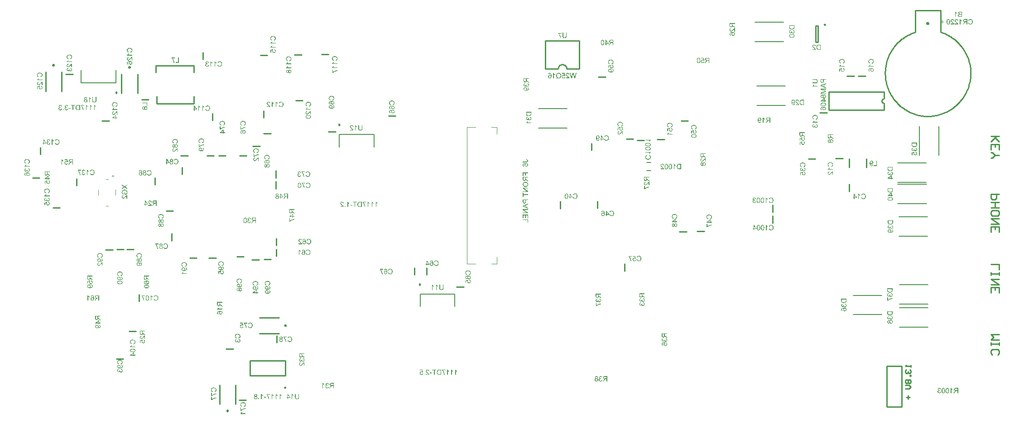
<source format=gbo>
G04*
G04 #@! TF.GenerationSoftware,Altium Limited,Altium Designer,21.5.1 (32)*
G04*
G04 Layer_Color=3326705*
%FSLAX25Y25*%
%MOIN*%
G70*
G04*
G04 #@! TF.SameCoordinates,54AFFEB1-3E94-4089-A03D-164D74B6EA14*
G04*
G04*
G04 #@! TF.FilePolarity,Positive*
G04*
G01*
G75*
%ADD11C,0.00984*%
%ADD12C,0.01000*%
%ADD14C,0.00787*%
%ADD16C,0.00394*%
G36*
X-573130Y-295079D02*
X-572959Y-295094D01*
X-572793Y-295138D01*
X-572638Y-295211D01*
X-572498Y-295309D01*
X-572376Y-295430D01*
X-572278Y-295571D01*
X-572206Y-295726D01*
X-572161Y-295892D01*
X-572146Y-296063D01*
X-572161Y-296234D01*
X-572206Y-296400D01*
X-572278Y-296555D01*
X-572376Y-296696D01*
X-572498Y-296817D01*
X-572638Y-296915D01*
X-572793Y-296988D01*
X-572959Y-297032D01*
X-573130Y-297047D01*
X-573301Y-297032D01*
X-573467Y-296988D01*
X-573622Y-296915D01*
X-573762Y-296817D01*
X-573884Y-296696D01*
X-573982Y-296555D01*
X-574054Y-296400D01*
X-574099Y-296234D01*
X-574114Y-296063D01*
X-574099Y-295892D01*
X-574054Y-295726D01*
X-573982Y-295571D01*
X-573884Y-295430D01*
X-573762Y-295309D01*
X-573622Y-295211D01*
X-573467Y-295138D01*
X-573301Y-295094D01*
X-573130Y-295079D01*
D01*
D02*
G37*
G36*
X-701200Y-42526D02*
X-701371Y-42511D01*
X-701537Y-42467D01*
X-701692Y-42394D01*
X-701832Y-42296D01*
X-701954Y-42175D01*
X-702052Y-42034D01*
X-702125Y-41878D01*
X-702169Y-41713D01*
X-702184Y-41542D01*
X-702169Y-41371D01*
X-702125Y-41205D01*
X-702052Y-41050D01*
X-701954Y-40909D01*
X-701832Y-40788D01*
X-701692Y-40689D01*
X-701537Y-40617D01*
X-701371Y-40573D01*
X-701200Y-40558D01*
X-701029Y-40573D01*
X-700864Y-40617D01*
X-700708Y-40689D01*
X-700568Y-40788D01*
X-700447Y-40909D01*
X-700348Y-41050D01*
X-700276Y-41205D01*
X-700231Y-41371D01*
X-700216Y-41542D01*
X-700231Y-41713D01*
X-700276Y-41878D01*
X-700348Y-42034D01*
X-700447Y-42175D01*
X-700568Y-42296D01*
X-700708Y-42394D01*
X-700864Y-42467D01*
X-701029Y-42511D01*
X-701200Y-42526D01*
D01*
D02*
G37*
G36*
X-645276Y-44094D02*
X-645446Y-44080D01*
X-645612Y-44035D01*
X-645767Y-43963D01*
X-645908Y-43864D01*
X-646029Y-43743D01*
X-646128Y-43602D01*
X-646200Y-43447D01*
X-646244Y-43281D01*
X-646259Y-43110D01*
X-646244Y-42939D01*
X-646200Y-42774D01*
X-646128Y-42618D01*
X-646029Y-42478D01*
X-645908Y-42356D01*
X-645767Y-42258D01*
X-645612Y-42186D01*
X-645446Y-42141D01*
X-645276Y-42126D01*
X-645105Y-42141D01*
X-644939Y-42186D01*
X-644784Y-42258D01*
X-644643Y-42356D01*
X-644522Y-42478D01*
X-644424Y-42618D01*
X-644351Y-42774D01*
X-644307Y-42939D01*
X-644292Y-43110D01*
X-644307Y-43281D01*
X-644351Y-43447D01*
X-644424Y-43602D01*
X-644522Y-43743D01*
X-644643Y-43864D01*
X-644784Y-43963D01*
X-644939Y-44035D01*
X-645105Y-44080D01*
X-645276Y-44094D01*
D01*
D02*
G37*
G36*
X-530753Y-278232D02*
X-530619Y-278244D01*
X-530489Y-278279D01*
X-530368Y-278335D01*
X-530258Y-278413D01*
X-530163Y-278508D01*
X-530086Y-278618D01*
X-530029Y-278740D01*
X-529994Y-278870D01*
X-529982Y-279004D01*
X-529994Y-279138D01*
X-530029Y-279268D01*
X-530086Y-279389D01*
X-530163Y-279500D01*
X-530258Y-279595D01*
X-530368Y-279672D01*
X-530489Y-279729D01*
X-530619Y-279763D01*
X-530753Y-279775D01*
X-530886Y-279763D01*
X-531016Y-279729D01*
X-531138Y-279672D01*
X-531248Y-279595D01*
X-531343Y-279500D01*
X-531420Y-279389D01*
X-531476Y-279268D01*
X-531511Y-279138D01*
X-531523Y-279004D01*
X-531511Y-278870D01*
X-531476Y-278740D01*
X-531420Y-278618D01*
X-531343Y-278508D01*
X-531248Y-278413D01*
X-531138Y-278335D01*
X-531016Y-278279D01*
X-530886Y-278244D01*
X-530753Y-278232D01*
D01*
D02*
G37*
G36*
X-531502Y-233271D02*
X-531488Y-233100D01*
X-531443Y-232934D01*
X-531370Y-232779D01*
X-531272Y-232639D01*
X-531151Y-232517D01*
X-531010Y-232419D01*
X-530855Y-232347D01*
X-530689Y-232302D01*
X-530518Y-232287D01*
X-530347Y-232302D01*
X-530182Y-232347D01*
X-530026Y-232419D01*
X-529885Y-232517D01*
X-529764Y-232639D01*
X-529666Y-232779D01*
X-529593Y-232934D01*
X-529549Y-233100D01*
X-529534Y-233271D01*
X-529549Y-233442D01*
X-529593Y-233608D01*
X-529666Y-233763D01*
X-529764Y-233903D01*
X-529885Y-234025D01*
X-530026Y-234123D01*
X-530182Y-234195D01*
X-530347Y-234240D01*
X-530518Y-234255D01*
X-530689Y-234240D01*
X-530855Y-234195D01*
X-531010Y-234123D01*
X-531151Y-234025D01*
X-531272Y-233903D01*
X-531370Y-233763D01*
X-531443Y-233608D01*
X-531488Y-233442D01*
X-531502Y-233271D01*
D01*
D02*
G37*
G36*
X-134230Y-11638D02*
X-134219Y-11504D01*
X-134184Y-11374D01*
X-134127Y-11253D01*
X-134050Y-11143D01*
X-133955Y-11048D01*
X-133845Y-10971D01*
X-133723Y-10914D01*
X-133593Y-10880D01*
X-133459Y-10868D01*
X-133325Y-10880D01*
X-133195Y-10914D01*
X-133074Y-10971D01*
X-132964Y-11048D01*
X-132869Y-11143D01*
X-132791Y-11253D01*
X-132735Y-11374D01*
X-132700Y-11504D01*
X-132688Y-11638D01*
X-132700Y-11772D01*
X-132735Y-11901D01*
X-132791Y-12023D01*
X-132869Y-12133D01*
X-132964Y-12228D01*
X-133074Y-12305D01*
X-133195Y-12362D01*
X-133325Y-12397D01*
X-133459Y-12408D01*
X-133593Y-12397D01*
X-133723Y-12362D01*
X-133845Y-12305D01*
X-133955Y-12228D01*
X-134050Y-12133D01*
X-134127Y-12023D01*
X-134184Y-11901D01*
X-134219Y-11772D01*
X-134230Y-11638D01*
D01*
D02*
G37*
G36*
X-57817Y-11942D02*
X-58022Y-11924D01*
X-58221Y-11871D01*
X-58407Y-11784D01*
X-58576Y-11666D01*
X-58722Y-11520D01*
X-58840Y-11352D01*
X-58927Y-11165D01*
X-58980Y-10966D01*
X-58998Y-10761D01*
X-58980Y-10556D01*
X-58927Y-10357D01*
X-58840Y-10171D01*
X-58722Y-10002D01*
X-58576Y-9857D01*
X-58407Y-9739D01*
X-58221Y-9652D01*
X-58022Y-9598D01*
X-57817Y-9580D01*
X-57612Y-9598D01*
X-57413Y-9652D01*
X-57226Y-9739D01*
X-57058Y-9857D01*
X-56912Y-10002D01*
X-56794Y-10171D01*
X-56707Y-10357D01*
X-56654Y-10556D01*
X-56636Y-10761D01*
X-56654Y-10966D01*
X-56707Y-11165D01*
X-56794Y-11352D01*
X-56912Y-11520D01*
X-57058Y-11665D01*
X-57226Y-11784D01*
X-57413Y-11871D01*
X-57612Y-11924D01*
X-57817Y-11942D01*
D01*
D02*
G37*
G36*
X-351969Y-120983D02*
X-353711D01*
Y-122787D01*
X-354166D01*
Y-120983D01*
X-355354D01*
Y-123070D01*
X-355809D01*
Y-120473D01*
X-351969D01*
Y-120983D01*
D02*
G37*
G36*
Y-124247D02*
X-353672D01*
Y-124901D01*
X-353667Y-124962D01*
Y-125007D01*
X-353661Y-125046D01*
X-353656Y-125073D01*
Y-125096D01*
X-353650Y-125107D01*
Y-125112D01*
X-353623Y-125201D01*
X-353606Y-125240D01*
X-353589Y-125273D01*
X-353573Y-125306D01*
X-353561Y-125329D01*
X-353556Y-125340D01*
X-353550Y-125345D01*
X-353517Y-125390D01*
X-353478Y-125434D01*
X-353395Y-125517D01*
X-353356Y-125556D01*
X-353323Y-125584D01*
X-353301Y-125601D01*
X-353295Y-125606D01*
X-353217Y-125662D01*
X-353134Y-125723D01*
X-353045Y-125784D01*
X-352962Y-125845D01*
X-352884Y-125895D01*
X-352823Y-125934D01*
X-352801Y-125950D01*
X-352784Y-125961D01*
X-352773Y-125972D01*
X-352768D01*
X-351969Y-126478D01*
Y-127110D01*
X-353012Y-126450D01*
X-353123Y-126372D01*
X-353223Y-126300D01*
X-353306Y-126228D01*
X-353384Y-126167D01*
X-353439Y-126111D01*
X-353484Y-126067D01*
X-353512Y-126039D01*
X-353523Y-126028D01*
X-353556Y-125984D01*
X-353595Y-125934D01*
X-353656Y-125834D01*
X-353678Y-125789D01*
X-353700Y-125756D01*
X-353711Y-125734D01*
X-353717Y-125723D01*
X-353733Y-125823D01*
X-353750Y-125917D01*
X-353778Y-126000D01*
X-353800Y-126084D01*
X-353828Y-126156D01*
X-353861Y-126222D01*
X-353889Y-126283D01*
X-353917Y-126339D01*
X-353950Y-126383D01*
X-353978Y-126428D01*
X-354000Y-126461D01*
X-354022Y-126489D01*
X-354039Y-126511D01*
X-354055Y-126528D01*
X-354061Y-126533D01*
X-354066Y-126539D01*
X-354122Y-126583D01*
X-354177Y-126627D01*
X-354294Y-126694D01*
X-354411Y-126738D01*
X-354522Y-126772D01*
X-354616Y-126794D01*
X-354655Y-126799D01*
X-354694D01*
X-354721Y-126805D01*
X-354744D01*
X-354755D01*
X-354760D01*
X-354877Y-126799D01*
X-354982Y-126783D01*
X-355082Y-126755D01*
X-355165Y-126727D01*
X-355238Y-126694D01*
X-355293Y-126672D01*
X-355326Y-126650D01*
X-355332Y-126644D01*
X-355337D01*
X-355426Y-126577D01*
X-355504Y-126511D01*
X-355571Y-126439D01*
X-355621Y-126372D01*
X-355659Y-126311D01*
X-355681Y-126261D01*
X-355698Y-126228D01*
X-355704Y-126222D01*
Y-126217D01*
X-355720Y-126167D01*
X-355737Y-126106D01*
X-355765Y-125984D01*
X-355781Y-125850D01*
X-355798Y-125728D01*
X-355804Y-125612D01*
Y-125562D01*
X-355809Y-125517D01*
Y-123736D01*
X-351969D01*
Y-124247D01*
D02*
G37*
G36*
X-353645Y-127460D02*
X-353473Y-127482D01*
X-353306Y-127515D01*
X-353234Y-127538D01*
X-353162Y-127560D01*
X-353101Y-127576D01*
X-353045Y-127599D01*
X-352995Y-127615D01*
X-352951Y-127632D01*
X-352918Y-127643D01*
X-352895Y-127654D01*
X-352879Y-127665D01*
X-352873D01*
X-352712Y-127760D01*
X-352573Y-127859D01*
X-352451Y-127971D01*
X-352351Y-128076D01*
X-352268Y-128170D01*
X-352235Y-128209D01*
X-352213Y-128243D01*
X-352191Y-128276D01*
X-352174Y-128298D01*
X-352168Y-128309D01*
X-352163Y-128315D01*
X-352118Y-128398D01*
X-352080Y-128481D01*
X-352013Y-128648D01*
X-351969Y-128809D01*
X-351935Y-128958D01*
X-351924Y-129031D01*
X-351919Y-129092D01*
X-351907Y-129147D01*
Y-129197D01*
X-351902Y-129230D01*
Y-129286D01*
X-351913Y-129469D01*
X-351941Y-129641D01*
X-351974Y-129802D01*
X-351996Y-129874D01*
X-352018Y-129941D01*
X-352041Y-130002D01*
X-352063Y-130057D01*
X-352080Y-130102D01*
X-352096Y-130141D01*
X-352113Y-130174D01*
X-352124Y-130202D01*
X-352135Y-130213D01*
Y-130218D01*
X-352235Y-130374D01*
X-352346Y-130507D01*
X-352463Y-130618D01*
X-352573Y-130712D01*
X-352679Y-130790D01*
X-352718Y-130818D01*
X-352757Y-130840D01*
X-352790Y-130862D01*
X-352812Y-130873D01*
X-352829Y-130884D01*
X-352834D01*
X-352923Y-130929D01*
X-353012Y-130962D01*
X-353190Y-131023D01*
X-353367Y-131067D01*
X-353528Y-131095D01*
X-353600Y-131101D01*
X-353667Y-131112D01*
X-353728Y-131117D01*
X-353778D01*
X-353822Y-131123D01*
X-353850D01*
X-353872D01*
X-353878D01*
X-354089Y-131112D01*
X-354283Y-131090D01*
X-354372Y-131073D01*
X-354461Y-131051D01*
X-354538Y-131029D01*
X-354610Y-131012D01*
X-354677Y-130990D01*
X-354738Y-130967D01*
X-354788Y-130951D01*
X-354832Y-130929D01*
X-354866Y-130918D01*
X-354888Y-130906D01*
X-354905Y-130895D01*
X-354910D01*
X-355071Y-130807D01*
X-355215Y-130701D01*
X-355337Y-130590D01*
X-355437Y-130490D01*
X-355515Y-130396D01*
X-355548Y-130351D01*
X-355576Y-130318D01*
X-355593Y-130285D01*
X-355609Y-130263D01*
X-355615Y-130252D01*
X-355621Y-130246D01*
X-355665Y-130163D01*
X-355704Y-130079D01*
X-355770Y-129919D01*
X-355815Y-129752D01*
X-355842Y-129608D01*
X-355854Y-129541D01*
X-355865Y-129475D01*
X-355870Y-129425D01*
Y-129375D01*
X-355876Y-129336D01*
Y-129286D01*
X-355870Y-129136D01*
X-355854Y-128997D01*
X-355826Y-128864D01*
X-355792Y-128736D01*
X-355748Y-128620D01*
X-355704Y-128509D01*
X-355654Y-128409D01*
X-355604Y-128320D01*
X-355554Y-128237D01*
X-355504Y-128165D01*
X-355459Y-128104D01*
X-355415Y-128054D01*
X-355382Y-128015D01*
X-355354Y-127982D01*
X-355337Y-127965D01*
X-355332Y-127959D01*
X-355226Y-127871D01*
X-355115Y-127793D01*
X-354993Y-127721D01*
X-354871Y-127665D01*
X-354744Y-127615D01*
X-354622Y-127571D01*
X-354499Y-127538D01*
X-354383Y-127515D01*
X-354272Y-127493D01*
X-354166Y-127477D01*
X-354072Y-127465D01*
X-353994Y-127454D01*
X-353928D01*
X-353878Y-127449D01*
X-353844D01*
X-353839D01*
X-353833D01*
X-353645Y-127460D01*
D02*
G37*
G36*
X-351969Y-132261D02*
X-354982D01*
X-351969Y-134270D01*
Y-134797D01*
X-355809D01*
Y-134309D01*
X-352790D01*
X-355809Y-132294D01*
Y-131772D01*
X-351969D01*
Y-132261D01*
D02*
G37*
G36*
X-355354Y-136628D02*
X-351969D01*
Y-137139D01*
X-355354D01*
Y-138405D01*
X-355809D01*
Y-135363D01*
X-355354D01*
Y-136628D01*
D02*
G37*
G36*
X-351969Y-140935D02*
X-353528D01*
Y-141918D01*
X-353534Y-142062D01*
X-353545Y-142201D01*
X-353561Y-142323D01*
X-353584Y-142434D01*
X-353606Y-142539D01*
X-353634Y-142628D01*
X-353667Y-142711D01*
X-353700Y-142783D01*
X-353728Y-142844D01*
X-353761Y-142900D01*
X-353789Y-142944D01*
X-353817Y-142978D01*
X-353833Y-143006D01*
X-353850Y-143022D01*
X-353861Y-143033D01*
X-353867Y-143039D01*
X-353933Y-143094D01*
X-354000Y-143144D01*
X-354066Y-143183D01*
X-354139Y-143222D01*
X-354211Y-143255D01*
X-354277Y-143277D01*
X-354405Y-143316D01*
X-354466Y-143327D01*
X-354522Y-143339D01*
X-354572Y-143344D01*
X-354610Y-143350D01*
X-354649Y-143355D01*
X-354671D01*
X-354688D01*
X-354694D01*
X-354799Y-143350D01*
X-354899Y-143339D01*
X-354988Y-143316D01*
X-355065Y-143300D01*
X-355132Y-143277D01*
X-355182Y-143255D01*
X-355210Y-143244D01*
X-355221Y-143239D01*
X-355304Y-143194D01*
X-355376Y-143139D01*
X-355443Y-143089D01*
X-355493Y-143039D01*
X-355532Y-142994D01*
X-355565Y-142961D01*
X-355582Y-142939D01*
X-355587Y-142928D01*
X-355632Y-142856D01*
X-355670Y-142772D01*
X-355704Y-142695D01*
X-355732Y-142622D01*
X-355748Y-142556D01*
X-355759Y-142506D01*
X-355770Y-142467D01*
Y-142456D01*
X-355781Y-142373D01*
X-355792Y-142278D01*
X-355798Y-142178D01*
X-355804Y-142084D01*
X-355809Y-142001D01*
Y-140425D01*
X-351969D01*
Y-140935D01*
D02*
G37*
G36*
Y-144121D02*
X-353134Y-144537D01*
Y-146147D01*
X-351969Y-146596D01*
Y-147174D01*
X-355809Y-145603D01*
Y-145048D01*
X-351969Y-143583D01*
Y-144121D01*
D02*
G37*
G36*
Y-148067D02*
X-354982D01*
X-351969Y-150076D01*
Y-150603D01*
X-355809D01*
Y-150115D01*
X-352790D01*
X-355809Y-148100D01*
Y-147579D01*
X-351969D01*
Y-148067D01*
D02*
G37*
G36*
Y-154333D02*
X-352424D01*
Y-151974D01*
X-353728D01*
Y-154100D01*
X-354183D01*
Y-151974D01*
X-355354D01*
Y-154244D01*
X-355809D01*
Y-151464D01*
X-351969D01*
Y-154333D01*
D02*
G37*
G36*
Y-157419D02*
X-352424D01*
Y-155526D01*
X-355809D01*
Y-155016D01*
X-351969D01*
Y-157419D01*
D02*
G37*
G36*
X-99089Y-111823D02*
X-99000Y-111834D01*
X-98911Y-111851D01*
X-98834Y-111873D01*
X-98684Y-111934D01*
X-98617Y-111962D01*
X-98562Y-111995D01*
X-98506Y-112034D01*
X-98462Y-112062D01*
X-98417Y-112095D01*
X-98384Y-112123D01*
X-98356Y-112145D01*
X-98340Y-112162D01*
X-98329Y-112173D01*
X-98323Y-112178D01*
X-98262Y-112245D01*
X-98212Y-112323D01*
X-98162Y-112395D01*
X-98123Y-112472D01*
X-98090Y-112556D01*
X-98062Y-112633D01*
X-98023Y-112778D01*
X-98007Y-112850D01*
X-97996Y-112911D01*
X-97990Y-112972D01*
X-97984Y-113022D01*
X-97979Y-113061D01*
Y-113089D01*
Y-113111D01*
Y-113116D01*
X-97984Y-113222D01*
X-97996Y-113316D01*
X-98007Y-113410D01*
X-98029Y-113499D01*
X-98057Y-113577D01*
X-98084Y-113655D01*
X-98112Y-113721D01*
X-98146Y-113782D01*
X-98173Y-113838D01*
X-98201Y-113888D01*
X-98229Y-113927D01*
X-98256Y-113965D01*
X-98279Y-113993D01*
X-98290Y-114010D01*
X-98301Y-114021D01*
X-98306Y-114026D01*
X-98367Y-114088D01*
X-98434Y-114137D01*
X-98501Y-114187D01*
X-98573Y-114226D01*
X-98639Y-114260D01*
X-98706Y-114287D01*
X-98834Y-114326D01*
X-98889Y-114343D01*
X-98945Y-114354D01*
X-98989Y-114359D01*
X-99033Y-114365D01*
X-99067Y-114371D01*
X-99111D01*
X-99217Y-114365D01*
X-99317Y-114348D01*
X-99405Y-114326D01*
X-99489Y-114298D01*
X-99550Y-114276D01*
X-99599Y-114254D01*
X-99633Y-114237D01*
X-99644Y-114232D01*
X-99733Y-114176D01*
X-99810Y-114115D01*
X-99877Y-114054D01*
X-99933Y-113999D01*
X-99971Y-113943D01*
X-100005Y-113904D01*
X-100027Y-113877D01*
X-100032Y-113866D01*
Y-113910D01*
Y-113938D01*
Y-113954D01*
Y-113960D01*
X-100027Y-114071D01*
X-100021Y-114176D01*
X-100010Y-114271D01*
X-99999Y-114359D01*
X-99983Y-114432D01*
X-99971Y-114487D01*
X-99966Y-114509D01*
Y-114526D01*
X-99960Y-114532D01*
Y-114537D01*
X-99933Y-114637D01*
X-99905Y-114726D01*
X-99877Y-114804D01*
X-99849Y-114870D01*
X-99827Y-114920D01*
X-99805Y-114959D01*
X-99794Y-114987D01*
X-99788Y-114992D01*
X-99744Y-115053D01*
X-99699Y-115103D01*
X-99655Y-115148D01*
X-99611Y-115186D01*
X-99577Y-115220D01*
X-99544Y-115242D01*
X-99522Y-115253D01*
X-99516Y-115259D01*
X-99455Y-115292D01*
X-99389Y-115314D01*
X-99328Y-115331D01*
X-99266Y-115342D01*
X-99217Y-115347D01*
X-99178Y-115353D01*
X-99139D01*
X-99050Y-115347D01*
X-98967Y-115331D01*
X-98895Y-115308D01*
X-98834Y-115281D01*
X-98789Y-115259D01*
X-98750Y-115236D01*
X-98728Y-115220D01*
X-98723Y-115214D01*
X-98667Y-115153D01*
X-98623Y-115081D01*
X-98584Y-115003D01*
X-98556Y-114926D01*
X-98534Y-114859D01*
X-98517Y-114798D01*
X-98512Y-114776D01*
Y-114765D01*
X-98506Y-114753D01*
Y-114748D01*
X-98051Y-114787D01*
X-98084Y-114948D01*
X-98129Y-115087D01*
X-98184Y-115209D01*
X-98240Y-115308D01*
X-98295Y-115386D01*
X-98323Y-115420D01*
X-98345Y-115447D01*
X-98362Y-115464D01*
X-98378Y-115481D01*
X-98384Y-115486D01*
X-98390Y-115492D01*
X-98445Y-115536D01*
X-98506Y-115575D01*
X-98628Y-115636D01*
X-98750Y-115680D01*
X-98867Y-115708D01*
X-98972Y-115730D01*
X-99017Y-115736D01*
X-99056D01*
X-99083Y-115742D01*
X-99128D01*
X-99283Y-115730D01*
X-99422Y-115708D01*
X-99550Y-115669D01*
X-99655Y-115625D01*
X-99699Y-115608D01*
X-99744Y-115586D01*
X-99777Y-115564D01*
X-99810Y-115547D01*
X-99833Y-115536D01*
X-99849Y-115525D01*
X-99860Y-115514D01*
X-99866D01*
X-99977Y-115420D01*
X-100077Y-115314D01*
X-100154Y-115203D01*
X-100221Y-115098D01*
X-100277Y-115003D01*
X-100299Y-114959D01*
X-100315Y-114926D01*
X-100327Y-114892D01*
X-100338Y-114870D01*
X-100343Y-114859D01*
Y-114853D01*
X-100371Y-114770D01*
X-100399Y-114676D01*
X-100438Y-114487D01*
X-100465Y-114287D01*
X-100482Y-114099D01*
X-100493Y-114015D01*
X-100499Y-113932D01*
Y-113860D01*
X-100504Y-113799D01*
Y-113749D01*
Y-113710D01*
Y-113682D01*
Y-113677D01*
Y-113549D01*
X-100499Y-113427D01*
X-100487Y-113316D01*
X-100476Y-113211D01*
X-100465Y-113116D01*
X-100454Y-113028D01*
X-100438Y-112944D01*
X-100421Y-112872D01*
X-100404Y-112811D01*
X-100393Y-112756D01*
X-100376Y-112706D01*
X-100365Y-112667D01*
X-100354Y-112639D01*
X-100343Y-112617D01*
X-100338Y-112606D01*
Y-112600D01*
X-100271Y-112467D01*
X-100199Y-112350D01*
X-100116Y-112250D01*
X-100044Y-112167D01*
X-99971Y-112106D01*
X-99916Y-112062D01*
X-99894Y-112045D01*
X-99877Y-112034D01*
X-99871Y-112023D01*
X-99866D01*
X-99749Y-111956D01*
X-99633Y-111906D01*
X-99516Y-111868D01*
X-99411Y-111845D01*
X-99317Y-111829D01*
X-99278Y-111823D01*
X-99250D01*
X-99222Y-111818D01*
X-99183D01*
X-99089Y-111823D01*
D02*
G37*
G36*
X-95165Y-115675D02*
X-97568D01*
Y-115220D01*
X-95676D01*
Y-111834D01*
X-95165D01*
Y-115675D01*
D02*
G37*
G36*
X-176537Y-159279D02*
X-176476Y-159368D01*
X-176403Y-159457D01*
X-176337Y-159535D01*
X-176270Y-159601D01*
X-176220Y-159657D01*
X-176198Y-159674D01*
X-176181Y-159690D01*
X-176176Y-159696D01*
X-176170Y-159701D01*
X-176054Y-159796D01*
X-175937Y-159884D01*
X-175826Y-159962D01*
X-175715Y-160023D01*
X-175621Y-160079D01*
X-175582Y-160101D01*
X-175549Y-160117D01*
X-175521Y-160134D01*
X-175499Y-160140D01*
X-175488Y-160151D01*
X-175482D01*
Y-160606D01*
X-175565Y-160573D01*
X-175649Y-160534D01*
X-175732Y-160495D01*
X-175810Y-160456D01*
X-175876Y-160423D01*
X-175932Y-160395D01*
X-175965Y-160373D01*
X-175970Y-160367D01*
X-175976D01*
X-176076Y-160306D01*
X-176165Y-160245D01*
X-176242Y-160190D01*
X-176304Y-160140D01*
X-176359Y-160101D01*
X-176392Y-160068D01*
X-176420Y-160045D01*
X-176426Y-160040D01*
Y-163042D01*
X-176897D01*
Y-159185D01*
X-176592D01*
X-176537Y-159279D01*
D02*
G37*
G36*
X-172918Y-159146D02*
X-172740Y-159174D01*
X-172585Y-159207D01*
X-172513Y-159230D01*
X-172446Y-159252D01*
X-172385Y-159274D01*
X-172330Y-159296D01*
X-172285Y-159313D01*
X-172241Y-159329D01*
X-172213Y-159346D01*
X-172191Y-159357D01*
X-172174Y-159363D01*
X-172169Y-159368D01*
X-172019Y-159463D01*
X-171891Y-159574D01*
X-171780Y-159685D01*
X-171686Y-159796D01*
X-171614Y-159896D01*
X-171586Y-159940D01*
X-171564Y-159979D01*
X-171542Y-160006D01*
X-171530Y-160029D01*
X-171525Y-160045D01*
X-171519Y-160051D01*
X-171442Y-160223D01*
X-171386Y-160400D01*
X-171347Y-160578D01*
X-171320Y-160739D01*
X-171309Y-160811D01*
X-171303Y-160883D01*
X-171297Y-160939D01*
Y-160994D01*
X-171292Y-161033D01*
Y-161067D01*
Y-161089D01*
Y-161094D01*
X-171303Y-161294D01*
X-171325Y-161488D01*
X-171353Y-161660D01*
X-171375Y-161744D01*
X-171392Y-161816D01*
X-171408Y-161882D01*
X-171431Y-161943D01*
X-171447Y-161999D01*
X-171458Y-162043D01*
X-171475Y-162077D01*
X-171481Y-162104D01*
X-171492Y-162121D01*
Y-162127D01*
X-171575Y-162293D01*
X-171669Y-162443D01*
X-171769Y-162571D01*
X-171819Y-162621D01*
X-171863Y-162671D01*
X-171908Y-162715D01*
X-171952Y-162754D01*
X-171991Y-162787D01*
X-172025Y-162809D01*
X-172047Y-162831D01*
X-172069Y-162848D01*
X-172080Y-162854D01*
X-172085Y-162859D01*
X-172163Y-162904D01*
X-172241Y-162943D01*
X-172407Y-163004D01*
X-172574Y-163048D01*
X-172735Y-163076D01*
X-172813Y-163087D01*
X-172879Y-163098D01*
X-172940Y-163103D01*
X-172990D01*
X-173035Y-163109D01*
X-173096D01*
X-173207Y-163103D01*
X-173312Y-163092D01*
X-173412Y-163081D01*
X-173506Y-163059D01*
X-173595Y-163031D01*
X-173678Y-163004D01*
X-173756Y-162976D01*
X-173828Y-162943D01*
X-173889Y-162915D01*
X-173950Y-162887D01*
X-173995Y-162859D01*
X-174039Y-162831D01*
X-174067Y-162809D01*
X-174095Y-162798D01*
X-174106Y-162787D01*
X-174111Y-162782D01*
X-174189Y-162715D01*
X-174256Y-162648D01*
X-174317Y-162571D01*
X-174378Y-162493D01*
X-174478Y-162338D01*
X-174555Y-162182D01*
X-174589Y-162110D01*
X-174616Y-162043D01*
X-174638Y-161982D01*
X-174655Y-161932D01*
X-174672Y-161888D01*
X-174683Y-161855D01*
X-174688Y-161832D01*
Y-161827D01*
X-174178Y-161699D01*
X-174156Y-161788D01*
X-174128Y-161871D01*
X-174100Y-161949D01*
X-174072Y-162021D01*
X-174039Y-162088D01*
X-174006Y-162143D01*
X-173967Y-162199D01*
X-173934Y-162249D01*
X-173906Y-162293D01*
X-173873Y-162326D01*
X-173845Y-162360D01*
X-173823Y-162387D01*
X-173801Y-162404D01*
X-173784Y-162421D01*
X-173778Y-162426D01*
X-173773Y-162432D01*
X-173717Y-162476D01*
X-173656Y-162510D01*
X-173534Y-162571D01*
X-173417Y-162615D01*
X-173301Y-162643D01*
X-173201Y-162665D01*
X-173162Y-162671D01*
X-173123D01*
X-173090Y-162676D01*
X-173051D01*
X-172924Y-162671D01*
X-172801Y-162648D01*
X-172690Y-162621D01*
X-172591Y-162587D01*
X-172513Y-162554D01*
X-172480Y-162537D01*
X-172452Y-162526D01*
X-172430Y-162515D01*
X-172413Y-162504D01*
X-172402Y-162498D01*
X-172396D01*
X-172291Y-162421D01*
X-172202Y-162338D01*
X-172124Y-162243D01*
X-172063Y-162154D01*
X-172013Y-162077D01*
X-171980Y-162010D01*
X-171969Y-161982D01*
X-171958Y-161966D01*
X-171952Y-161954D01*
Y-161949D01*
X-171908Y-161805D01*
X-171875Y-161660D01*
X-171847Y-161516D01*
X-171830Y-161383D01*
X-171825Y-161322D01*
X-171819Y-161266D01*
Y-161216D01*
X-171814Y-161178D01*
Y-161144D01*
Y-161117D01*
Y-161100D01*
Y-161094D01*
X-171819Y-160950D01*
X-171830Y-160817D01*
X-171852Y-160695D01*
X-171875Y-160584D01*
X-171891Y-160489D01*
X-171902Y-160450D01*
X-171914Y-160417D01*
X-171919Y-160389D01*
X-171925Y-160373D01*
X-171930Y-160362D01*
Y-160356D01*
X-171986Y-160229D01*
X-172047Y-160112D01*
X-172113Y-160018D01*
X-172185Y-159934D01*
X-172247Y-159868D01*
X-172296Y-159823D01*
X-172335Y-159796D01*
X-172341Y-159784D01*
X-172346D01*
X-172463Y-159712D01*
X-172591Y-159657D01*
X-172713Y-159618D01*
X-172829Y-159596D01*
X-172935Y-159579D01*
X-172979Y-159574D01*
X-173018D01*
X-173046Y-159568D01*
X-173090D01*
X-173229Y-159574D01*
X-173356Y-159596D01*
X-173462Y-159629D01*
X-173556Y-159662D01*
X-173628Y-159701D01*
X-173684Y-159729D01*
X-173717Y-159751D01*
X-173728Y-159762D01*
X-173817Y-159846D01*
X-173900Y-159940D01*
X-173967Y-160040D01*
X-174022Y-160140D01*
X-174067Y-160229D01*
X-174083Y-160273D01*
X-174095Y-160306D01*
X-174106Y-160334D01*
X-174117Y-160356D01*
X-174122Y-160367D01*
Y-160373D01*
X-174622Y-160256D01*
X-174589Y-160156D01*
X-174555Y-160068D01*
X-174511Y-159984D01*
X-174472Y-159901D01*
X-174428Y-159829D01*
X-174378Y-159762D01*
X-174333Y-159696D01*
X-174289Y-159640D01*
X-174244Y-159596D01*
X-174206Y-159551D01*
X-174167Y-159513D01*
X-174139Y-159485D01*
X-174111Y-159457D01*
X-174089Y-159440D01*
X-174078Y-159435D01*
X-174072Y-159429D01*
X-173995Y-159379D01*
X-173917Y-159329D01*
X-173839Y-159291D01*
X-173756Y-159257D01*
X-173590Y-159207D01*
X-173440Y-159174D01*
X-173368Y-159157D01*
X-173307Y-159152D01*
X-173246Y-159146D01*
X-173196Y-159141D01*
X-173157Y-159135D01*
X-173101D01*
X-172918Y-159146D01*
D02*
G37*
G36*
X-183918Y-161688D02*
Y-162121D01*
X-185589D01*
Y-163042D01*
X-186060D01*
Y-162121D01*
X-186582D01*
Y-161688D01*
X-186060D01*
Y-159202D01*
X-185678D01*
X-183918Y-161688D01*
D02*
G37*
G36*
X-179212Y-159196D02*
X-179073Y-159218D01*
X-178956Y-159257D01*
X-178857Y-159296D01*
X-178773Y-159341D01*
X-178740Y-159357D01*
X-178712Y-159379D01*
X-178690Y-159390D01*
X-178673Y-159402D01*
X-178668Y-159413D01*
X-178662D01*
X-178562Y-159501D01*
X-178479Y-159607D01*
X-178407Y-159712D01*
X-178351Y-159812D01*
X-178307Y-159907D01*
X-178285Y-159945D01*
X-178274Y-159984D01*
X-178263Y-160012D01*
X-178252Y-160034D01*
X-178246Y-160045D01*
Y-160051D01*
X-178224Y-160134D01*
X-178202Y-160217D01*
X-178168Y-160400D01*
X-178141Y-160584D01*
X-178124Y-160756D01*
X-178118Y-160839D01*
X-178113Y-160911D01*
Y-160978D01*
X-178107Y-161039D01*
Y-161083D01*
Y-161122D01*
Y-161144D01*
Y-161150D01*
X-178113Y-161344D01*
X-178124Y-161527D01*
X-178141Y-161694D01*
X-178168Y-161849D01*
X-178196Y-161993D01*
X-178229Y-162121D01*
X-178263Y-162238D01*
X-178296Y-162338D01*
X-178329Y-162426D01*
X-178368Y-162504D01*
X-178396Y-162571D01*
X-178424Y-162621D01*
X-178451Y-162665D01*
X-178468Y-162693D01*
X-178479Y-162709D01*
X-178485Y-162715D01*
X-178546Y-162782D01*
X-178612Y-162843D01*
X-178684Y-162898D01*
X-178757Y-162943D01*
X-178829Y-162981D01*
X-178901Y-163015D01*
X-178973Y-163037D01*
X-179040Y-163059D01*
X-179106Y-163076D01*
X-179167Y-163087D01*
X-179223Y-163098D01*
X-179267Y-163103D01*
X-179306Y-163109D01*
X-179362D01*
X-179511Y-163098D01*
X-179650Y-163076D01*
X-179767Y-163037D01*
X-179867Y-162998D01*
X-179950Y-162959D01*
X-179978Y-162937D01*
X-180005Y-162920D01*
X-180028Y-162909D01*
X-180044Y-162898D01*
X-180050Y-162887D01*
X-180055D01*
X-180155Y-162793D01*
X-180238Y-162693D01*
X-180311Y-162582D01*
X-180366Y-162482D01*
X-180411Y-162387D01*
X-180433Y-162349D01*
X-180444Y-162310D01*
X-180455Y-162282D01*
X-180466Y-162260D01*
X-180472Y-162249D01*
Y-162243D01*
X-180499Y-162160D01*
X-180522Y-162077D01*
X-180555Y-161899D01*
X-180583Y-161716D01*
X-180599Y-161538D01*
X-180605Y-161461D01*
X-180610Y-161388D01*
Y-161322D01*
X-180616Y-161261D01*
Y-161216D01*
Y-161178D01*
Y-161155D01*
Y-161150D01*
Y-161044D01*
X-180610Y-160944D01*
Y-160856D01*
X-180605Y-160767D01*
X-180594Y-160689D01*
X-180588Y-160611D01*
X-180583Y-160545D01*
X-180571Y-160484D01*
X-180566Y-160428D01*
X-180555Y-160378D01*
X-180549Y-160339D01*
X-180544Y-160306D01*
X-180538Y-160278D01*
X-180533Y-160262D01*
X-180527Y-160251D01*
Y-160245D01*
X-180494Y-160123D01*
X-180455Y-160012D01*
X-180411Y-159918D01*
X-180377Y-159834D01*
X-180338Y-159762D01*
X-180316Y-159712D01*
X-180294Y-159685D01*
X-180288Y-159674D01*
X-180227Y-159590D01*
X-180166Y-159518D01*
X-180100Y-159457D01*
X-180039Y-159402D01*
X-179983Y-159363D01*
X-179939Y-159335D01*
X-179911Y-159318D01*
X-179905Y-159313D01*
X-179900D01*
X-179811Y-159268D01*
X-179717Y-159241D01*
X-179628Y-159218D01*
X-179545Y-159202D01*
X-179473Y-159191D01*
X-179411Y-159185D01*
X-179362D01*
X-179212Y-159196D01*
D02*
G37*
G36*
X-182198D02*
X-182059Y-159218D01*
X-181942Y-159257D01*
X-181842Y-159296D01*
X-181759Y-159341D01*
X-181726Y-159357D01*
X-181698Y-159379D01*
X-181676Y-159390D01*
X-181659Y-159402D01*
X-181654Y-159413D01*
X-181648D01*
X-181548Y-159501D01*
X-181465Y-159607D01*
X-181393Y-159712D01*
X-181337Y-159812D01*
X-181293Y-159907D01*
X-181271Y-159945D01*
X-181260Y-159984D01*
X-181249Y-160012D01*
X-181237Y-160034D01*
X-181232Y-160045D01*
Y-160051D01*
X-181210Y-160134D01*
X-181187Y-160217D01*
X-181154Y-160400D01*
X-181126Y-160584D01*
X-181110Y-160756D01*
X-181104Y-160839D01*
X-181099Y-160911D01*
Y-160978D01*
X-181093Y-161039D01*
Y-161083D01*
Y-161122D01*
Y-161144D01*
Y-161150D01*
X-181099Y-161344D01*
X-181110Y-161527D01*
X-181126Y-161694D01*
X-181154Y-161849D01*
X-181182Y-161993D01*
X-181215Y-162121D01*
X-181249Y-162238D01*
X-181282Y-162338D01*
X-181315Y-162426D01*
X-181354Y-162504D01*
X-181382Y-162571D01*
X-181410Y-162621D01*
X-181437Y-162665D01*
X-181454Y-162693D01*
X-181465Y-162709D01*
X-181471Y-162715D01*
X-181532Y-162782D01*
X-181598Y-162843D01*
X-181670Y-162898D01*
X-181743Y-162943D01*
X-181815Y-162981D01*
X-181887Y-163015D01*
X-181959Y-163037D01*
X-182026Y-163059D01*
X-182092Y-163076D01*
X-182153Y-163087D01*
X-182209Y-163098D01*
X-182253Y-163103D01*
X-182292Y-163109D01*
X-182348D01*
X-182497Y-163098D01*
X-182636Y-163076D01*
X-182753Y-163037D01*
X-182852Y-162998D01*
X-182936Y-162959D01*
X-182964Y-162937D01*
X-182991Y-162920D01*
X-183013Y-162909D01*
X-183030Y-162898D01*
X-183036Y-162887D01*
X-183041D01*
X-183141Y-162793D01*
X-183224Y-162693D01*
X-183297Y-162582D01*
X-183352Y-162482D01*
X-183396Y-162387D01*
X-183419Y-162349D01*
X-183430Y-162310D01*
X-183441Y-162282D01*
X-183452Y-162260D01*
X-183458Y-162249D01*
Y-162243D01*
X-183485Y-162160D01*
X-183507Y-162077D01*
X-183541Y-161899D01*
X-183569Y-161716D01*
X-183585Y-161538D01*
X-183591Y-161461D01*
X-183596Y-161388D01*
Y-161322D01*
X-183602Y-161261D01*
Y-161216D01*
Y-161178D01*
Y-161155D01*
Y-161150D01*
Y-161044D01*
X-183596Y-160944D01*
Y-160856D01*
X-183591Y-160767D01*
X-183580Y-160689D01*
X-183574Y-160611D01*
X-183569Y-160545D01*
X-183557Y-160484D01*
X-183552Y-160428D01*
X-183541Y-160378D01*
X-183535Y-160339D01*
X-183530Y-160306D01*
X-183524Y-160278D01*
X-183519Y-160262D01*
X-183513Y-160251D01*
Y-160245D01*
X-183480Y-160123D01*
X-183441Y-160012D01*
X-183396Y-159918D01*
X-183363Y-159834D01*
X-183324Y-159762D01*
X-183302Y-159712D01*
X-183280Y-159685D01*
X-183274Y-159674D01*
X-183213Y-159590D01*
X-183152Y-159518D01*
X-183086Y-159457D01*
X-183025Y-159402D01*
X-182969Y-159363D01*
X-182925Y-159335D01*
X-182897Y-159318D01*
X-182891Y-159313D01*
X-182886D01*
X-182797Y-159268D01*
X-182703Y-159241D01*
X-182614Y-159218D01*
X-182531Y-159202D01*
X-182458Y-159191D01*
X-182397Y-159185D01*
X-182348D01*
X-182198Y-159196D01*
D02*
G37*
G36*
X-185213Y-139019D02*
X-185063Y-139047D01*
X-184935Y-139091D01*
X-184824Y-139136D01*
X-184774Y-139163D01*
X-184735Y-139186D01*
X-184696Y-139208D01*
X-184669Y-139230D01*
X-184646Y-139247D01*
X-184630Y-139258D01*
X-184619Y-139263D01*
X-184613Y-139269D01*
X-184508Y-139374D01*
X-184424Y-139491D01*
X-184358Y-139613D01*
X-184302Y-139735D01*
X-184269Y-139840D01*
X-184252Y-139885D01*
X-184241Y-139924D01*
X-184236Y-139957D01*
X-184230Y-139979D01*
X-184225Y-139996D01*
Y-140001D01*
X-184696Y-140085D01*
X-184719Y-139962D01*
X-184752Y-139857D01*
X-184791Y-139768D01*
X-184830Y-139696D01*
X-184869Y-139641D01*
X-184902Y-139602D01*
X-184924Y-139574D01*
X-184930Y-139568D01*
X-185002Y-139513D01*
X-185079Y-139469D01*
X-185152Y-139441D01*
X-185224Y-139419D01*
X-185290Y-139408D01*
X-185340Y-139396D01*
X-185385D01*
X-185485Y-139402D01*
X-185573Y-139424D01*
X-185651Y-139452D01*
X-185718Y-139480D01*
X-185768Y-139513D01*
X-185806Y-139541D01*
X-185834Y-139563D01*
X-185840Y-139568D01*
X-185901Y-139635D01*
X-185945Y-139707D01*
X-185973Y-139779D01*
X-185995Y-139846D01*
X-186006Y-139907D01*
X-186017Y-139951D01*
Y-139985D01*
Y-139990D01*
Y-139996D01*
Y-140057D01*
X-186006Y-140112D01*
X-185978Y-140207D01*
X-185940Y-140290D01*
X-185895Y-140362D01*
X-185851Y-140412D01*
X-185812Y-140451D01*
X-185784Y-140473D01*
X-185779Y-140479D01*
X-185773D01*
X-185679Y-140529D01*
X-185590Y-140568D01*
X-185496Y-140595D01*
X-185412Y-140612D01*
X-185340Y-140623D01*
X-185279Y-140634D01*
X-185207D01*
X-185185Y-140629D01*
X-185157D01*
X-185102Y-141045D01*
X-185174Y-141028D01*
X-185240Y-141017D01*
X-185296Y-141006D01*
X-185346Y-141000D01*
X-185385Y-140995D01*
X-185435D01*
X-185551Y-141006D01*
X-185657Y-141028D01*
X-185751Y-141061D01*
X-185829Y-141100D01*
X-185890Y-141139D01*
X-185934Y-141172D01*
X-185962Y-141195D01*
X-185973Y-141206D01*
X-186045Y-141289D01*
X-186101Y-141378D01*
X-186139Y-141467D01*
X-186162Y-141555D01*
X-186178Y-141628D01*
X-186184Y-141689D01*
X-186189Y-141711D01*
Y-141727D01*
Y-141738D01*
Y-141744D01*
X-186178Y-141866D01*
X-186151Y-141977D01*
X-186117Y-142071D01*
X-186073Y-142155D01*
X-186028Y-142221D01*
X-185995Y-142271D01*
X-185967Y-142305D01*
X-185956Y-142316D01*
X-185868Y-142393D01*
X-185773Y-142449D01*
X-185679Y-142488D01*
X-185590Y-142516D01*
X-185512Y-142532D01*
X-185451Y-142538D01*
X-185429Y-142543D01*
X-185396D01*
X-185296Y-142538D01*
X-185202Y-142516D01*
X-185118Y-142488D01*
X-185052Y-142455D01*
X-184996Y-142427D01*
X-184952Y-142399D01*
X-184930Y-142377D01*
X-184918Y-142371D01*
X-184852Y-142294D01*
X-184796Y-142205D01*
X-184746Y-142110D01*
X-184707Y-142010D01*
X-184680Y-141927D01*
X-184669Y-141888D01*
X-184663Y-141855D01*
X-184658Y-141827D01*
X-184652Y-141805D01*
X-184646Y-141794D01*
Y-141788D01*
X-184175Y-141850D01*
X-184186Y-141938D01*
X-184203Y-142022D01*
X-184252Y-142177D01*
X-184313Y-142310D01*
X-184347Y-142366D01*
X-184380Y-142421D01*
X-184413Y-142471D01*
X-184447Y-142510D01*
X-184474Y-142549D01*
X-184502Y-142577D01*
X-184519Y-142599D01*
X-184536Y-142615D01*
X-184547Y-142627D01*
X-184552Y-142632D01*
X-184619Y-142682D01*
X-184685Y-142732D01*
X-184752Y-142771D01*
X-184824Y-142804D01*
X-184963Y-142860D01*
X-185096Y-142893D01*
X-185157Y-142904D01*
X-185213Y-142915D01*
X-185263Y-142921D01*
X-185307Y-142926D01*
X-185340Y-142932D01*
X-185390D01*
X-185496Y-142926D01*
X-185590Y-142915D01*
X-185684Y-142898D01*
X-185773Y-142876D01*
X-185856Y-142849D01*
X-185928Y-142821D01*
X-186001Y-142788D01*
X-186062Y-142754D01*
X-186123Y-142726D01*
X-186173Y-142693D01*
X-186217Y-142665D01*
X-186250Y-142638D01*
X-186278Y-142615D01*
X-186300Y-142599D01*
X-186311Y-142588D01*
X-186317Y-142582D01*
X-186384Y-142516D01*
X-186439Y-142443D01*
X-186489Y-142371D01*
X-186533Y-142299D01*
X-186567Y-142233D01*
X-186600Y-142160D01*
X-186644Y-142027D01*
X-186656Y-141966D01*
X-186667Y-141911D01*
X-186678Y-141861D01*
X-186683Y-141816D01*
X-186689Y-141783D01*
Y-141755D01*
Y-141738D01*
Y-141733D01*
X-186683Y-141600D01*
X-186661Y-141478D01*
X-186628Y-141372D01*
X-186594Y-141283D01*
X-186561Y-141211D01*
X-186528Y-141156D01*
X-186506Y-141122D01*
X-186500Y-141111D01*
X-186423Y-141028D01*
X-186339Y-140956D01*
X-186250Y-140901D01*
X-186162Y-140856D01*
X-186084Y-140823D01*
X-186023Y-140801D01*
X-186001Y-140795D01*
X-185984Y-140789D01*
X-185973Y-140784D01*
X-185967D01*
X-186062Y-140734D01*
X-186139Y-140684D01*
X-186206Y-140629D01*
X-186261Y-140579D01*
X-186306Y-140534D01*
X-186339Y-140495D01*
X-186356Y-140473D01*
X-186361Y-140462D01*
X-186406Y-140384D01*
X-186439Y-140307D01*
X-186467Y-140229D01*
X-186484Y-140157D01*
X-186495Y-140096D01*
X-186500Y-140051D01*
Y-140018D01*
Y-140007D01*
X-186495Y-139913D01*
X-186478Y-139818D01*
X-186456Y-139735D01*
X-186428Y-139663D01*
X-186400Y-139602D01*
X-186378Y-139552D01*
X-186361Y-139524D01*
X-186356Y-139513D01*
X-186300Y-139430D01*
X-186234Y-139358D01*
X-186167Y-139296D01*
X-186101Y-139241D01*
X-186045Y-139202D01*
X-185995Y-139169D01*
X-185962Y-139152D01*
X-185956Y-139147D01*
X-185951D01*
X-185851Y-139102D01*
X-185751Y-139069D01*
X-185651Y-139041D01*
X-185562Y-139025D01*
X-185490Y-139014D01*
X-185429Y-139008D01*
X-185290D01*
X-185213Y-139019D01*
D02*
G37*
G36*
X-176627Y-139102D02*
X-176566Y-139191D01*
X-176494Y-139280D01*
X-176427Y-139358D01*
X-176360Y-139424D01*
X-176310Y-139480D01*
X-176288Y-139496D01*
X-176271Y-139513D01*
X-176266Y-139518D01*
X-176260Y-139524D01*
X-176144Y-139618D01*
X-176027Y-139707D01*
X-175916Y-139785D01*
X-175805Y-139846D01*
X-175711Y-139901D01*
X-175672Y-139924D01*
X-175639Y-139940D01*
X-175611Y-139957D01*
X-175589Y-139962D01*
X-175578Y-139974D01*
X-175572D01*
Y-140429D01*
X-175655Y-140395D01*
X-175739Y-140357D01*
X-175822Y-140318D01*
X-175900Y-140279D01*
X-175966Y-140246D01*
X-176022Y-140218D01*
X-176055Y-140196D01*
X-176061Y-140190D01*
X-176066D01*
X-176166Y-140129D01*
X-176255Y-140068D01*
X-176333Y-140013D01*
X-176394Y-139962D01*
X-176449Y-139924D01*
X-176482Y-139890D01*
X-176510Y-139868D01*
X-176516Y-139863D01*
Y-142865D01*
X-176988D01*
Y-139008D01*
X-176682D01*
X-176627Y-139102D01*
D02*
G37*
G36*
X-173008Y-138969D02*
X-172830Y-138997D01*
X-172675Y-139030D01*
X-172603Y-139052D01*
X-172536Y-139075D01*
X-172475Y-139097D01*
X-172420Y-139119D01*
X-172375Y-139136D01*
X-172331Y-139152D01*
X-172303Y-139169D01*
X-172281Y-139180D01*
X-172264Y-139186D01*
X-172259Y-139191D01*
X-172109Y-139285D01*
X-171981Y-139396D01*
X-171870Y-139507D01*
X-171776Y-139618D01*
X-171704Y-139718D01*
X-171676Y-139763D01*
X-171654Y-139802D01*
X-171632Y-139829D01*
X-171621Y-139851D01*
X-171615Y-139868D01*
X-171609Y-139874D01*
X-171532Y-140046D01*
X-171476Y-140223D01*
X-171438Y-140401D01*
X-171410Y-140562D01*
X-171399Y-140634D01*
X-171393Y-140706D01*
X-171388Y-140762D01*
Y-140817D01*
X-171382Y-140856D01*
Y-140889D01*
Y-140912D01*
Y-140917D01*
X-171393Y-141117D01*
X-171415Y-141311D01*
X-171443Y-141483D01*
X-171465Y-141567D01*
X-171482Y-141639D01*
X-171499Y-141705D01*
X-171521Y-141766D01*
X-171537Y-141822D01*
X-171548Y-141866D01*
X-171565Y-141900D01*
X-171571Y-141927D01*
X-171582Y-141944D01*
Y-141949D01*
X-171665Y-142116D01*
X-171759Y-142266D01*
X-171859Y-142393D01*
X-171909Y-142443D01*
X-171954Y-142493D01*
X-171998Y-142538D01*
X-172042Y-142577D01*
X-172081Y-142610D01*
X-172115Y-142632D01*
X-172137Y-142654D01*
X-172159Y-142671D01*
X-172170Y-142676D01*
X-172176Y-142682D01*
X-172253Y-142726D01*
X-172331Y-142765D01*
X-172497Y-142826D01*
X-172664Y-142871D01*
X-172825Y-142898D01*
X-172903Y-142910D01*
X-172969Y-142921D01*
X-173030Y-142926D01*
X-173080D01*
X-173125Y-142932D01*
X-173186D01*
X-173297Y-142926D01*
X-173402Y-142915D01*
X-173502Y-142904D01*
X-173596Y-142882D01*
X-173685Y-142854D01*
X-173768Y-142826D01*
X-173846Y-142799D01*
X-173918Y-142765D01*
X-173979Y-142737D01*
X-174040Y-142710D01*
X-174085Y-142682D01*
X-174129Y-142654D01*
X-174157Y-142632D01*
X-174185Y-142621D01*
X-174196Y-142610D01*
X-174201Y-142604D01*
X-174279Y-142538D01*
X-174346Y-142471D01*
X-174407Y-142393D01*
X-174468Y-142316D01*
X-174568Y-142160D01*
X-174645Y-142005D01*
X-174679Y-141933D01*
X-174706Y-141866D01*
X-174729Y-141805D01*
X-174745Y-141755D01*
X-174762Y-141711D01*
X-174773Y-141677D01*
X-174779Y-141655D01*
Y-141650D01*
X-174268Y-141522D01*
X-174246Y-141611D01*
X-174218Y-141694D01*
X-174190Y-141772D01*
X-174162Y-141844D01*
X-174129Y-141911D01*
X-174096Y-141966D01*
X-174057Y-142022D01*
X-174024Y-142071D01*
X-173996Y-142116D01*
X-173963Y-142149D01*
X-173935Y-142183D01*
X-173913Y-142210D01*
X-173891Y-142227D01*
X-173874Y-142244D01*
X-173868Y-142249D01*
X-173863Y-142255D01*
X-173807Y-142299D01*
X-173746Y-142332D01*
X-173624Y-142393D01*
X-173508Y-142438D01*
X-173391Y-142466D01*
X-173291Y-142488D01*
X-173252Y-142493D01*
X-173214D01*
X-173180Y-142499D01*
X-173141D01*
X-173014Y-142493D01*
X-172892Y-142471D01*
X-172781Y-142443D01*
X-172681Y-142410D01*
X-172603Y-142377D01*
X-172570Y-142360D01*
X-172542Y-142349D01*
X-172520Y-142338D01*
X-172503Y-142327D01*
X-172492Y-142321D01*
X-172486D01*
X-172381Y-142244D01*
X-172292Y-142160D01*
X-172214Y-142066D01*
X-172153Y-141977D01*
X-172104Y-141900D01*
X-172070Y-141833D01*
X-172059Y-141805D01*
X-172048Y-141788D01*
X-172042Y-141777D01*
Y-141772D01*
X-171998Y-141628D01*
X-171965Y-141483D01*
X-171937Y-141339D01*
X-171920Y-141206D01*
X-171915Y-141145D01*
X-171909Y-141089D01*
Y-141039D01*
X-171904Y-141000D01*
Y-140967D01*
Y-140939D01*
Y-140923D01*
Y-140917D01*
X-171909Y-140773D01*
X-171920Y-140640D01*
X-171942Y-140517D01*
X-171965Y-140407D01*
X-171981Y-140312D01*
X-171993Y-140273D01*
X-172004Y-140240D01*
X-172009Y-140212D01*
X-172015Y-140196D01*
X-172020Y-140184D01*
Y-140179D01*
X-172076Y-140051D01*
X-172137Y-139935D01*
X-172203Y-139840D01*
X-172275Y-139757D01*
X-172337Y-139691D01*
X-172387Y-139646D01*
X-172425Y-139618D01*
X-172431Y-139607D01*
X-172436D01*
X-172553Y-139535D01*
X-172681Y-139480D01*
X-172803Y-139441D01*
X-172919Y-139419D01*
X-173025Y-139402D01*
X-173069Y-139396D01*
X-173108D01*
X-173136Y-139391D01*
X-173180D01*
X-173319Y-139396D01*
X-173447Y-139419D01*
X-173552Y-139452D01*
X-173646Y-139485D01*
X-173719Y-139524D01*
X-173774Y-139552D01*
X-173807Y-139574D01*
X-173818Y-139585D01*
X-173907Y-139668D01*
X-173990Y-139763D01*
X-174057Y-139863D01*
X-174113Y-139962D01*
X-174157Y-140051D01*
X-174174Y-140096D01*
X-174185Y-140129D01*
X-174196Y-140157D01*
X-174207Y-140179D01*
X-174213Y-140190D01*
Y-140196D01*
X-174712Y-140079D01*
X-174679Y-139979D01*
X-174645Y-139890D01*
X-174601Y-139807D01*
X-174562Y-139724D01*
X-174518Y-139652D01*
X-174468Y-139585D01*
X-174423Y-139518D01*
X-174379Y-139463D01*
X-174335Y-139419D01*
X-174296Y-139374D01*
X-174257Y-139335D01*
X-174229Y-139308D01*
X-174201Y-139280D01*
X-174179Y-139263D01*
X-174168Y-139258D01*
X-174162Y-139252D01*
X-174085Y-139202D01*
X-174007Y-139152D01*
X-173929Y-139113D01*
X-173846Y-139080D01*
X-173680Y-139030D01*
X-173530Y-138997D01*
X-173458Y-138980D01*
X-173397Y-138975D01*
X-173336Y-138969D01*
X-173286Y-138963D01*
X-173247Y-138958D01*
X-173191D01*
X-173008Y-138969D01*
D02*
G37*
G36*
X-179302Y-139019D02*
X-179163Y-139041D01*
X-179046Y-139080D01*
X-178947Y-139119D01*
X-178863Y-139163D01*
X-178830Y-139180D01*
X-178802Y-139202D01*
X-178780Y-139213D01*
X-178763Y-139224D01*
X-178758Y-139235D01*
X-178752D01*
X-178653Y-139324D01*
X-178569Y-139430D01*
X-178497Y-139535D01*
X-178442Y-139635D01*
X-178397Y-139729D01*
X-178375Y-139768D01*
X-178364Y-139807D01*
X-178353Y-139835D01*
X-178342Y-139857D01*
X-178336Y-139868D01*
Y-139874D01*
X-178314Y-139957D01*
X-178292Y-140040D01*
X-178258Y-140223D01*
X-178231Y-140407D01*
X-178214Y-140579D01*
X-178208Y-140662D01*
X-178203Y-140734D01*
Y-140801D01*
X-178197Y-140862D01*
Y-140906D01*
Y-140945D01*
Y-140967D01*
Y-140973D01*
X-178203Y-141167D01*
X-178214Y-141350D01*
X-178231Y-141516D01*
X-178258Y-141672D01*
X-178286Y-141816D01*
X-178320Y-141944D01*
X-178353Y-142060D01*
X-178386Y-142160D01*
X-178419Y-142249D01*
X-178458Y-142327D01*
X-178486Y-142393D01*
X-178514Y-142443D01*
X-178542Y-142488D01*
X-178558Y-142516D01*
X-178569Y-142532D01*
X-178575Y-142538D01*
X-178636Y-142604D01*
X-178702Y-142665D01*
X-178775Y-142721D01*
X-178847Y-142765D01*
X-178919Y-142804D01*
X-178991Y-142837D01*
X-179063Y-142860D01*
X-179130Y-142882D01*
X-179196Y-142898D01*
X-179257Y-142910D01*
X-179313Y-142921D01*
X-179357Y-142926D01*
X-179396Y-142932D01*
X-179452D01*
X-179602Y-142921D01*
X-179740Y-142898D01*
X-179857Y-142860D01*
X-179957Y-142821D01*
X-180040Y-142782D01*
X-180068Y-142760D01*
X-180096Y-142743D01*
X-180118Y-142732D01*
X-180134Y-142721D01*
X-180140Y-142710D01*
X-180145D01*
X-180245Y-142615D01*
X-180329Y-142516D01*
X-180401Y-142404D01*
X-180456Y-142305D01*
X-180501Y-142210D01*
X-180523Y-142171D01*
X-180534Y-142133D01*
X-180545Y-142105D01*
X-180556Y-142083D01*
X-180562Y-142071D01*
Y-142066D01*
X-180589Y-141983D01*
X-180612Y-141900D01*
X-180645Y-141722D01*
X-180673Y-141539D01*
X-180689Y-141361D01*
X-180695Y-141283D01*
X-180700Y-141211D01*
Y-141145D01*
X-180706Y-141084D01*
Y-141039D01*
Y-141000D01*
Y-140978D01*
Y-140973D01*
Y-140867D01*
X-180700Y-140767D01*
Y-140679D01*
X-180695Y-140590D01*
X-180684Y-140512D01*
X-180678Y-140434D01*
X-180673Y-140368D01*
X-180662Y-140307D01*
X-180656Y-140251D01*
X-180645Y-140201D01*
X-180639Y-140162D01*
X-180634Y-140129D01*
X-180628Y-140101D01*
X-180623Y-140085D01*
X-180617Y-140074D01*
Y-140068D01*
X-180584Y-139946D01*
X-180545Y-139835D01*
X-180501Y-139741D01*
X-180467Y-139657D01*
X-180429Y-139585D01*
X-180406Y-139535D01*
X-180384Y-139507D01*
X-180378Y-139496D01*
X-180317Y-139413D01*
X-180256Y-139341D01*
X-180190Y-139280D01*
X-180129Y-139224D01*
X-180073Y-139186D01*
X-180029Y-139158D01*
X-180001Y-139141D01*
X-179996Y-139136D01*
X-179990D01*
X-179901Y-139091D01*
X-179807Y-139063D01*
X-179718Y-139041D01*
X-179635Y-139025D01*
X-179563Y-139014D01*
X-179502Y-139008D01*
X-179452D01*
X-179302Y-139019D01*
D02*
G37*
G36*
X-182288D02*
X-182149Y-139041D01*
X-182032Y-139080D01*
X-181932Y-139119D01*
X-181849Y-139163D01*
X-181816Y-139180D01*
X-181788Y-139202D01*
X-181766Y-139213D01*
X-181749Y-139224D01*
X-181744Y-139235D01*
X-181738D01*
X-181638Y-139324D01*
X-181555Y-139430D01*
X-181483Y-139535D01*
X-181428Y-139635D01*
X-181383Y-139729D01*
X-181361Y-139768D01*
X-181350Y-139807D01*
X-181339Y-139835D01*
X-181328Y-139857D01*
X-181322Y-139868D01*
Y-139874D01*
X-181300Y-139957D01*
X-181278Y-140040D01*
X-181244Y-140223D01*
X-181217Y-140407D01*
X-181200Y-140579D01*
X-181194Y-140662D01*
X-181189Y-140734D01*
Y-140801D01*
X-181183Y-140862D01*
Y-140906D01*
Y-140945D01*
Y-140967D01*
Y-140973D01*
X-181189Y-141167D01*
X-181200Y-141350D01*
X-181217Y-141516D01*
X-181244Y-141672D01*
X-181272Y-141816D01*
X-181305Y-141944D01*
X-181339Y-142060D01*
X-181372Y-142160D01*
X-181405Y-142249D01*
X-181444Y-142327D01*
X-181472Y-142393D01*
X-181500Y-142443D01*
X-181527Y-142488D01*
X-181544Y-142516D01*
X-181555Y-142532D01*
X-181561Y-142538D01*
X-181622Y-142604D01*
X-181688Y-142665D01*
X-181761Y-142721D01*
X-181833Y-142765D01*
X-181905Y-142804D01*
X-181977Y-142837D01*
X-182049Y-142860D01*
X-182116Y-142882D01*
X-182182Y-142898D01*
X-182243Y-142910D01*
X-182299Y-142921D01*
X-182343Y-142926D01*
X-182382Y-142932D01*
X-182438D01*
X-182587Y-142921D01*
X-182726Y-142898D01*
X-182843Y-142860D01*
X-182943Y-142821D01*
X-183026Y-142782D01*
X-183054Y-142760D01*
X-183081Y-142743D01*
X-183104Y-142732D01*
X-183120Y-142721D01*
X-183126Y-142710D01*
X-183131D01*
X-183231Y-142615D01*
X-183315Y-142516D01*
X-183387Y-142404D01*
X-183442Y-142305D01*
X-183486Y-142210D01*
X-183509Y-142171D01*
X-183520Y-142133D01*
X-183531Y-142105D01*
X-183542Y-142083D01*
X-183548Y-142071D01*
Y-142066D01*
X-183575Y-141983D01*
X-183598Y-141900D01*
X-183631Y-141722D01*
X-183659Y-141539D01*
X-183675Y-141361D01*
X-183681Y-141283D01*
X-183686Y-141211D01*
Y-141145D01*
X-183692Y-141084D01*
Y-141039D01*
Y-141000D01*
Y-140978D01*
Y-140973D01*
Y-140867D01*
X-183686Y-140767D01*
Y-140679D01*
X-183681Y-140590D01*
X-183670Y-140512D01*
X-183664Y-140434D01*
X-183659Y-140368D01*
X-183648Y-140307D01*
X-183642Y-140251D01*
X-183631Y-140201D01*
X-183625Y-140162D01*
X-183620Y-140129D01*
X-183614Y-140101D01*
X-183609Y-140085D01*
X-183603Y-140074D01*
Y-140068D01*
X-183570Y-139946D01*
X-183531Y-139835D01*
X-183486Y-139741D01*
X-183453Y-139657D01*
X-183414Y-139585D01*
X-183392Y-139535D01*
X-183370Y-139507D01*
X-183364Y-139496D01*
X-183303Y-139413D01*
X-183242Y-139341D01*
X-183176Y-139280D01*
X-183115Y-139224D01*
X-183059Y-139186D01*
X-183015Y-139158D01*
X-182987Y-139141D01*
X-182982Y-139136D01*
X-182976D01*
X-182887Y-139091D01*
X-182793Y-139063D01*
X-182704Y-139041D01*
X-182621Y-139025D01*
X-182549Y-139014D01*
X-182487Y-139008D01*
X-182438D01*
X-182288Y-139019D01*
D02*
G37*
G36*
X-261744Y-96764D02*
X-261839Y-96819D01*
X-261927Y-96880D01*
X-262016Y-96952D01*
X-262094Y-97019D01*
X-262160Y-97086D01*
X-262216Y-97136D01*
X-262233Y-97158D01*
X-262249Y-97175D01*
X-262255Y-97180D01*
X-262260Y-97186D01*
X-262355Y-97302D01*
X-262444Y-97419D01*
X-262521Y-97530D01*
X-262582Y-97641D01*
X-262638Y-97735D01*
X-262660Y-97774D01*
X-262677Y-97807D01*
X-262693Y-97835D01*
X-262699Y-97857D01*
X-262710Y-97868D01*
Y-97874D01*
X-263165D01*
X-263132Y-97791D01*
X-263093Y-97707D01*
X-263054Y-97624D01*
X-263015Y-97546D01*
X-262982Y-97480D01*
X-262954Y-97424D01*
X-262932Y-97391D01*
X-262926Y-97385D01*
Y-97380D01*
X-262865Y-97280D01*
X-262804Y-97191D01*
X-262749Y-97114D01*
X-262699Y-97052D01*
X-262660Y-96997D01*
X-262627Y-96964D01*
X-262604Y-96936D01*
X-262599Y-96930D01*
X-265601D01*
Y-96459D01*
X-261744D01*
Y-96764D01*
D02*
G37*
G36*
X-263504Y-98717D02*
X-263415D01*
X-263326Y-98723D01*
X-263248Y-98734D01*
X-263171Y-98740D01*
X-263104Y-98745D01*
X-263043Y-98756D01*
X-262987Y-98762D01*
X-262937Y-98773D01*
X-262899Y-98778D01*
X-262865Y-98784D01*
X-262838Y-98790D01*
X-262821Y-98795D01*
X-262810Y-98801D01*
X-262804D01*
X-262682Y-98834D01*
X-262571Y-98873D01*
X-262477Y-98917D01*
X-262394Y-98950D01*
X-262321Y-98989D01*
X-262271Y-99012D01*
X-262244Y-99034D01*
X-262233Y-99039D01*
X-262149Y-99100D01*
X-262077Y-99161D01*
X-262016Y-99228D01*
X-261961Y-99289D01*
X-261922Y-99345D01*
X-261894Y-99389D01*
X-261877Y-99417D01*
X-261872Y-99422D01*
Y-99428D01*
X-261827Y-99517D01*
X-261800Y-99611D01*
X-261778Y-99700D01*
X-261761Y-99783D01*
X-261750Y-99855D01*
X-261744Y-99916D01*
Y-99966D01*
X-261755Y-100116D01*
X-261778Y-100255D01*
X-261816Y-100371D01*
X-261855Y-100471D01*
X-261900Y-100555D01*
X-261916Y-100588D01*
X-261939Y-100616D01*
X-261950Y-100638D01*
X-261961Y-100654D01*
X-261972Y-100660D01*
Y-100665D01*
X-262061Y-100765D01*
X-262166Y-100849D01*
X-262271Y-100921D01*
X-262371Y-100976D01*
X-262466Y-101021D01*
X-262505Y-101043D01*
X-262543Y-101054D01*
X-262571Y-101065D01*
X-262593Y-101076D01*
X-262604Y-101082D01*
X-262610D01*
X-262693Y-101104D01*
X-262776Y-101126D01*
X-262960Y-101159D01*
X-263143Y-101187D01*
X-263315Y-101204D01*
X-263398Y-101209D01*
X-263470Y-101215D01*
X-263537D01*
X-263598Y-101221D01*
X-263642D01*
X-263681D01*
X-263703D01*
X-263709D01*
X-263903Y-101215D01*
X-264086Y-101204D01*
X-264253Y-101187D01*
X-264408Y-101159D01*
X-264553Y-101132D01*
X-264680Y-101098D01*
X-264797Y-101065D01*
X-264897Y-101032D01*
X-264985Y-100998D01*
X-265063Y-100960D01*
X-265130Y-100932D01*
X-265180Y-100904D01*
X-265224Y-100876D01*
X-265252Y-100860D01*
X-265268Y-100849D01*
X-265274Y-100843D01*
X-265341Y-100782D01*
X-265402Y-100715D01*
X-265457Y-100643D01*
X-265502Y-100571D01*
X-265541Y-100499D01*
X-265574Y-100427D01*
X-265596Y-100355D01*
X-265618Y-100288D01*
X-265635Y-100222D01*
X-265646Y-100160D01*
X-265657Y-100105D01*
X-265663Y-100060D01*
X-265668Y-100022D01*
Y-99966D01*
X-265657Y-99816D01*
X-265635Y-99678D01*
X-265596Y-99561D01*
X-265557Y-99461D01*
X-265518Y-99378D01*
X-265496Y-99350D01*
X-265479Y-99322D01*
X-265468Y-99300D01*
X-265457Y-99283D01*
X-265446Y-99278D01*
Y-99272D01*
X-265352Y-99173D01*
X-265252Y-99089D01*
X-265141Y-99017D01*
X-265041Y-98962D01*
X-264947Y-98917D01*
X-264908Y-98895D01*
X-264869Y-98884D01*
X-264841Y-98873D01*
X-264819Y-98862D01*
X-264808Y-98856D01*
X-264802D01*
X-264719Y-98828D01*
X-264636Y-98806D01*
X-264458Y-98773D01*
X-264275Y-98745D01*
X-264097Y-98729D01*
X-264020Y-98723D01*
X-263948Y-98717D01*
X-263881D01*
X-263820Y-98712D01*
X-263776D01*
X-263737D01*
X-263715D01*
X-263709D01*
X-263603D01*
X-263504Y-98717D01*
D02*
G37*
G36*
Y-101703D02*
X-263415D01*
X-263326Y-101709D01*
X-263248Y-101720D01*
X-263171Y-101725D01*
X-263104Y-101731D01*
X-263043Y-101742D01*
X-262987Y-101748D01*
X-262937Y-101759D01*
X-262899Y-101764D01*
X-262865Y-101770D01*
X-262838Y-101776D01*
X-262821Y-101781D01*
X-262810Y-101787D01*
X-262804D01*
X-262682Y-101820D01*
X-262571Y-101859D01*
X-262477Y-101903D01*
X-262394Y-101936D01*
X-262321Y-101975D01*
X-262271Y-101997D01*
X-262244Y-102020D01*
X-262233Y-102025D01*
X-262149Y-102086D01*
X-262077Y-102147D01*
X-262016Y-102214D01*
X-261961Y-102275D01*
X-261922Y-102331D01*
X-261894Y-102375D01*
X-261877Y-102403D01*
X-261872Y-102408D01*
Y-102414D01*
X-261827Y-102503D01*
X-261800Y-102597D01*
X-261778Y-102686D01*
X-261761Y-102769D01*
X-261750Y-102841D01*
X-261744Y-102902D01*
Y-102952D01*
X-261755Y-103102D01*
X-261778Y-103241D01*
X-261816Y-103357D01*
X-261855Y-103457D01*
X-261900Y-103540D01*
X-261916Y-103574D01*
X-261939Y-103601D01*
X-261950Y-103624D01*
X-261961Y-103640D01*
X-261972Y-103646D01*
Y-103651D01*
X-262061Y-103751D01*
X-262166Y-103834D01*
X-262271Y-103907D01*
X-262371Y-103962D01*
X-262466Y-104007D01*
X-262505Y-104029D01*
X-262543Y-104040D01*
X-262571Y-104051D01*
X-262593Y-104062D01*
X-262604Y-104068D01*
X-262610D01*
X-262693Y-104090D01*
X-262776Y-104112D01*
X-262960Y-104145D01*
X-263143Y-104173D01*
X-263315Y-104190D01*
X-263398Y-104195D01*
X-263470Y-104201D01*
X-263537D01*
X-263598Y-104206D01*
X-263642D01*
X-263681D01*
X-263703D01*
X-263709D01*
X-263903Y-104201D01*
X-264086Y-104190D01*
X-264253Y-104173D01*
X-264408Y-104145D01*
X-264553Y-104118D01*
X-264680Y-104084D01*
X-264797Y-104051D01*
X-264897Y-104018D01*
X-264985Y-103984D01*
X-265063Y-103946D01*
X-265130Y-103918D01*
X-265180Y-103890D01*
X-265224Y-103862D01*
X-265252Y-103846D01*
X-265268Y-103834D01*
X-265274Y-103829D01*
X-265341Y-103768D01*
X-265402Y-103701D01*
X-265457Y-103629D01*
X-265502Y-103557D01*
X-265541Y-103485D01*
X-265574Y-103413D01*
X-265596Y-103341D01*
X-265618Y-103274D01*
X-265635Y-103207D01*
X-265646Y-103146D01*
X-265657Y-103091D01*
X-265663Y-103046D01*
X-265668Y-103008D01*
Y-102952D01*
X-265657Y-102802D01*
X-265635Y-102664D01*
X-265596Y-102547D01*
X-265557Y-102447D01*
X-265518Y-102364D01*
X-265496Y-102336D01*
X-265479Y-102308D01*
X-265468Y-102286D01*
X-265457Y-102269D01*
X-265446Y-102264D01*
Y-102258D01*
X-265352Y-102158D01*
X-265252Y-102075D01*
X-265141Y-102003D01*
X-265041Y-101947D01*
X-264947Y-101903D01*
X-264908Y-101881D01*
X-264869Y-101870D01*
X-264841Y-101859D01*
X-264819Y-101848D01*
X-264808Y-101842D01*
X-264802D01*
X-264719Y-101814D01*
X-264636Y-101792D01*
X-264458Y-101759D01*
X-264275Y-101731D01*
X-264097Y-101714D01*
X-264020Y-101709D01*
X-263948Y-101703D01*
X-263881D01*
X-263820Y-101698D01*
X-263776D01*
X-263737D01*
X-263715D01*
X-263709D01*
X-263603D01*
X-263504Y-101703D01*
D02*
G37*
G36*
X-261744Y-105721D02*
X-261839Y-105777D01*
X-261927Y-105838D01*
X-262016Y-105910D01*
X-262094Y-105977D01*
X-262160Y-106043D01*
X-262216Y-106093D01*
X-262233Y-106116D01*
X-262249Y-106132D01*
X-262255Y-106138D01*
X-262260Y-106143D01*
X-262355Y-106260D01*
X-262444Y-106376D01*
X-262521Y-106487D01*
X-262582Y-106598D01*
X-262638Y-106693D01*
X-262660Y-106732D01*
X-262677Y-106765D01*
X-262693Y-106793D01*
X-262699Y-106815D01*
X-262710Y-106826D01*
Y-106832D01*
X-263165D01*
X-263132Y-106748D01*
X-263093Y-106665D01*
X-263054Y-106582D01*
X-263015Y-106504D01*
X-262982Y-106438D01*
X-262954Y-106382D01*
X-262932Y-106349D01*
X-262926Y-106343D01*
Y-106338D01*
X-262865Y-106238D01*
X-262804Y-106149D01*
X-262749Y-106071D01*
X-262699Y-106010D01*
X-262660Y-105955D01*
X-262627Y-105921D01*
X-262604Y-105894D01*
X-262599Y-105888D01*
X-265601D01*
Y-105416D01*
X-261744D01*
Y-105721D01*
D02*
G37*
G36*
X-264258Y-108136D02*
X-264347Y-108158D01*
X-264430Y-108186D01*
X-264508Y-108213D01*
X-264580Y-108241D01*
X-264647Y-108274D01*
X-264702Y-108308D01*
X-264758Y-108347D01*
X-264808Y-108380D01*
X-264852Y-108408D01*
X-264886Y-108441D01*
X-264919Y-108469D01*
X-264947Y-108491D01*
X-264963Y-108513D01*
X-264980Y-108530D01*
X-264985Y-108535D01*
X-264991Y-108541D01*
X-265035Y-108596D01*
X-265069Y-108658D01*
X-265130Y-108780D01*
X-265174Y-108896D01*
X-265202Y-109013D01*
X-265224Y-109113D01*
X-265230Y-109151D01*
Y-109190D01*
X-265235Y-109224D01*
Y-109262D01*
X-265230Y-109390D01*
X-265208Y-109512D01*
X-265180Y-109623D01*
X-265146Y-109723D01*
X-265113Y-109801D01*
X-265096Y-109834D01*
X-265085Y-109862D01*
X-265074Y-109884D01*
X-265063Y-109901D01*
X-265058Y-109912D01*
Y-109917D01*
X-264980Y-110023D01*
X-264897Y-110112D01*
X-264802Y-110189D01*
X-264714Y-110250D01*
X-264636Y-110300D01*
X-264569Y-110334D01*
X-264541Y-110345D01*
X-264525Y-110356D01*
X-264514Y-110361D01*
X-264508D01*
X-264364Y-110406D01*
X-264219Y-110439D01*
X-264075Y-110467D01*
X-263942Y-110483D01*
X-263881Y-110489D01*
X-263825Y-110494D01*
X-263776D01*
X-263737Y-110500D01*
X-263703D01*
X-263676D01*
X-263659D01*
X-263653D01*
X-263509Y-110494D01*
X-263376Y-110483D01*
X-263254Y-110461D01*
X-263143Y-110439D01*
X-263049Y-110422D01*
X-263010Y-110411D01*
X-262976Y-110400D01*
X-262949Y-110395D01*
X-262932Y-110389D01*
X-262921Y-110383D01*
X-262915D01*
X-262788Y-110328D01*
X-262671Y-110267D01*
X-262577Y-110200D01*
X-262493Y-110128D01*
X-262427Y-110067D01*
X-262383Y-110017D01*
X-262355Y-109978D01*
X-262344Y-109973D01*
Y-109967D01*
X-262271Y-109851D01*
X-262216Y-109723D01*
X-262177Y-109601D01*
X-262155Y-109484D01*
X-262138Y-109379D01*
X-262133Y-109335D01*
Y-109296D01*
X-262127Y-109268D01*
Y-109224D01*
X-262133Y-109085D01*
X-262155Y-108957D01*
X-262188Y-108852D01*
X-262222Y-108757D01*
X-262260Y-108685D01*
X-262288Y-108630D01*
X-262310Y-108596D01*
X-262321Y-108585D01*
X-262405Y-108496D01*
X-262499Y-108413D01*
X-262599Y-108347D01*
X-262699Y-108291D01*
X-262788Y-108247D01*
X-262832Y-108230D01*
X-262865Y-108219D01*
X-262893Y-108208D01*
X-262915Y-108197D01*
X-262926Y-108191D01*
X-262932D01*
X-262815Y-107692D01*
X-262716Y-107725D01*
X-262627Y-107758D01*
X-262543Y-107803D01*
X-262460Y-107842D01*
X-262388Y-107886D01*
X-262321Y-107936D01*
X-262255Y-107980D01*
X-262199Y-108025D01*
X-262155Y-108069D01*
X-262111Y-108108D01*
X-262072Y-108147D01*
X-262044Y-108175D01*
X-262016Y-108202D01*
X-262000Y-108225D01*
X-261994Y-108236D01*
X-261988Y-108241D01*
X-261939Y-108319D01*
X-261889Y-108397D01*
X-261850Y-108474D01*
X-261816Y-108558D01*
X-261766Y-108724D01*
X-261733Y-108874D01*
X-261717Y-108946D01*
X-261711Y-109007D01*
X-261705Y-109068D01*
X-261700Y-109118D01*
X-261694Y-109157D01*
Y-109213D01*
X-261705Y-109396D01*
X-261733Y-109573D01*
X-261766Y-109729D01*
X-261789Y-109801D01*
X-261811Y-109867D01*
X-261833Y-109928D01*
X-261855Y-109984D01*
X-261872Y-110028D01*
X-261889Y-110073D01*
X-261905Y-110100D01*
X-261916Y-110123D01*
X-261922Y-110139D01*
X-261927Y-110145D01*
X-262022Y-110295D01*
X-262133Y-110422D01*
X-262244Y-110533D01*
X-262355Y-110628D01*
X-262455Y-110700D01*
X-262499Y-110728D01*
X-262538Y-110750D01*
X-262566Y-110772D01*
X-262588Y-110783D01*
X-262604Y-110789D01*
X-262610Y-110794D01*
X-262782Y-110872D01*
X-262960Y-110927D01*
X-263137Y-110966D01*
X-263298Y-110994D01*
X-263370Y-111005D01*
X-263442Y-111011D01*
X-263498Y-111016D01*
X-263554D01*
X-263592Y-111022D01*
X-263626D01*
X-263648D01*
X-263653D01*
X-263853Y-111011D01*
X-264048Y-110988D01*
X-264219Y-110961D01*
X-264303Y-110939D01*
X-264375Y-110922D01*
X-264442Y-110905D01*
X-264503Y-110883D01*
X-264558Y-110866D01*
X-264602Y-110855D01*
X-264636Y-110839D01*
X-264664Y-110833D01*
X-264680Y-110822D01*
X-264686D01*
X-264852Y-110739D01*
X-265002Y-110644D01*
X-265130Y-110545D01*
X-265180Y-110494D01*
X-265230Y-110450D01*
X-265274Y-110406D01*
X-265313Y-110361D01*
X-265346Y-110322D01*
X-265368Y-110289D01*
X-265391Y-110267D01*
X-265407Y-110245D01*
X-265413Y-110234D01*
X-265418Y-110228D01*
X-265463Y-110150D01*
X-265502Y-110073D01*
X-265563Y-109906D01*
X-265607Y-109740D01*
X-265635Y-109579D01*
X-265646Y-109501D01*
X-265657Y-109434D01*
X-265663Y-109373D01*
Y-109324D01*
X-265668Y-109279D01*
Y-109218D01*
X-265663Y-109107D01*
X-265651Y-109002D01*
X-265640Y-108902D01*
X-265618Y-108807D01*
X-265590Y-108719D01*
X-265563Y-108635D01*
X-265535Y-108558D01*
X-265502Y-108485D01*
X-265474Y-108424D01*
X-265446Y-108363D01*
X-265418Y-108319D01*
X-265391Y-108274D01*
X-265368Y-108247D01*
X-265357Y-108219D01*
X-265346Y-108208D01*
X-265341Y-108202D01*
X-265274Y-108125D01*
X-265208Y-108058D01*
X-265130Y-107997D01*
X-265052Y-107936D01*
X-264897Y-107836D01*
X-264741Y-107758D01*
X-264669Y-107725D01*
X-264602Y-107697D01*
X-264541Y-107675D01*
X-264492Y-107659D01*
X-264447Y-107642D01*
X-264414Y-107631D01*
X-264392Y-107625D01*
X-264386D01*
X-264258Y-108136D01*
D02*
G37*
G36*
X-49117Y-279244D02*
X-48968Y-279271D01*
X-48840Y-279316D01*
X-48729Y-279360D01*
X-48679Y-279388D01*
X-48640Y-279410D01*
X-48601Y-279432D01*
X-48573Y-279455D01*
X-48551Y-279471D01*
X-48535Y-279482D01*
X-48524Y-279488D01*
X-48518Y-279493D01*
X-48413Y-279599D01*
X-48329Y-279715D01*
X-48263Y-279837D01*
X-48207Y-279960D01*
X-48174Y-280065D01*
X-48157Y-280110D01*
X-48146Y-280148D01*
X-48141Y-280182D01*
X-48135Y-280204D01*
X-48129Y-280221D01*
Y-280226D01*
X-48601Y-280309D01*
X-48623Y-280187D01*
X-48657Y-280082D01*
X-48696Y-279993D01*
X-48735Y-279921D01*
X-48773Y-279865D01*
X-48807Y-279826D01*
X-48829Y-279799D01*
X-48834Y-279793D01*
X-48906Y-279738D01*
X-48984Y-279693D01*
X-49056Y-279665D01*
X-49128Y-279643D01*
X-49195Y-279632D01*
X-49245Y-279621D01*
X-49290D01*
X-49389Y-279627D01*
X-49478Y-279649D01*
X-49556Y-279677D01*
X-49622Y-279704D01*
X-49672Y-279738D01*
X-49711Y-279765D01*
X-49739Y-279788D01*
X-49745Y-279793D01*
X-49806Y-279860D01*
X-49850Y-279932D01*
X-49878Y-280004D01*
X-49900Y-280071D01*
X-49911Y-280132D01*
X-49922Y-280176D01*
Y-280209D01*
Y-280215D01*
Y-280221D01*
Y-280281D01*
X-49911Y-280337D01*
X-49883Y-280431D01*
X-49845Y-280515D01*
X-49800Y-280587D01*
X-49756Y-280637D01*
X-49717Y-280676D01*
X-49689Y-280698D01*
X-49683Y-280703D01*
X-49678D01*
X-49584Y-280753D01*
X-49495Y-280792D01*
X-49400Y-280820D01*
X-49317Y-280837D01*
X-49245Y-280848D01*
X-49184Y-280859D01*
X-49112D01*
X-49090Y-280853D01*
X-49062D01*
X-49006Y-281269D01*
X-49079Y-281253D01*
X-49145Y-281242D01*
X-49201Y-281231D01*
X-49251Y-281225D01*
X-49290Y-281220D01*
X-49339D01*
X-49456Y-281231D01*
X-49561Y-281253D01*
X-49656Y-281286D01*
X-49733Y-281325D01*
X-49795Y-281364D01*
X-49839Y-281397D01*
X-49867Y-281419D01*
X-49878Y-281430D01*
X-49950Y-281514D01*
X-50005Y-281602D01*
X-50044Y-281691D01*
X-50067Y-281780D01*
X-50083Y-281852D01*
X-50089Y-281913D01*
X-50094Y-281935D01*
Y-281952D01*
Y-281963D01*
Y-281969D01*
X-50083Y-282091D01*
X-50055Y-282202D01*
X-50022Y-282296D01*
X-49978Y-282379D01*
X-49933Y-282446D01*
X-49900Y-282496D01*
X-49872Y-282529D01*
X-49861Y-282540D01*
X-49772Y-282618D01*
X-49678Y-282674D01*
X-49584Y-282712D01*
X-49495Y-282740D01*
X-49417Y-282757D01*
X-49356Y-282762D01*
X-49334Y-282768D01*
X-49301D01*
X-49201Y-282762D01*
X-49106Y-282740D01*
X-49023Y-282712D01*
X-48957Y-282679D01*
X-48901Y-282651D01*
X-48857Y-282624D01*
X-48834Y-282601D01*
X-48823Y-282596D01*
X-48757Y-282518D01*
X-48701Y-282429D01*
X-48651Y-282335D01*
X-48612Y-282235D01*
X-48585Y-282152D01*
X-48573Y-282113D01*
X-48568Y-282080D01*
X-48562Y-282052D01*
X-48557Y-282030D01*
X-48551Y-282019D01*
Y-282013D01*
X-48080Y-282074D01*
X-48091Y-282163D01*
X-48107Y-282246D01*
X-48157Y-282402D01*
X-48218Y-282535D01*
X-48252Y-282590D01*
X-48285Y-282646D01*
X-48318Y-282696D01*
X-48351Y-282735D01*
X-48379Y-282773D01*
X-48407Y-282801D01*
X-48424Y-282823D01*
X-48440Y-282840D01*
X-48451Y-282851D01*
X-48457Y-282857D01*
X-48524Y-282907D01*
X-48590Y-282957D01*
X-48657Y-282996D01*
X-48729Y-283029D01*
X-48868Y-283084D01*
X-49001Y-283118D01*
X-49062Y-283129D01*
X-49117Y-283140D01*
X-49167Y-283145D01*
X-49212Y-283151D01*
X-49245Y-283156D01*
X-49295D01*
X-49400Y-283151D01*
X-49495Y-283140D01*
X-49589Y-283123D01*
X-49678Y-283101D01*
X-49761Y-283073D01*
X-49833Y-283045D01*
X-49905Y-283012D01*
X-49967Y-282979D01*
X-50028Y-282951D01*
X-50078Y-282918D01*
X-50122Y-282890D01*
X-50155Y-282862D01*
X-50183Y-282840D01*
X-50205Y-282823D01*
X-50216Y-282812D01*
X-50222Y-282807D01*
X-50288Y-282740D01*
X-50344Y-282668D01*
X-50394Y-282596D01*
X-50438Y-282524D01*
X-50472Y-282457D01*
X-50505Y-282385D01*
X-50549Y-282252D01*
X-50560Y-282191D01*
X-50572Y-282135D01*
X-50583Y-282085D01*
X-50588Y-282041D01*
X-50594Y-282008D01*
Y-281980D01*
Y-281963D01*
Y-281958D01*
X-50588Y-281824D01*
X-50566Y-281702D01*
X-50533Y-281597D01*
X-50499Y-281508D01*
X-50466Y-281436D01*
X-50433Y-281380D01*
X-50411Y-281347D01*
X-50405Y-281336D01*
X-50327Y-281253D01*
X-50244Y-281181D01*
X-50155Y-281125D01*
X-50067Y-281081D01*
X-49989Y-281047D01*
X-49928Y-281025D01*
X-49905Y-281020D01*
X-49889Y-281014D01*
X-49878Y-281009D01*
X-49872D01*
X-49967Y-280959D01*
X-50044Y-280909D01*
X-50111Y-280853D01*
X-50166Y-280803D01*
X-50211Y-280759D01*
X-50244Y-280720D01*
X-50261Y-280698D01*
X-50266Y-280687D01*
X-50311Y-280609D01*
X-50344Y-280531D01*
X-50372Y-280454D01*
X-50388Y-280381D01*
X-50400Y-280320D01*
X-50405Y-280276D01*
Y-280243D01*
Y-280232D01*
X-50400Y-280137D01*
X-50383Y-280043D01*
X-50361Y-279960D01*
X-50333Y-279888D01*
X-50305Y-279826D01*
X-50283Y-279777D01*
X-50266Y-279749D01*
X-50261Y-279738D01*
X-50205Y-279654D01*
X-50139Y-279582D01*
X-50072Y-279521D01*
X-50005Y-279466D01*
X-49950Y-279427D01*
X-49900Y-279394D01*
X-49867Y-279377D01*
X-49861Y-279371D01*
X-49856D01*
X-49756Y-279327D01*
X-49656Y-279294D01*
X-49556Y-279266D01*
X-49467Y-279249D01*
X-49395Y-279238D01*
X-49334Y-279233D01*
X-49195D01*
X-49117Y-279244D01*
D02*
G37*
G36*
X-40532Y-279327D02*
X-40470Y-279416D01*
X-40398Y-279504D01*
X-40332Y-279582D01*
X-40265Y-279649D01*
X-40215Y-279704D01*
X-40193Y-279721D01*
X-40176Y-279738D01*
X-40171Y-279743D01*
X-40165Y-279749D01*
X-40049Y-279843D01*
X-39932Y-279932D01*
X-39821Y-280010D01*
X-39710Y-280071D01*
X-39616Y-280126D01*
X-39577Y-280148D01*
X-39544Y-280165D01*
X-39516Y-280182D01*
X-39494Y-280187D01*
X-39483Y-280198D01*
X-39477D01*
Y-280653D01*
X-39560Y-280620D01*
X-39644Y-280581D01*
X-39727Y-280542D01*
X-39805Y-280504D01*
X-39871Y-280470D01*
X-39927Y-280443D01*
X-39960Y-280420D01*
X-39966Y-280415D01*
X-39971D01*
X-40071Y-280354D01*
X-40160Y-280293D01*
X-40237Y-280237D01*
X-40299Y-280187D01*
X-40354Y-280148D01*
X-40387Y-280115D01*
X-40415Y-280093D01*
X-40421Y-280087D01*
Y-283090D01*
X-40892D01*
Y-279233D01*
X-40587D01*
X-40532Y-279327D01*
D02*
G37*
G36*
X-35442Y-283090D02*
X-35953D01*
Y-281386D01*
X-36608D01*
X-36669Y-281392D01*
X-36713D01*
X-36752Y-281397D01*
X-36780Y-281403D01*
X-36802D01*
X-36813Y-281408D01*
X-36819D01*
X-36907Y-281436D01*
X-36946Y-281453D01*
X-36980Y-281469D01*
X-37013Y-281486D01*
X-37035Y-281497D01*
X-37046Y-281503D01*
X-37052Y-281508D01*
X-37096Y-281541D01*
X-37141Y-281580D01*
X-37224Y-281663D01*
X-37263Y-281702D01*
X-37290Y-281736D01*
X-37307Y-281758D01*
X-37313Y-281763D01*
X-37368Y-281841D01*
X-37429Y-281924D01*
X-37490Y-282013D01*
X-37551Y-282096D01*
X-37601Y-282174D01*
X-37640Y-282235D01*
X-37657Y-282257D01*
X-37668Y-282274D01*
X-37679Y-282285D01*
Y-282291D01*
X-38184Y-283090D01*
X-38817D01*
X-38156Y-282046D01*
X-38078Y-281935D01*
X-38006Y-281836D01*
X-37934Y-281752D01*
X-37873Y-281675D01*
X-37818Y-281619D01*
X-37773Y-281575D01*
X-37745Y-281547D01*
X-37734Y-281536D01*
X-37690Y-281503D01*
X-37640Y-281464D01*
X-37540Y-281403D01*
X-37496Y-281380D01*
X-37462Y-281358D01*
X-37440Y-281347D01*
X-37429Y-281342D01*
X-37529Y-281325D01*
X-37623Y-281308D01*
X-37707Y-281280D01*
X-37790Y-281258D01*
X-37862Y-281231D01*
X-37929Y-281197D01*
X-37990Y-281170D01*
X-38045Y-281142D01*
X-38090Y-281108D01*
X-38134Y-281081D01*
X-38167Y-281059D01*
X-38195Y-281036D01*
X-38217Y-281020D01*
X-38234Y-281003D01*
X-38239Y-280997D01*
X-38245Y-280992D01*
X-38289Y-280936D01*
X-38334Y-280881D01*
X-38400Y-280764D01*
X-38445Y-280648D01*
X-38478Y-280537D01*
X-38500Y-280443D01*
X-38506Y-280404D01*
Y-280365D01*
X-38511Y-280337D01*
Y-280315D01*
Y-280304D01*
Y-280298D01*
X-38506Y-280182D01*
X-38489Y-280076D01*
X-38461Y-279976D01*
X-38434Y-279893D01*
X-38400Y-279821D01*
X-38378Y-279765D01*
X-38356Y-279732D01*
X-38350Y-279727D01*
Y-279721D01*
X-38284Y-279632D01*
X-38217Y-279555D01*
X-38145Y-279488D01*
X-38078Y-279438D01*
X-38017Y-279399D01*
X-37968Y-279377D01*
X-37934Y-279360D01*
X-37929Y-279355D01*
X-37923D01*
X-37873Y-279338D01*
X-37812Y-279321D01*
X-37690Y-279294D01*
X-37557Y-279277D01*
X-37435Y-279260D01*
X-37318Y-279255D01*
X-37268D01*
X-37224Y-279249D01*
X-35442D01*
Y-283090D01*
D02*
G37*
G36*
X-43207Y-279244D02*
X-43068Y-279266D01*
X-42951Y-279305D01*
X-42851Y-279344D01*
X-42768Y-279388D01*
X-42735Y-279405D01*
X-42707Y-279427D01*
X-42685Y-279438D01*
X-42668Y-279449D01*
X-42663Y-279460D01*
X-42657D01*
X-42557Y-279549D01*
X-42474Y-279654D01*
X-42402Y-279760D01*
X-42346Y-279860D01*
X-42302Y-279954D01*
X-42280Y-279993D01*
X-42269Y-280032D01*
X-42258Y-280060D01*
X-42246Y-280082D01*
X-42241Y-280093D01*
Y-280098D01*
X-42219Y-280182D01*
X-42197Y-280265D01*
X-42163Y-280448D01*
X-42136Y-280631D01*
X-42119Y-280803D01*
X-42113Y-280887D01*
X-42108Y-280959D01*
Y-281025D01*
X-42102Y-281086D01*
Y-281131D01*
Y-281170D01*
Y-281192D01*
Y-281197D01*
X-42108Y-281392D01*
X-42119Y-281575D01*
X-42136Y-281741D01*
X-42163Y-281897D01*
X-42191Y-282041D01*
X-42224Y-282169D01*
X-42258Y-282285D01*
X-42291Y-282385D01*
X-42324Y-282474D01*
X-42363Y-282552D01*
X-42391Y-282618D01*
X-42419Y-282668D01*
X-42446Y-282712D01*
X-42463Y-282740D01*
X-42474Y-282757D01*
X-42480Y-282762D01*
X-42541Y-282829D01*
X-42607Y-282890D01*
X-42679Y-282945D01*
X-42752Y-282990D01*
X-42824Y-283029D01*
X-42896Y-283062D01*
X-42968Y-283084D01*
X-43035Y-283106D01*
X-43101Y-283123D01*
X-43162Y-283134D01*
X-43218Y-283145D01*
X-43262Y-283151D01*
X-43301Y-283156D01*
X-43356D01*
X-43506Y-283145D01*
X-43645Y-283123D01*
X-43762Y-283084D01*
X-43862Y-283045D01*
X-43945Y-283007D01*
X-43973Y-282984D01*
X-44000Y-282968D01*
X-44023Y-282957D01*
X-44039Y-282945D01*
X-44045Y-282934D01*
X-44050D01*
X-44150Y-282840D01*
X-44233Y-282740D01*
X-44306Y-282629D01*
X-44361Y-282529D01*
X-44405Y-282435D01*
X-44428Y-282396D01*
X-44439Y-282357D01*
X-44450Y-282330D01*
X-44461Y-282307D01*
X-44467Y-282296D01*
Y-282291D01*
X-44494Y-282207D01*
X-44517Y-282124D01*
X-44550Y-281946D01*
X-44578Y-281763D01*
X-44594Y-281586D01*
X-44600Y-281508D01*
X-44605Y-281436D01*
Y-281369D01*
X-44611Y-281308D01*
Y-281264D01*
Y-281225D01*
Y-281203D01*
Y-281197D01*
Y-281092D01*
X-44605Y-280992D01*
Y-280903D01*
X-44600Y-280814D01*
X-44589Y-280737D01*
X-44583Y-280659D01*
X-44578Y-280592D01*
X-44566Y-280531D01*
X-44561Y-280476D01*
X-44550Y-280426D01*
X-44544Y-280387D01*
X-44539Y-280354D01*
X-44533Y-280326D01*
X-44528Y-280309D01*
X-44522Y-280298D01*
Y-280293D01*
X-44489Y-280170D01*
X-44450Y-280060D01*
X-44405Y-279965D01*
X-44372Y-279882D01*
X-44333Y-279810D01*
X-44311Y-279760D01*
X-44289Y-279732D01*
X-44283Y-279721D01*
X-44222Y-279638D01*
X-44161Y-279566D01*
X-44095Y-279504D01*
X-44034Y-279449D01*
X-43978Y-279410D01*
X-43934Y-279382D01*
X-43906Y-279366D01*
X-43900Y-279360D01*
X-43895D01*
X-43806Y-279316D01*
X-43712Y-279288D01*
X-43623Y-279266D01*
X-43540Y-279249D01*
X-43468Y-279238D01*
X-43407Y-279233D01*
X-43356D01*
X-43207Y-279244D01*
D02*
G37*
G36*
X-46193D02*
X-46054Y-279266D01*
X-45937Y-279305D01*
X-45837Y-279344D01*
X-45754Y-279388D01*
X-45721Y-279405D01*
X-45693Y-279427D01*
X-45671Y-279438D01*
X-45654Y-279449D01*
X-45649Y-279460D01*
X-45643D01*
X-45543Y-279549D01*
X-45460Y-279654D01*
X-45388Y-279760D01*
X-45332Y-279860D01*
X-45288Y-279954D01*
X-45266Y-279993D01*
X-45255Y-280032D01*
X-45243Y-280060D01*
X-45232Y-280082D01*
X-45227Y-280093D01*
Y-280098D01*
X-45205Y-280182D01*
X-45182Y-280265D01*
X-45149Y-280448D01*
X-45121Y-280631D01*
X-45105Y-280803D01*
X-45099Y-280887D01*
X-45094Y-280959D01*
Y-281025D01*
X-45088Y-281086D01*
Y-281131D01*
Y-281170D01*
Y-281192D01*
Y-281197D01*
X-45094Y-281392D01*
X-45105Y-281575D01*
X-45121Y-281741D01*
X-45149Y-281897D01*
X-45177Y-282041D01*
X-45210Y-282169D01*
X-45243Y-282285D01*
X-45277Y-282385D01*
X-45310Y-282474D01*
X-45349Y-282552D01*
X-45377Y-282618D01*
X-45404Y-282668D01*
X-45432Y-282712D01*
X-45449Y-282740D01*
X-45460Y-282757D01*
X-45465Y-282762D01*
X-45527Y-282829D01*
X-45593Y-282890D01*
X-45665Y-282945D01*
X-45737Y-282990D01*
X-45810Y-283029D01*
X-45882Y-283062D01*
X-45954Y-283084D01*
X-46020Y-283106D01*
X-46087Y-283123D01*
X-46148Y-283134D01*
X-46204Y-283145D01*
X-46248Y-283151D01*
X-46287Y-283156D01*
X-46342D01*
X-46492Y-283145D01*
X-46631Y-283123D01*
X-46748Y-283084D01*
X-46848Y-283045D01*
X-46931Y-283007D01*
X-46959Y-282984D01*
X-46986Y-282968D01*
X-47008Y-282957D01*
X-47025Y-282945D01*
X-47031Y-282934D01*
X-47036D01*
X-47136Y-282840D01*
X-47219Y-282740D01*
X-47291Y-282629D01*
X-47347Y-282529D01*
X-47391Y-282435D01*
X-47414Y-282396D01*
X-47425Y-282357D01*
X-47436Y-282330D01*
X-47447Y-282307D01*
X-47452Y-282296D01*
Y-282291D01*
X-47480Y-282207D01*
X-47502Y-282124D01*
X-47536Y-281946D01*
X-47563Y-281763D01*
X-47580Y-281586D01*
X-47586Y-281508D01*
X-47591Y-281436D01*
Y-281369D01*
X-47597Y-281308D01*
Y-281264D01*
Y-281225D01*
Y-281203D01*
Y-281197D01*
Y-281092D01*
X-47591Y-280992D01*
Y-280903D01*
X-47586Y-280814D01*
X-47574Y-280737D01*
X-47569Y-280659D01*
X-47563Y-280592D01*
X-47552Y-280531D01*
X-47547Y-280476D01*
X-47536Y-280426D01*
X-47530Y-280387D01*
X-47525Y-280354D01*
X-47519Y-280326D01*
X-47513Y-280309D01*
X-47508Y-280298D01*
Y-280293D01*
X-47475Y-280170D01*
X-47436Y-280060D01*
X-47391Y-279965D01*
X-47358Y-279882D01*
X-47319Y-279810D01*
X-47297Y-279760D01*
X-47275Y-279732D01*
X-47269Y-279721D01*
X-47208Y-279638D01*
X-47147Y-279566D01*
X-47081Y-279504D01*
X-47019Y-279449D01*
X-46964Y-279410D01*
X-46920Y-279382D01*
X-46892Y-279366D01*
X-46886Y-279360D01*
X-46881D01*
X-46792Y-279316D01*
X-46698Y-279288D01*
X-46609Y-279266D01*
X-46526Y-279249D01*
X-46453Y-279238D01*
X-46392Y-279233D01*
X-46342D01*
X-46193Y-279244D01*
D02*
G37*
G36*
X-253100Y-114185D02*
X-253006Y-114191D01*
X-252917Y-114207D01*
X-252833Y-114224D01*
X-252756Y-114246D01*
X-252684Y-114269D01*
X-252617Y-114296D01*
X-252556Y-114324D01*
X-252500Y-114352D01*
X-252456Y-114380D01*
X-252417Y-114402D01*
X-252384Y-114424D01*
X-252356Y-114441D01*
X-252339Y-114457D01*
X-252328Y-114463D01*
X-252323Y-114468D01*
X-252267Y-114524D01*
X-252217Y-114585D01*
X-252167Y-114652D01*
X-252129Y-114718D01*
X-252062Y-114851D01*
X-252017Y-114985D01*
X-252001Y-115046D01*
X-251984Y-115107D01*
X-251973Y-115157D01*
X-251962Y-115201D01*
X-251957Y-115240D01*
Y-115268D01*
X-251951Y-115284D01*
Y-115290D01*
X-252434Y-115340D01*
X-252445Y-115212D01*
X-252467Y-115101D01*
X-252500Y-115001D01*
X-252539Y-114924D01*
X-252573Y-114857D01*
X-252606Y-114813D01*
X-252628Y-114785D01*
X-252639Y-114774D01*
X-252722Y-114707D01*
X-252811Y-114657D01*
X-252906Y-114618D01*
X-252989Y-114596D01*
X-253066Y-114579D01*
X-253133Y-114574D01*
X-253155Y-114568D01*
X-253189D01*
X-253305Y-114574D01*
X-253411Y-114596D01*
X-253499Y-114629D01*
X-253577Y-114663D01*
X-253638Y-114701D01*
X-253677Y-114729D01*
X-253705Y-114751D01*
X-253716Y-114763D01*
X-253783Y-114840D01*
X-253832Y-114918D01*
X-253871Y-114996D01*
X-253893Y-115073D01*
X-253910Y-115134D01*
X-253916Y-115190D01*
X-253921Y-115223D01*
Y-115229D01*
Y-115234D01*
X-253910Y-115334D01*
X-253888Y-115440D01*
X-253849Y-115534D01*
X-253810Y-115623D01*
X-253766Y-115695D01*
X-253727Y-115756D01*
X-253716Y-115778D01*
X-253705Y-115795D01*
X-253694Y-115800D01*
Y-115806D01*
X-253649Y-115867D01*
X-253594Y-115928D01*
X-253533Y-115995D01*
X-253466Y-116061D01*
X-253327Y-116194D01*
X-253189Y-116328D01*
X-253116Y-116389D01*
X-253055Y-116444D01*
X-252994Y-116494D01*
X-252944Y-116539D01*
X-252906Y-116572D01*
X-252872Y-116600D01*
X-252850Y-116616D01*
X-252845Y-116622D01*
X-252706Y-116738D01*
X-252578Y-116849D01*
X-252473Y-116949D01*
X-252389Y-117033D01*
X-252317Y-117105D01*
X-252267Y-117155D01*
X-252240Y-117188D01*
X-252228Y-117193D01*
Y-117199D01*
X-252151Y-117293D01*
X-252090Y-117382D01*
X-252034Y-117471D01*
X-251990Y-117549D01*
X-251957Y-117615D01*
X-251934Y-117665D01*
X-251923Y-117699D01*
X-251918Y-117704D01*
Y-117710D01*
X-251895Y-117771D01*
X-251884Y-117826D01*
X-251873Y-117882D01*
X-251868Y-117932D01*
X-251862Y-117976D01*
Y-118009D01*
Y-118032D01*
Y-118037D01*
X-254410D01*
Y-117582D01*
X-252517D01*
X-252584Y-117488D01*
X-252617Y-117449D01*
X-252645Y-117410D01*
X-252672Y-117377D01*
X-252695Y-117354D01*
X-252711Y-117338D01*
X-252717Y-117332D01*
X-252745Y-117304D01*
X-252778Y-117277D01*
X-252856Y-117204D01*
X-252944Y-117121D01*
X-253039Y-117038D01*
X-253128Y-116966D01*
X-253166Y-116933D01*
X-253200Y-116899D01*
X-253227Y-116877D01*
X-253250Y-116860D01*
X-253261Y-116849D01*
X-253266Y-116844D01*
X-253355Y-116766D01*
X-253444Y-116694D01*
X-253522Y-116622D01*
X-253594Y-116561D01*
X-253660Y-116500D01*
X-253716Y-116444D01*
X-253771Y-116394D01*
X-253816Y-116350D01*
X-253860Y-116305D01*
X-253893Y-116272D01*
X-253921Y-116244D01*
X-253949Y-116217D01*
X-253977Y-116183D01*
X-253988Y-116172D01*
X-254065Y-116078D01*
X-254132Y-115995D01*
X-254188Y-115911D01*
X-254232Y-115845D01*
X-254265Y-115784D01*
X-254288Y-115739D01*
X-254299Y-115712D01*
X-254304Y-115700D01*
X-254337Y-115617D01*
X-254360Y-115534D01*
X-254382Y-115456D01*
X-254393Y-115390D01*
X-254398Y-115329D01*
X-254404Y-115284D01*
Y-115257D01*
Y-115245D01*
X-254398Y-115162D01*
X-254387Y-115084D01*
X-254376Y-115007D01*
X-254354Y-114940D01*
X-254299Y-114807D01*
X-254243Y-114701D01*
X-254210Y-114652D01*
X-254182Y-114613D01*
X-254154Y-114574D01*
X-254127Y-114546D01*
X-254104Y-114524D01*
X-254093Y-114502D01*
X-254082Y-114496D01*
X-254077Y-114491D01*
X-254015Y-114435D01*
X-253949Y-114385D01*
X-253877Y-114346D01*
X-253805Y-114313D01*
X-253660Y-114258D01*
X-253516Y-114219D01*
X-253455Y-114207D01*
X-253394Y-114197D01*
X-253339Y-114191D01*
X-253294Y-114185D01*
X-253255Y-114180D01*
X-253200D01*
X-253100Y-114185D01*
D02*
G37*
G36*
X-244386Y-114274D02*
X-244325Y-114363D01*
X-244253Y-114452D01*
X-244186Y-114529D01*
X-244120Y-114596D01*
X-244070Y-114652D01*
X-244048Y-114668D01*
X-244031Y-114685D01*
X-244026Y-114690D01*
X-244020Y-114696D01*
X-243903Y-114790D01*
X-243787Y-114879D01*
X-243676Y-114957D01*
X-243565Y-115018D01*
X-243471Y-115073D01*
X-243432Y-115096D01*
X-243398Y-115112D01*
X-243371Y-115129D01*
X-243349Y-115134D01*
X-243337Y-115146D01*
X-243332D01*
Y-115601D01*
X-243415Y-115567D01*
X-243498Y-115528D01*
X-243582Y-115490D01*
X-243659Y-115451D01*
X-243726Y-115418D01*
X-243781Y-115390D01*
X-243815Y-115367D01*
X-243820Y-115362D01*
X-243826D01*
X-243926Y-115301D01*
X-244014Y-115240D01*
X-244092Y-115184D01*
X-244153Y-115134D01*
X-244209Y-115096D01*
X-244242Y-115062D01*
X-244270Y-115040D01*
X-244275Y-115034D01*
Y-118037D01*
X-244747D01*
Y-114180D01*
X-244442D01*
X-244386Y-114274D01*
D02*
G37*
G36*
X-239291Y-118037D02*
X-240673D01*
X-240801Y-118032D01*
X-240917Y-118026D01*
X-241023Y-118015D01*
X-241112Y-118004D01*
X-241190Y-117993D01*
X-241245Y-117987D01*
X-241262Y-117982D01*
X-241278Y-117976D01*
X-241289D01*
X-241389Y-117948D01*
X-241478Y-117915D01*
X-241556Y-117887D01*
X-241622Y-117854D01*
X-241678Y-117826D01*
X-241717Y-117804D01*
X-241739Y-117787D01*
X-241750Y-117782D01*
X-241822Y-117732D01*
X-241883Y-117671D01*
X-241944Y-117615D01*
X-241994Y-117560D01*
X-242039Y-117510D01*
X-242072Y-117471D01*
X-242094Y-117443D01*
X-242100Y-117432D01*
X-242155Y-117343D01*
X-242211Y-117249D01*
X-242255Y-117160D01*
X-242288Y-117071D01*
X-242322Y-116994D01*
X-242344Y-116933D01*
X-242349Y-116910D01*
X-242355Y-116894D01*
X-242361Y-116883D01*
Y-116877D01*
X-242394Y-116744D01*
X-242422Y-116611D01*
X-242438Y-116483D01*
X-242455Y-116361D01*
X-242460Y-116255D01*
Y-116211D01*
X-242466Y-116172D01*
Y-116145D01*
Y-116117D01*
Y-116106D01*
Y-116100D01*
X-242460Y-115911D01*
X-242444Y-115739D01*
X-242416Y-115584D01*
X-242405Y-115512D01*
X-242388Y-115451D01*
X-242372Y-115390D01*
X-242361Y-115340D01*
X-242349Y-115295D01*
X-242333Y-115257D01*
X-242327Y-115223D01*
X-242316Y-115201D01*
X-242311Y-115190D01*
Y-115184D01*
X-242249Y-115040D01*
X-242177Y-114912D01*
X-242100Y-114801D01*
X-242028Y-114707D01*
X-241961Y-114629D01*
X-241905Y-114574D01*
X-241883Y-114557D01*
X-241867Y-114541D01*
X-241861Y-114535D01*
X-241856Y-114529D01*
X-241767Y-114457D01*
X-241672Y-114402D01*
X-241578Y-114352D01*
X-241489Y-114313D01*
X-241411Y-114285D01*
X-241351Y-114269D01*
X-241328Y-114258D01*
X-241312D01*
X-241301Y-114252D01*
X-241295D01*
X-241201Y-114235D01*
X-241090Y-114219D01*
X-240979Y-114207D01*
X-240868Y-114202D01*
X-240768Y-114197D01*
X-239291D01*
Y-118037D01*
D02*
G37*
G36*
X-247061Y-114191D02*
X-246923Y-114213D01*
X-246806Y-114252D01*
X-246706Y-114291D01*
X-246623Y-114335D01*
X-246590Y-114352D01*
X-246562Y-114374D01*
X-246540Y-114385D01*
X-246523Y-114396D01*
X-246517Y-114407D01*
X-246512D01*
X-246412Y-114496D01*
X-246329Y-114602D01*
X-246257Y-114707D01*
X-246201Y-114807D01*
X-246157Y-114901D01*
X-246134Y-114940D01*
X-246124Y-114979D01*
X-246112Y-115007D01*
X-246101Y-115029D01*
X-246096Y-115040D01*
Y-115046D01*
X-246074Y-115129D01*
X-246051Y-115212D01*
X-246018Y-115395D01*
X-245990Y-115578D01*
X-245974Y-115751D01*
X-245968Y-115834D01*
X-245963Y-115906D01*
Y-115972D01*
X-245957Y-116033D01*
Y-116078D01*
Y-116117D01*
Y-116139D01*
Y-116145D01*
X-245963Y-116339D01*
X-245974Y-116522D01*
X-245990Y-116688D01*
X-246018Y-116844D01*
X-246046Y-116988D01*
X-246079Y-117116D01*
X-246112Y-117232D01*
X-246146Y-117332D01*
X-246179Y-117421D01*
X-246218Y-117499D01*
X-246246Y-117565D01*
X-246273Y-117615D01*
X-246301Y-117660D01*
X-246318Y-117687D01*
X-246329Y-117704D01*
X-246334Y-117710D01*
X-246395Y-117776D01*
X-246462Y-117837D01*
X-246534Y-117893D01*
X-246606Y-117937D01*
X-246678Y-117976D01*
X-246751Y-118009D01*
X-246823Y-118032D01*
X-246889Y-118054D01*
X-246956Y-118070D01*
X-247017Y-118081D01*
X-247073Y-118093D01*
X-247117Y-118098D01*
X-247156Y-118104D01*
X-247211D01*
X-247361Y-118093D01*
X-247500Y-118070D01*
X-247616Y-118032D01*
X-247716Y-117993D01*
X-247799Y-117954D01*
X-247827Y-117932D01*
X-247855Y-117915D01*
X-247877Y-117904D01*
X-247894Y-117893D01*
X-247899Y-117882D01*
X-247905D01*
X-248005Y-117787D01*
X-248088Y-117687D01*
X-248160Y-117576D01*
X-248216Y-117476D01*
X-248260Y-117382D01*
X-248282Y-117343D01*
X-248293Y-117304D01*
X-248305Y-117277D01*
X-248316Y-117254D01*
X-248321Y-117243D01*
Y-117238D01*
X-248349Y-117155D01*
X-248371Y-117071D01*
X-248405Y-116894D01*
X-248432Y-116711D01*
X-248449Y-116533D01*
X-248454Y-116455D01*
X-248460Y-116383D01*
Y-116317D01*
X-248465Y-116255D01*
Y-116211D01*
Y-116172D01*
Y-116150D01*
Y-116145D01*
Y-116039D01*
X-248460Y-115939D01*
Y-115850D01*
X-248454Y-115762D01*
X-248443Y-115684D01*
X-248438Y-115606D01*
X-248432Y-115540D01*
X-248421Y-115479D01*
X-248416Y-115423D01*
X-248405Y-115373D01*
X-248399Y-115334D01*
X-248393Y-115301D01*
X-248388Y-115273D01*
X-248382Y-115257D01*
X-248377Y-115245D01*
Y-115240D01*
X-248343Y-115118D01*
X-248305Y-115007D01*
X-248260Y-114912D01*
X-248227Y-114829D01*
X-248188Y-114757D01*
X-248166Y-114707D01*
X-248144Y-114679D01*
X-248138Y-114668D01*
X-248077Y-114585D01*
X-248016Y-114513D01*
X-247949Y-114452D01*
X-247888Y-114396D01*
X-247833Y-114357D01*
X-247789Y-114330D01*
X-247761Y-114313D01*
X-247755Y-114307D01*
X-247750D01*
X-247661Y-114263D01*
X-247566Y-114235D01*
X-247478Y-114213D01*
X-247394Y-114197D01*
X-247322Y-114185D01*
X-247261Y-114180D01*
X-247211D01*
X-247061Y-114191D01*
D02*
G37*
G36*
X-250047D02*
X-249909Y-114213D01*
X-249792Y-114252D01*
X-249692Y-114291D01*
X-249609Y-114335D01*
X-249576Y-114352D01*
X-249548Y-114374D01*
X-249526Y-114385D01*
X-249509Y-114396D01*
X-249503Y-114407D01*
X-249498D01*
X-249398Y-114496D01*
X-249315Y-114602D01*
X-249242Y-114707D01*
X-249187Y-114807D01*
X-249143Y-114901D01*
X-249120Y-114940D01*
X-249109Y-114979D01*
X-249098Y-115007D01*
X-249087Y-115029D01*
X-249082Y-115040D01*
Y-115046D01*
X-249059Y-115129D01*
X-249037Y-115212D01*
X-249004Y-115395D01*
X-248976Y-115578D01*
X-248959Y-115751D01*
X-248954Y-115834D01*
X-248948Y-115906D01*
Y-115972D01*
X-248943Y-116033D01*
Y-116078D01*
Y-116117D01*
Y-116139D01*
Y-116145D01*
X-248948Y-116339D01*
X-248959Y-116522D01*
X-248976Y-116688D01*
X-249004Y-116844D01*
X-249032Y-116988D01*
X-249065Y-117116D01*
X-249098Y-117232D01*
X-249132Y-117332D01*
X-249165Y-117421D01*
X-249204Y-117499D01*
X-249231Y-117565D01*
X-249259Y-117615D01*
X-249287Y-117660D01*
X-249304Y-117687D01*
X-249315Y-117704D01*
X-249320Y-117710D01*
X-249381Y-117776D01*
X-249448Y-117837D01*
X-249520Y-117893D01*
X-249592Y-117937D01*
X-249664Y-117976D01*
X-249736Y-118009D01*
X-249809Y-118032D01*
X-249875Y-118054D01*
X-249942Y-118070D01*
X-250003Y-118081D01*
X-250058Y-118093D01*
X-250103Y-118098D01*
X-250142Y-118104D01*
X-250197D01*
X-250347Y-118093D01*
X-250486Y-118070D01*
X-250602Y-118032D01*
X-250702Y-117993D01*
X-250785Y-117954D01*
X-250813Y-117932D01*
X-250841Y-117915D01*
X-250863Y-117904D01*
X-250880Y-117893D01*
X-250885Y-117882D01*
X-250891D01*
X-250991Y-117787D01*
X-251074Y-117687D01*
X-251146Y-117576D01*
X-251202Y-117476D01*
X-251246Y-117382D01*
X-251268Y-117343D01*
X-251279Y-117304D01*
X-251290Y-117277D01*
X-251302Y-117254D01*
X-251307Y-117243D01*
Y-117238D01*
X-251335Y-117155D01*
X-251357Y-117071D01*
X-251390Y-116894D01*
X-251418Y-116711D01*
X-251435Y-116533D01*
X-251440Y-116455D01*
X-251446Y-116383D01*
Y-116317D01*
X-251451Y-116255D01*
Y-116211D01*
Y-116172D01*
Y-116150D01*
Y-116145D01*
Y-116039D01*
X-251446Y-115939D01*
Y-115850D01*
X-251440Y-115762D01*
X-251429Y-115684D01*
X-251424Y-115606D01*
X-251418Y-115540D01*
X-251407Y-115479D01*
X-251401Y-115423D01*
X-251390Y-115373D01*
X-251385Y-115334D01*
X-251379Y-115301D01*
X-251374Y-115273D01*
X-251368Y-115257D01*
X-251363Y-115245D01*
Y-115240D01*
X-251329Y-115118D01*
X-251290Y-115007D01*
X-251246Y-114912D01*
X-251213Y-114829D01*
X-251174Y-114757D01*
X-251152Y-114707D01*
X-251130Y-114679D01*
X-251124Y-114668D01*
X-251063Y-114585D01*
X-251002Y-114513D01*
X-250935Y-114452D01*
X-250874Y-114396D01*
X-250819Y-114357D01*
X-250774Y-114330D01*
X-250747Y-114313D01*
X-250741Y-114307D01*
X-250735D01*
X-250647Y-114263D01*
X-250552Y-114235D01*
X-250464Y-114213D01*
X-250380Y-114197D01*
X-250308Y-114185D01*
X-250247Y-114180D01*
X-250197D01*
X-250047Y-114191D01*
D02*
G37*
G36*
X-148291Y-91459D02*
X-149995D01*
Y-92114D01*
X-149989Y-92175D01*
Y-92219D01*
X-149983Y-92258D01*
X-149978Y-92286D01*
Y-92308D01*
X-149972Y-92319D01*
Y-92325D01*
X-149944Y-92413D01*
X-149928Y-92452D01*
X-149911Y-92485D01*
X-149895Y-92519D01*
X-149883Y-92541D01*
X-149878Y-92552D01*
X-149872Y-92558D01*
X-149839Y-92602D01*
X-149800Y-92646D01*
X-149717Y-92730D01*
X-149678Y-92769D01*
X-149645Y-92796D01*
X-149623Y-92813D01*
X-149617Y-92818D01*
X-149539Y-92874D01*
X-149456Y-92935D01*
X-149367Y-92996D01*
X-149284Y-93057D01*
X-149206Y-93107D01*
X-149145Y-93146D01*
X-149123Y-93163D01*
X-149107Y-93174D01*
X-149095Y-93185D01*
X-149090D01*
X-148291Y-93690D01*
Y-94323D01*
X-149334Y-93662D01*
X-149445Y-93584D01*
X-149545Y-93512D01*
X-149628Y-93440D01*
X-149706Y-93379D01*
X-149761Y-93323D01*
X-149806Y-93279D01*
X-149834Y-93251D01*
X-149845Y-93240D01*
X-149878Y-93196D01*
X-149917Y-93146D01*
X-149978Y-93046D01*
X-150000Y-93002D01*
X-150022Y-92968D01*
X-150033Y-92946D01*
X-150039Y-92935D01*
X-150056Y-93035D01*
X-150072Y-93129D01*
X-150100Y-93212D01*
X-150122Y-93296D01*
X-150150Y-93368D01*
X-150183Y-93435D01*
X-150211Y-93496D01*
X-150239Y-93551D01*
X-150272Y-93595D01*
X-150300Y-93640D01*
X-150322Y-93673D01*
X-150344Y-93701D01*
X-150361Y-93723D01*
X-150377Y-93740D01*
X-150383Y-93745D01*
X-150389Y-93751D01*
X-150444Y-93795D01*
X-150499Y-93840D01*
X-150616Y-93906D01*
X-150733Y-93951D01*
X-150844Y-93984D01*
X-150938Y-94006D01*
X-150977Y-94012D01*
X-151016D01*
X-151043Y-94017D01*
X-151066D01*
X-151077D01*
X-151082D01*
X-151199Y-94012D01*
X-151304Y-93995D01*
X-151404Y-93967D01*
X-151487Y-93940D01*
X-151560Y-93906D01*
X-151615Y-93884D01*
X-151648Y-93862D01*
X-151654Y-93856D01*
X-151660D01*
X-151748Y-93790D01*
X-151826Y-93723D01*
X-151893Y-93651D01*
X-151943Y-93584D01*
X-151981Y-93523D01*
X-152004Y-93473D01*
X-152020Y-93440D01*
X-152026Y-93435D01*
Y-93429D01*
X-152042Y-93379D01*
X-152059Y-93318D01*
X-152087Y-93196D01*
X-152103Y-93063D01*
X-152120Y-92940D01*
X-152126Y-92824D01*
Y-92774D01*
X-152131Y-92730D01*
Y-90948D01*
X-148291D01*
Y-91459D01*
D02*
G37*
G36*
X-149206Y-94633D02*
X-149123Y-94650D01*
X-148968Y-94700D01*
X-148835Y-94761D01*
X-148774Y-94794D01*
X-148723Y-94828D01*
X-148674Y-94855D01*
X-148629Y-94889D01*
X-148596Y-94916D01*
X-148568Y-94944D01*
X-148546Y-94966D01*
X-148524Y-94977D01*
X-148518Y-94989D01*
X-148513Y-94994D01*
X-148463Y-95061D01*
X-148418Y-95127D01*
X-148379Y-95199D01*
X-148346Y-95271D01*
X-148296Y-95410D01*
X-148263Y-95549D01*
X-148246Y-95610D01*
X-148241Y-95671D01*
X-148235Y-95721D01*
X-148230Y-95766D01*
X-148224Y-95804D01*
Y-95854D01*
X-148230Y-95971D01*
X-148246Y-96082D01*
X-148268Y-96187D01*
X-148296Y-96282D01*
X-148335Y-96370D01*
X-148374Y-96454D01*
X-148413Y-96531D01*
X-148457Y-96598D01*
X-148502Y-96659D01*
X-148540Y-96715D01*
X-148585Y-96759D01*
X-148618Y-96798D01*
X-148646Y-96825D01*
X-148668Y-96848D01*
X-148685Y-96859D01*
X-148690Y-96864D01*
X-148762Y-96920D01*
X-148840Y-96964D01*
X-148912Y-97009D01*
X-148990Y-97042D01*
X-149140Y-97097D01*
X-149284Y-97131D01*
X-149345Y-97142D01*
X-149406Y-97153D01*
X-149456Y-97158D01*
X-149501Y-97164D01*
X-149539Y-97170D01*
X-149567D01*
X-149584D01*
X-149589D01*
X-149689Y-97164D01*
X-149784Y-97153D01*
X-149878Y-97136D01*
X-149961Y-97114D01*
X-150039Y-97086D01*
X-150117Y-97059D01*
X-150183Y-97025D01*
X-150244Y-96998D01*
X-150300Y-96964D01*
X-150350Y-96931D01*
X-150389Y-96903D01*
X-150427Y-96876D01*
X-150455Y-96853D01*
X-150472Y-96837D01*
X-150483Y-96825D01*
X-150488Y-96820D01*
X-150549Y-96753D01*
X-150605Y-96687D01*
X-150649Y-96615D01*
X-150688Y-96543D01*
X-150727Y-96470D01*
X-150755Y-96398D01*
X-150794Y-96265D01*
X-150810Y-96204D01*
X-150821Y-96148D01*
X-150827Y-96099D01*
X-150832Y-96054D01*
X-150838Y-96021D01*
Y-95899D01*
X-150827Y-95832D01*
X-150799Y-95699D01*
X-150760Y-95577D01*
X-150716Y-95466D01*
X-150672Y-95377D01*
X-150649Y-95338D01*
X-150633Y-95305D01*
X-150616Y-95277D01*
X-150605Y-95260D01*
X-150599Y-95249D01*
X-150594Y-95244D01*
X-151632Y-95449D01*
Y-96987D01*
X-152081D01*
Y-95077D01*
X-150106Y-94705D01*
X-150044Y-95149D01*
X-150106Y-95188D01*
X-150155Y-95238D01*
X-150205Y-95283D01*
X-150244Y-95327D01*
X-150272Y-95371D01*
X-150300Y-95405D01*
X-150311Y-95427D01*
X-150316Y-95433D01*
X-150350Y-95505D01*
X-150377Y-95577D01*
X-150394Y-95643D01*
X-150411Y-95710D01*
X-150416Y-95766D01*
X-150422Y-95810D01*
Y-95915D01*
X-150411Y-95982D01*
X-150383Y-96099D01*
X-150344Y-96198D01*
X-150305Y-96287D01*
X-150261Y-96354D01*
X-150222Y-96404D01*
X-150194Y-96431D01*
X-150189Y-96443D01*
X-150183D01*
X-150089Y-96520D01*
X-149989Y-96576D01*
X-149883Y-96615D01*
X-149778Y-96642D01*
X-149689Y-96659D01*
X-149650Y-96665D01*
X-149617D01*
X-149589Y-96670D01*
X-149567D01*
X-149556D01*
X-149550D01*
X-149473D01*
X-149401Y-96659D01*
X-149262Y-96631D01*
X-149145Y-96592D01*
X-149051Y-96554D01*
X-148973Y-96509D01*
X-148912Y-96470D01*
X-148896Y-96454D01*
X-148879Y-96443D01*
X-148873Y-96437D01*
X-148868Y-96431D01*
X-148823Y-96387D01*
X-148785Y-96343D01*
X-148718Y-96243D01*
X-148674Y-96148D01*
X-148646Y-96054D01*
X-148624Y-95976D01*
X-148618Y-95910D01*
X-148612Y-95888D01*
Y-95854D01*
X-148618Y-95749D01*
X-148640Y-95654D01*
X-148668Y-95571D01*
X-148701Y-95505D01*
X-148735Y-95444D01*
X-148762Y-95399D01*
X-148785Y-95377D01*
X-148790Y-95366D01*
X-148868Y-95299D01*
X-148951Y-95244D01*
X-149045Y-95199D01*
X-149129Y-95166D01*
X-149212Y-95144D01*
X-149273Y-95127D01*
X-149301Y-95122D01*
X-149317Y-95116D01*
X-149328D01*
X-149334D01*
X-149295Y-94622D01*
X-149206Y-94633D01*
D02*
G37*
G36*
Y-97619D02*
X-149123Y-97636D01*
X-148968Y-97686D01*
X-148835Y-97747D01*
X-148774Y-97780D01*
X-148723Y-97813D01*
X-148674Y-97841D01*
X-148629Y-97874D01*
X-148596Y-97902D01*
X-148568Y-97930D01*
X-148546Y-97952D01*
X-148524Y-97963D01*
X-148518Y-97974D01*
X-148513Y-97980D01*
X-148463Y-98046D01*
X-148418Y-98113D01*
X-148379Y-98185D01*
X-148346Y-98257D01*
X-148296Y-98396D01*
X-148263Y-98535D01*
X-148246Y-98596D01*
X-148241Y-98657D01*
X-148235Y-98707D01*
X-148230Y-98751D01*
X-148224Y-98790D01*
Y-98840D01*
X-148230Y-98957D01*
X-148246Y-99068D01*
X-148268Y-99173D01*
X-148296Y-99268D01*
X-148335Y-99356D01*
X-148374Y-99440D01*
X-148413Y-99517D01*
X-148457Y-99584D01*
X-148502Y-99645D01*
X-148540Y-99700D01*
X-148585Y-99745D01*
X-148618Y-99784D01*
X-148646Y-99811D01*
X-148668Y-99834D01*
X-148685Y-99845D01*
X-148690Y-99850D01*
X-148762Y-99906D01*
X-148840Y-99950D01*
X-148912Y-99995D01*
X-148990Y-100028D01*
X-149140Y-100083D01*
X-149284Y-100117D01*
X-149345Y-100128D01*
X-149406Y-100139D01*
X-149456Y-100144D01*
X-149501Y-100150D01*
X-149539Y-100155D01*
X-149567D01*
X-149584D01*
X-149589D01*
X-149689Y-100150D01*
X-149784Y-100139D01*
X-149878Y-100122D01*
X-149961Y-100100D01*
X-150039Y-100072D01*
X-150117Y-100045D01*
X-150183Y-100011D01*
X-150244Y-99984D01*
X-150300Y-99950D01*
X-150350Y-99917D01*
X-150389Y-99889D01*
X-150427Y-99861D01*
X-150455Y-99839D01*
X-150472Y-99822D01*
X-150483Y-99811D01*
X-150488Y-99806D01*
X-150549Y-99739D01*
X-150605Y-99673D01*
X-150649Y-99600D01*
X-150688Y-99528D01*
X-150727Y-99456D01*
X-150755Y-99384D01*
X-150794Y-99251D01*
X-150810Y-99190D01*
X-150821Y-99134D01*
X-150827Y-99084D01*
X-150832Y-99040D01*
X-150838Y-99007D01*
Y-98885D01*
X-150827Y-98818D01*
X-150799Y-98685D01*
X-150760Y-98563D01*
X-150716Y-98452D01*
X-150672Y-98363D01*
X-150649Y-98324D01*
X-150633Y-98291D01*
X-150616Y-98263D01*
X-150605Y-98246D01*
X-150599Y-98235D01*
X-150594Y-98230D01*
X-151632Y-98435D01*
Y-99972D01*
X-152081D01*
Y-98063D01*
X-150106Y-97691D01*
X-150044Y-98135D01*
X-150106Y-98174D01*
X-150155Y-98224D01*
X-150205Y-98269D01*
X-150244Y-98313D01*
X-150272Y-98357D01*
X-150300Y-98391D01*
X-150311Y-98413D01*
X-150316Y-98418D01*
X-150350Y-98491D01*
X-150377Y-98563D01*
X-150394Y-98629D01*
X-150411Y-98696D01*
X-150416Y-98751D01*
X-150422Y-98796D01*
Y-98901D01*
X-150411Y-98968D01*
X-150383Y-99084D01*
X-150344Y-99184D01*
X-150305Y-99273D01*
X-150261Y-99340D01*
X-150222Y-99390D01*
X-150194Y-99417D01*
X-150189Y-99428D01*
X-150183D01*
X-150089Y-99506D01*
X-149989Y-99562D01*
X-149883Y-99600D01*
X-149778Y-99628D01*
X-149689Y-99645D01*
X-149650Y-99651D01*
X-149617D01*
X-149589Y-99656D01*
X-149567D01*
X-149556D01*
X-149550D01*
X-149473D01*
X-149401Y-99645D01*
X-149262Y-99617D01*
X-149145Y-99578D01*
X-149051Y-99540D01*
X-148973Y-99495D01*
X-148912Y-99456D01*
X-148896Y-99440D01*
X-148879Y-99428D01*
X-148873Y-99423D01*
X-148868Y-99417D01*
X-148823Y-99373D01*
X-148785Y-99329D01*
X-148718Y-99229D01*
X-148674Y-99134D01*
X-148646Y-99040D01*
X-148624Y-98962D01*
X-148618Y-98896D01*
X-148612Y-98874D01*
Y-98840D01*
X-148618Y-98735D01*
X-148640Y-98640D01*
X-148668Y-98557D01*
X-148701Y-98491D01*
X-148735Y-98430D01*
X-148762Y-98385D01*
X-148785Y-98363D01*
X-148790Y-98352D01*
X-148868Y-98285D01*
X-148951Y-98230D01*
X-149045Y-98185D01*
X-149129Y-98152D01*
X-149212Y-98130D01*
X-149273Y-98113D01*
X-149301Y-98108D01*
X-149317Y-98102D01*
X-149328D01*
X-149334D01*
X-149295Y-97608D01*
X-149206Y-97619D01*
D02*
G37*
G36*
X-149645Y-113203D02*
X-149451Y-113225D01*
X-149279Y-113253D01*
X-149196Y-113275D01*
X-149124Y-113292D01*
X-149057Y-113309D01*
X-148996Y-113331D01*
X-148940Y-113347D01*
X-148896Y-113359D01*
X-148863Y-113375D01*
X-148835Y-113381D01*
X-148818Y-113392D01*
X-148813D01*
X-148646Y-113475D01*
X-148496Y-113569D01*
X-148369Y-113669D01*
X-148319Y-113719D01*
X-148269Y-113764D01*
X-148224Y-113808D01*
X-148186Y-113853D01*
X-148152Y-113891D01*
X-148130Y-113925D01*
X-148108Y-113947D01*
X-148091Y-113969D01*
X-148086Y-113980D01*
X-148080Y-113986D01*
X-148036Y-114064D01*
X-147997Y-114141D01*
X-147936Y-114308D01*
X-147891Y-114474D01*
X-147864Y-114635D01*
X-147853Y-114713D01*
X-147842Y-114779D01*
X-147836Y-114840D01*
Y-114890D01*
X-147830Y-114935D01*
Y-114996D01*
X-147836Y-115107D01*
X-147847Y-115212D01*
X-147858Y-115312D01*
X-147880Y-115407D01*
X-147908Y-115495D01*
X-147936Y-115579D01*
X-147964Y-115656D01*
X-147997Y-115728D01*
X-148025Y-115789D01*
X-148052Y-115851D01*
X-148080Y-115895D01*
X-148108Y-115939D01*
X-148130Y-115967D01*
X-148141Y-115995D01*
X-148152Y-116006D01*
X-148158Y-116012D01*
X-148224Y-116089D01*
X-148291Y-116156D01*
X-148369Y-116217D01*
X-148446Y-116278D01*
X-148602Y-116378D01*
X-148757Y-116455D01*
X-148829Y-116489D01*
X-148896Y-116517D01*
X-148957Y-116539D01*
X-149007Y-116555D01*
X-149051Y-116572D01*
X-149085Y-116583D01*
X-149107Y-116589D01*
X-149112D01*
X-149240Y-116078D01*
X-149151Y-116056D01*
X-149068Y-116028D01*
X-148990Y-116000D01*
X-148918Y-115973D01*
X-148852Y-115939D01*
X-148796Y-115906D01*
X-148741Y-115867D01*
X-148691Y-115834D01*
X-148646Y-115806D01*
X-148613Y-115773D01*
X-148580Y-115745D01*
X-148552Y-115723D01*
X-148535Y-115701D01*
X-148519Y-115684D01*
X-148513Y-115679D01*
X-148507Y-115673D01*
X-148463Y-115618D01*
X-148430Y-115556D01*
X-148369Y-115434D01*
X-148324Y-115318D01*
X-148297Y-115201D01*
X-148274Y-115101D01*
X-148269Y-115062D01*
Y-115024D01*
X-148263Y-114990D01*
Y-114952D01*
X-148269Y-114824D01*
X-148291Y-114702D01*
X-148319Y-114591D01*
X-148352Y-114491D01*
X-148385Y-114413D01*
X-148402Y-114380D01*
X-148413Y-114352D01*
X-148424Y-114330D01*
X-148435Y-114313D01*
X-148441Y-114302D01*
Y-114297D01*
X-148519Y-114191D01*
X-148602Y-114102D01*
X-148696Y-114025D01*
X-148785Y-113964D01*
X-148863Y-113914D01*
X-148929Y-113880D01*
X-148957Y-113869D01*
X-148974Y-113858D01*
X-148985Y-113853D01*
X-148990D01*
X-149135Y-113808D01*
X-149279Y-113775D01*
X-149423Y-113747D01*
X-149556Y-113731D01*
X-149618Y-113725D01*
X-149673Y-113719D01*
X-149723D01*
X-149762Y-113714D01*
X-149795D01*
X-149823D01*
X-149839D01*
X-149845D01*
X-149989Y-113719D01*
X-150122Y-113731D01*
X-150245Y-113753D01*
X-150356Y-113775D01*
X-150450Y-113792D01*
X-150489Y-113803D01*
X-150522Y-113814D01*
X-150550Y-113819D01*
X-150566Y-113825D01*
X-150578Y-113830D01*
X-150583D01*
X-150711Y-113886D01*
X-150827Y-113947D01*
X-150922Y-114014D01*
X-151005Y-114086D01*
X-151072Y-114147D01*
X-151116Y-114197D01*
X-151144Y-114235D01*
X-151155Y-114241D01*
Y-114247D01*
X-151227Y-114363D01*
X-151283Y-114491D01*
X-151321Y-114613D01*
X-151344Y-114729D01*
X-151360Y-114835D01*
X-151366Y-114879D01*
Y-114918D01*
X-151371Y-114946D01*
Y-114990D01*
X-151366Y-115129D01*
X-151344Y-115257D01*
X-151310Y-115362D01*
X-151277Y-115456D01*
X-151238Y-115529D01*
X-151210Y-115584D01*
X-151188Y-115618D01*
X-151177Y-115629D01*
X-151094Y-115717D01*
X-150999Y-115801D01*
X-150900Y-115867D01*
X-150800Y-115923D01*
X-150711Y-115967D01*
X-150666Y-115984D01*
X-150633Y-115995D01*
X-150605Y-116006D01*
X-150583Y-116017D01*
X-150572Y-116023D01*
X-150566D01*
X-150683Y-116522D01*
X-150783Y-116489D01*
X-150872Y-116455D01*
X-150955Y-116411D01*
X-151038Y-116372D01*
X-151110Y-116328D01*
X-151177Y-116278D01*
X-151244Y-116234D01*
X-151299Y-116189D01*
X-151344Y-116145D01*
X-151388Y-116106D01*
X-151427Y-116067D01*
X-151454Y-116039D01*
X-151482Y-116012D01*
X-151499Y-115989D01*
X-151505Y-115978D01*
X-151510Y-115973D01*
X-151560Y-115895D01*
X-151610Y-115817D01*
X-151649Y-115740D01*
X-151682Y-115656D01*
X-151732Y-115490D01*
X-151765Y-115340D01*
X-151782Y-115268D01*
X-151787Y-115207D01*
X-151793Y-115146D01*
X-151799Y-115096D01*
X-151804Y-115057D01*
Y-115001D01*
X-151793Y-114818D01*
X-151765Y-114641D01*
X-151732Y-114485D01*
X-151710Y-114413D01*
X-151688Y-114347D01*
X-151665Y-114286D01*
X-151643Y-114230D01*
X-151627Y-114186D01*
X-151610Y-114141D01*
X-151593Y-114113D01*
X-151582Y-114091D01*
X-151577Y-114075D01*
X-151571Y-114069D01*
X-151477Y-113919D01*
X-151366Y-113792D01*
X-151255Y-113681D01*
X-151144Y-113586D01*
X-151044Y-113514D01*
X-150999Y-113486D01*
X-150961Y-113464D01*
X-150933Y-113442D01*
X-150911Y-113431D01*
X-150894Y-113425D01*
X-150888Y-113420D01*
X-150716Y-113342D01*
X-150539Y-113286D01*
X-150361Y-113248D01*
X-150200Y-113220D01*
X-150128Y-113209D01*
X-150056Y-113203D01*
X-150000Y-113198D01*
X-149945D01*
X-149906Y-113192D01*
X-149873D01*
X-149851D01*
X-149845D01*
X-149645Y-113203D01*
D02*
G37*
G36*
X-148824Y-117038D02*
X-148741Y-117055D01*
X-148585Y-117105D01*
X-148452Y-117166D01*
X-148397Y-117199D01*
X-148341Y-117233D01*
X-148291Y-117266D01*
X-148252Y-117299D01*
X-148213Y-117327D01*
X-148186Y-117355D01*
X-148163Y-117371D01*
X-148147Y-117388D01*
X-148136Y-117399D01*
X-148130Y-117405D01*
X-148080Y-117471D01*
X-148030Y-117538D01*
X-147991Y-117604D01*
X-147958Y-117676D01*
X-147903Y-117815D01*
X-147869Y-117948D01*
X-147858Y-118009D01*
X-147847Y-118065D01*
X-147842Y-118115D01*
X-147836Y-118159D01*
X-147830Y-118193D01*
Y-118243D01*
X-147836Y-118348D01*
X-147847Y-118442D01*
X-147864Y-118537D01*
X-147886Y-118626D01*
X-147914Y-118709D01*
X-147941Y-118781D01*
X-147975Y-118853D01*
X-148008Y-118914D01*
X-148036Y-118975D01*
X-148069Y-119025D01*
X-148097Y-119070D01*
X-148125Y-119103D01*
X-148147Y-119131D01*
X-148163Y-119153D01*
X-148175Y-119164D01*
X-148180Y-119169D01*
X-148247Y-119236D01*
X-148319Y-119292D01*
X-148391Y-119342D01*
X-148463Y-119386D01*
X-148530Y-119419D01*
X-148602Y-119453D01*
X-148735Y-119497D01*
X-148796Y-119508D01*
X-148852Y-119519D01*
X-148901Y-119530D01*
X-148946Y-119536D01*
X-148979Y-119541D01*
X-149007D01*
X-149024D01*
X-149029D01*
X-149162Y-119536D01*
X-149285Y-119514D01*
X-149390Y-119480D01*
X-149479Y-119447D01*
X-149551Y-119414D01*
X-149606Y-119380D01*
X-149640Y-119358D01*
X-149651Y-119353D01*
X-149734Y-119275D01*
X-149806Y-119192D01*
X-149862Y-119103D01*
X-149906Y-119014D01*
X-149939Y-118936D01*
X-149962Y-118875D01*
X-149967Y-118853D01*
X-149973Y-118836D01*
X-149978Y-118825D01*
Y-118820D01*
X-150028Y-118914D01*
X-150078Y-118992D01*
X-150134Y-119059D01*
X-150184Y-119114D01*
X-150228Y-119158D01*
X-150267Y-119192D01*
X-150289Y-119208D01*
X-150300Y-119214D01*
X-150378Y-119258D01*
X-150455Y-119292D01*
X-150533Y-119319D01*
X-150605Y-119336D01*
X-150666Y-119347D01*
X-150711Y-119353D01*
X-150744D01*
X-150755D01*
X-150850Y-119347D01*
X-150944Y-119330D01*
X-151027Y-119308D01*
X-151099Y-119281D01*
X-151160Y-119253D01*
X-151210Y-119230D01*
X-151238Y-119214D01*
X-151249Y-119208D01*
X-151332Y-119153D01*
X-151405Y-119086D01*
X-151466Y-119020D01*
X-151521Y-118953D01*
X-151560Y-118897D01*
X-151593Y-118848D01*
X-151610Y-118814D01*
X-151616Y-118809D01*
Y-118803D01*
X-151660Y-118703D01*
X-151693Y-118603D01*
X-151721Y-118503D01*
X-151738Y-118415D01*
X-151749Y-118342D01*
X-151754Y-118281D01*
Y-118143D01*
X-151743Y-118065D01*
X-151715Y-117915D01*
X-151671Y-117788D01*
X-151627Y-117676D01*
X-151599Y-117627D01*
X-151577Y-117588D01*
X-151554Y-117549D01*
X-151532Y-117521D01*
X-151516Y-117499D01*
X-151505Y-117482D01*
X-151499Y-117471D01*
X-151493Y-117466D01*
X-151388Y-117360D01*
X-151271Y-117277D01*
X-151149Y-117210D01*
X-151027Y-117155D01*
X-150922Y-117122D01*
X-150877Y-117105D01*
X-150838Y-117094D01*
X-150805Y-117088D01*
X-150783Y-117083D01*
X-150766Y-117077D01*
X-150761D01*
X-150678Y-117549D01*
X-150800Y-117571D01*
X-150905Y-117604D01*
X-150994Y-117643D01*
X-151066Y-117682D01*
X-151121Y-117721D01*
X-151160Y-117754D01*
X-151188Y-117776D01*
X-151194Y-117782D01*
X-151249Y-117854D01*
X-151294Y-117932D01*
X-151321Y-118004D01*
X-151344Y-118076D01*
X-151355Y-118143D01*
X-151366Y-118193D01*
Y-118237D01*
X-151360Y-118337D01*
X-151338Y-118426D01*
X-151310Y-118503D01*
X-151283Y-118570D01*
X-151249Y-118620D01*
X-151221Y-118659D01*
X-151199Y-118687D01*
X-151194Y-118692D01*
X-151127Y-118753D01*
X-151055Y-118798D01*
X-150983Y-118825D01*
X-150916Y-118848D01*
X-150855Y-118859D01*
X-150811Y-118870D01*
X-150777D01*
X-150772D01*
X-150766D01*
X-150705D01*
X-150650Y-118859D01*
X-150555Y-118831D01*
X-150472Y-118792D01*
X-150400Y-118748D01*
X-150350Y-118703D01*
X-150311Y-118664D01*
X-150289Y-118637D01*
X-150284Y-118631D01*
Y-118626D01*
X-150233Y-118531D01*
X-150195Y-118442D01*
X-150167Y-118348D01*
X-150150Y-118265D01*
X-150139Y-118193D01*
X-150128Y-118132D01*
Y-118060D01*
X-150134Y-118037D01*
Y-118009D01*
X-149717Y-117954D01*
X-149734Y-118026D01*
X-149745Y-118093D01*
X-149756Y-118148D01*
X-149762Y-118198D01*
X-149767Y-118237D01*
Y-118287D01*
X-149756Y-118404D01*
X-149734Y-118509D01*
X-149701Y-118603D01*
X-149662Y-118681D01*
X-149623Y-118742D01*
X-149590Y-118787D01*
X-149567Y-118814D01*
X-149556Y-118825D01*
X-149473Y-118897D01*
X-149384Y-118953D01*
X-149296Y-118992D01*
X-149207Y-119014D01*
X-149135Y-119031D01*
X-149074Y-119036D01*
X-149051Y-119042D01*
X-149035D01*
X-149024D01*
X-149018D01*
X-148896Y-119031D01*
X-148785Y-119003D01*
X-148691Y-118970D01*
X-148607Y-118925D01*
X-148541Y-118881D01*
X-148491Y-118848D01*
X-148458Y-118820D01*
X-148446Y-118809D01*
X-148369Y-118720D01*
X-148313Y-118626D01*
X-148274Y-118531D01*
X-148247Y-118442D01*
X-148230Y-118365D01*
X-148224Y-118304D01*
X-148219Y-118281D01*
Y-118248D01*
X-148224Y-118148D01*
X-148247Y-118054D01*
X-148274Y-117971D01*
X-148308Y-117904D01*
X-148335Y-117849D01*
X-148363Y-117804D01*
X-148385Y-117782D01*
X-148391Y-117771D01*
X-148469Y-117704D01*
X-148557Y-117649D01*
X-148652Y-117599D01*
X-148752Y-117560D01*
X-148835Y-117532D01*
X-148874Y-117521D01*
X-148907Y-117516D01*
X-148935Y-117510D01*
X-148957Y-117505D01*
X-148968Y-117499D01*
X-148974D01*
X-148913Y-117027D01*
X-148824Y-117038D01*
D02*
G37*
G36*
X-148813Y-120019D02*
X-148730Y-120035D01*
X-148574Y-120085D01*
X-148441Y-120146D01*
X-148380Y-120180D01*
X-148330Y-120213D01*
X-148280Y-120241D01*
X-148235Y-120274D01*
X-148202Y-120302D01*
X-148175Y-120329D01*
X-148152Y-120352D01*
X-148130Y-120363D01*
X-148125Y-120374D01*
X-148119Y-120379D01*
X-148069Y-120446D01*
X-148025Y-120513D01*
X-147986Y-120585D01*
X-147952Y-120657D01*
X-147903Y-120796D01*
X-147869Y-120934D01*
X-147853Y-120995D01*
X-147847Y-121056D01*
X-147842Y-121106D01*
X-147836Y-121151D01*
X-147830Y-121190D01*
Y-121240D01*
X-147836Y-121356D01*
X-147853Y-121467D01*
X-147875Y-121573D01*
X-147903Y-121667D01*
X-147941Y-121756D01*
X-147980Y-121839D01*
X-148019Y-121917D01*
X-148064Y-121983D01*
X-148108Y-122044D01*
X-148147Y-122100D01*
X-148191Y-122144D01*
X-148224Y-122183D01*
X-148252Y-122211D01*
X-148274Y-122233D01*
X-148291Y-122244D01*
X-148297Y-122250D01*
X-148369Y-122305D01*
X-148446Y-122350D01*
X-148519Y-122394D01*
X-148596Y-122427D01*
X-148746Y-122483D01*
X-148890Y-122516D01*
X-148951Y-122527D01*
X-149012Y-122538D01*
X-149063Y-122544D01*
X-149107Y-122549D01*
X-149146Y-122555D01*
X-149173D01*
X-149190D01*
X-149196D01*
X-149296Y-122549D01*
X-149390Y-122538D01*
X-149484Y-122522D01*
X-149567Y-122500D01*
X-149645Y-122472D01*
X-149723Y-122444D01*
X-149790Y-122411D01*
X-149851Y-122383D01*
X-149906Y-122350D01*
X-149956Y-122316D01*
X-149995Y-122289D01*
X-150034Y-122261D01*
X-150062Y-122239D01*
X-150078Y-122222D01*
X-150089Y-122211D01*
X-150095Y-122205D01*
X-150156Y-122139D01*
X-150211Y-122072D01*
X-150256Y-122000D01*
X-150295Y-121928D01*
X-150333Y-121856D01*
X-150361Y-121783D01*
X-150400Y-121650D01*
X-150417Y-121589D01*
X-150428Y-121534D01*
X-150433Y-121484D01*
X-150439Y-121439D01*
X-150444Y-121406D01*
Y-121284D01*
X-150433Y-121217D01*
X-150406Y-121084D01*
X-150367Y-120962D01*
X-150322Y-120851D01*
X-150278Y-120762D01*
X-150256Y-120723D01*
X-150239Y-120690D01*
X-150222Y-120662D01*
X-150211Y-120646D01*
X-150206Y-120635D01*
X-150200Y-120629D01*
X-151238Y-120835D01*
Y-122372D01*
X-151688D01*
Y-120463D01*
X-149712Y-120091D01*
X-149651Y-120535D01*
X-149712Y-120574D01*
X-149762Y-120624D01*
X-149812Y-120668D01*
X-149851Y-120712D01*
X-149878Y-120757D01*
X-149906Y-120790D01*
X-149917Y-120812D01*
X-149923Y-120818D01*
X-149956Y-120890D01*
X-149984Y-120962D01*
X-150000Y-121029D01*
X-150017Y-121095D01*
X-150023Y-121151D01*
X-150028Y-121195D01*
Y-121301D01*
X-150017Y-121367D01*
X-149989Y-121484D01*
X-149951Y-121584D01*
X-149912Y-121672D01*
X-149867Y-121739D01*
X-149828Y-121789D01*
X-149801Y-121817D01*
X-149795Y-121828D01*
X-149790D01*
X-149695Y-121906D01*
X-149595Y-121961D01*
X-149490Y-122000D01*
X-149384Y-122028D01*
X-149296Y-122044D01*
X-149257Y-122050D01*
X-149223D01*
X-149196Y-122055D01*
X-149173D01*
X-149162D01*
X-149157D01*
X-149079D01*
X-149007Y-122044D01*
X-148868Y-122017D01*
X-148752Y-121978D01*
X-148657Y-121939D01*
X-148580Y-121895D01*
X-148519Y-121856D01*
X-148502Y-121839D01*
X-148485Y-121828D01*
X-148480Y-121822D01*
X-148474Y-121817D01*
X-148430Y-121772D01*
X-148391Y-121728D01*
X-148324Y-121628D01*
X-148280Y-121534D01*
X-148252Y-121439D01*
X-148230Y-121362D01*
X-148224Y-121295D01*
X-148219Y-121273D01*
Y-121240D01*
X-148224Y-121134D01*
X-148247Y-121040D01*
X-148274Y-120957D01*
X-148308Y-120890D01*
X-148341Y-120829D01*
X-148369Y-120784D01*
X-148391Y-120762D01*
X-148397Y-120751D01*
X-148474Y-120685D01*
X-148557Y-120629D01*
X-148652Y-120585D01*
X-148735Y-120551D01*
X-148818Y-120529D01*
X-148879Y-120513D01*
X-148907Y-120507D01*
X-148924Y-120501D01*
X-148935D01*
X-148940D01*
X-148901Y-120008D01*
X-148813Y-120019D01*
D02*
G37*
G36*
X-222324Y-38050D02*
X-222768Y-38111D01*
X-222806Y-38050D01*
X-222856Y-38001D01*
X-222901Y-37951D01*
X-222945Y-37912D01*
X-222990Y-37884D01*
X-223023Y-37856D01*
X-223045Y-37845D01*
X-223051Y-37840D01*
X-223123Y-37806D01*
X-223195Y-37779D01*
X-223261Y-37762D01*
X-223328Y-37745D01*
X-223384Y-37740D01*
X-223428Y-37734D01*
X-223534D01*
X-223600Y-37745D01*
X-223717Y-37773D01*
X-223816Y-37812D01*
X-223905Y-37851D01*
X-223972Y-37895D01*
X-224022Y-37934D01*
X-224050Y-37962D01*
X-224061Y-37967D01*
Y-37973D01*
X-224138Y-38067D01*
X-224194Y-38167D01*
X-224233Y-38273D01*
X-224260Y-38378D01*
X-224277Y-38467D01*
X-224283Y-38506D01*
Y-38539D01*
X-224288Y-38567D01*
Y-38589D01*
Y-38600D01*
Y-38605D01*
Y-38683D01*
X-224277Y-38755D01*
X-224249Y-38894D01*
X-224211Y-39011D01*
X-224172Y-39105D01*
X-224127Y-39183D01*
X-224089Y-39244D01*
X-224072Y-39260D01*
X-224061Y-39277D01*
X-224055Y-39283D01*
X-224050Y-39288D01*
X-224005Y-39333D01*
X-223961Y-39371D01*
X-223861Y-39438D01*
X-223767Y-39482D01*
X-223672Y-39510D01*
X-223594Y-39532D01*
X-223528Y-39538D01*
X-223506Y-39544D01*
X-223472D01*
X-223367Y-39538D01*
X-223273Y-39516D01*
X-223189Y-39488D01*
X-223123Y-39455D01*
X-223062Y-39421D01*
X-223017Y-39394D01*
X-222995Y-39371D01*
X-222984Y-39366D01*
X-222917Y-39288D01*
X-222862Y-39205D01*
X-222817Y-39111D01*
X-222784Y-39027D01*
X-222762Y-38944D01*
X-222745Y-38883D01*
X-222740Y-38855D01*
X-222734Y-38839D01*
Y-38827D01*
Y-38822D01*
X-222240Y-38861D01*
X-222251Y-38950D01*
X-222268Y-39033D01*
X-222318Y-39188D01*
X-222379Y-39321D01*
X-222412Y-39382D01*
X-222446Y-39432D01*
X-222473Y-39482D01*
X-222507Y-39527D01*
X-222534Y-39560D01*
X-222562Y-39588D01*
X-222584Y-39610D01*
X-222596Y-39632D01*
X-222607Y-39638D01*
X-222612Y-39643D01*
X-222679Y-39693D01*
X-222745Y-39738D01*
X-222817Y-39777D01*
X-222890Y-39810D01*
X-223028Y-39860D01*
X-223167Y-39893D01*
X-223228Y-39910D01*
X-223289Y-39915D01*
X-223339Y-39921D01*
X-223384Y-39926D01*
X-223423Y-39932D01*
X-223472D01*
X-223589Y-39926D01*
X-223700Y-39910D01*
X-223805Y-39887D01*
X-223900Y-39860D01*
X-223989Y-39821D01*
X-224072Y-39782D01*
X-224149Y-39743D01*
X-224216Y-39699D01*
X-224277Y-39654D01*
X-224333Y-39616D01*
X-224377Y-39571D01*
X-224416Y-39538D01*
X-224444Y-39510D01*
X-224466Y-39488D01*
X-224477Y-39471D01*
X-224482Y-39466D01*
X-224538Y-39394D01*
X-224582Y-39316D01*
X-224627Y-39244D01*
X-224660Y-39166D01*
X-224716Y-39016D01*
X-224749Y-38872D01*
X-224760Y-38811D01*
X-224771Y-38750D01*
X-224777Y-38700D01*
X-224782Y-38655D01*
X-224788Y-38617D01*
Y-38589D01*
Y-38572D01*
Y-38567D01*
X-224782Y-38467D01*
X-224771Y-38372D01*
X-224755Y-38278D01*
X-224732Y-38195D01*
X-224705Y-38117D01*
X-224677Y-38039D01*
X-224643Y-37973D01*
X-224616Y-37912D01*
X-224582Y-37856D01*
X-224549Y-37806D01*
X-224521Y-37767D01*
X-224494Y-37729D01*
X-224471Y-37701D01*
X-224455Y-37684D01*
X-224444Y-37673D01*
X-224438Y-37668D01*
X-224372Y-37606D01*
X-224305Y-37551D01*
X-224233Y-37507D01*
X-224161Y-37468D01*
X-224089Y-37429D01*
X-224016Y-37401D01*
X-223883Y-37362D01*
X-223822Y-37346D01*
X-223767Y-37335D01*
X-223717Y-37329D01*
X-223672Y-37323D01*
X-223639Y-37318D01*
X-223517D01*
X-223450Y-37329D01*
X-223317Y-37357D01*
X-223195Y-37396D01*
X-223084Y-37440D01*
X-222995Y-37484D01*
X-222956Y-37507D01*
X-222923Y-37523D01*
X-222895Y-37540D01*
X-222879Y-37551D01*
X-222867Y-37556D01*
X-222862Y-37562D01*
X-223067Y-36524D01*
X-224605D01*
Y-36075D01*
X-222695D01*
X-222324Y-38050D01*
D02*
G37*
G36*
X-218566Y-39865D02*
X-219077D01*
Y-38162D01*
X-219732D01*
X-219793Y-38167D01*
X-219837D01*
X-219876Y-38173D01*
X-219904Y-38178D01*
X-219926D01*
X-219937Y-38184D01*
X-219943D01*
X-220031Y-38212D01*
X-220070Y-38228D01*
X-220104Y-38245D01*
X-220137Y-38261D01*
X-220159Y-38273D01*
X-220170Y-38278D01*
X-220176Y-38284D01*
X-220220Y-38317D01*
X-220265Y-38356D01*
X-220348Y-38439D01*
X-220387Y-38478D01*
X-220414Y-38511D01*
X-220431Y-38533D01*
X-220437Y-38539D01*
X-220492Y-38617D01*
X-220553Y-38700D01*
X-220614Y-38789D01*
X-220675Y-38872D01*
X-220725Y-38950D01*
X-220764Y-39011D01*
X-220781Y-39033D01*
X-220792Y-39050D01*
X-220803Y-39061D01*
Y-39066D01*
X-221308Y-39865D01*
X-221941D01*
X-221280Y-38822D01*
X-221202Y-38711D01*
X-221130Y-38611D01*
X-221058Y-38528D01*
X-220997Y-38450D01*
X-220942Y-38395D01*
X-220897Y-38350D01*
X-220869Y-38322D01*
X-220858Y-38311D01*
X-220814Y-38278D01*
X-220764Y-38239D01*
X-220664Y-38178D01*
X-220620Y-38156D01*
X-220586Y-38134D01*
X-220564Y-38123D01*
X-220553Y-38117D01*
X-220653Y-38100D01*
X-220747Y-38084D01*
X-220831Y-38056D01*
X-220914Y-38034D01*
X-220986Y-38006D01*
X-221053Y-37973D01*
X-221114Y-37945D01*
X-221169Y-37917D01*
X-221214Y-37884D01*
X-221258Y-37856D01*
X-221291Y-37834D01*
X-221319Y-37812D01*
X-221341Y-37795D01*
X-221358Y-37779D01*
X-221363Y-37773D01*
X-221369Y-37767D01*
X-221413Y-37712D01*
X-221458Y-37657D01*
X-221524Y-37540D01*
X-221569Y-37423D01*
X-221602Y-37312D01*
X-221624Y-37218D01*
X-221630Y-37179D01*
Y-37140D01*
X-221635Y-37113D01*
Y-37090D01*
Y-37079D01*
Y-37074D01*
X-221630Y-36957D01*
X-221613Y-36852D01*
X-221585Y-36752D01*
X-221558Y-36669D01*
X-221524Y-36596D01*
X-221502Y-36541D01*
X-221480Y-36508D01*
X-221474Y-36502D01*
Y-36496D01*
X-221408Y-36408D01*
X-221341Y-36330D01*
X-221269Y-36263D01*
X-221202Y-36213D01*
X-221141Y-36175D01*
X-221092Y-36152D01*
X-221058Y-36136D01*
X-221053Y-36130D01*
X-221047D01*
X-220997Y-36114D01*
X-220936Y-36097D01*
X-220814Y-36069D01*
X-220681Y-36053D01*
X-220559Y-36036D01*
X-220442Y-36030D01*
X-220392D01*
X-220348Y-36025D01*
X-218566D01*
Y-39865D01*
D02*
G37*
G36*
X-226331Y-36019D02*
X-226192Y-36041D01*
X-226075Y-36080D01*
X-225975Y-36119D01*
X-225892Y-36163D01*
X-225859Y-36180D01*
X-225831Y-36202D01*
X-225809Y-36213D01*
X-225792Y-36224D01*
X-225787Y-36236D01*
X-225781D01*
X-225681Y-36325D01*
X-225598Y-36430D01*
X-225526Y-36535D01*
X-225470Y-36635D01*
X-225426Y-36730D01*
X-225404Y-36768D01*
X-225393Y-36807D01*
X-225382Y-36835D01*
X-225371Y-36857D01*
X-225365Y-36868D01*
Y-36874D01*
X-225343Y-36957D01*
X-225321Y-37040D01*
X-225287Y-37224D01*
X-225259Y-37407D01*
X-225243Y-37579D01*
X-225237Y-37662D01*
X-225232Y-37734D01*
Y-37801D01*
X-225226Y-37862D01*
Y-37906D01*
Y-37945D01*
Y-37967D01*
Y-37973D01*
X-225232Y-38167D01*
X-225243Y-38350D01*
X-225259Y-38517D01*
X-225287Y-38672D01*
X-225315Y-38816D01*
X-225348Y-38944D01*
X-225382Y-39061D01*
X-225415Y-39160D01*
X-225448Y-39249D01*
X-225487Y-39327D01*
X-225515Y-39394D01*
X-225543Y-39443D01*
X-225570Y-39488D01*
X-225587Y-39516D01*
X-225598Y-39532D01*
X-225604Y-39538D01*
X-225665Y-39604D01*
X-225731Y-39666D01*
X-225803Y-39721D01*
X-225876Y-39765D01*
X-225948Y-39804D01*
X-226020Y-39838D01*
X-226092Y-39860D01*
X-226159Y-39882D01*
X-226225Y-39899D01*
X-226286Y-39910D01*
X-226342Y-39921D01*
X-226386Y-39926D01*
X-226425Y-39932D01*
X-226481D01*
X-226630Y-39921D01*
X-226769Y-39899D01*
X-226886Y-39860D01*
X-226986Y-39821D01*
X-227069Y-39782D01*
X-227097Y-39760D01*
X-227124Y-39743D01*
X-227147Y-39732D01*
X-227163Y-39721D01*
X-227169Y-39710D01*
X-227174D01*
X-227274Y-39616D01*
X-227357Y-39516D01*
X-227430Y-39405D01*
X-227485Y-39305D01*
X-227530Y-39210D01*
X-227552Y-39172D01*
X-227563Y-39133D01*
X-227574Y-39105D01*
X-227585Y-39083D01*
X-227590Y-39072D01*
Y-39066D01*
X-227618Y-38983D01*
X-227641Y-38900D01*
X-227674Y-38722D01*
X-227701Y-38539D01*
X-227718Y-38361D01*
X-227724Y-38284D01*
X-227729Y-38212D01*
Y-38145D01*
X-227735Y-38084D01*
Y-38039D01*
Y-38001D01*
Y-37978D01*
Y-37973D01*
Y-37867D01*
X-227729Y-37767D01*
Y-37679D01*
X-227724Y-37590D01*
X-227713Y-37512D01*
X-227707Y-37434D01*
X-227701Y-37368D01*
X-227690Y-37307D01*
X-227685Y-37251D01*
X-227674Y-37201D01*
X-227668Y-37163D01*
X-227663Y-37129D01*
X-227657Y-37101D01*
X-227652Y-37085D01*
X-227646Y-37074D01*
Y-37068D01*
X-227613Y-36946D01*
X-227574Y-36835D01*
X-227530Y-36741D01*
X-227496Y-36658D01*
X-227457Y-36585D01*
X-227435Y-36535D01*
X-227413Y-36508D01*
X-227407Y-36496D01*
X-227346Y-36413D01*
X-227285Y-36341D01*
X-227219Y-36280D01*
X-227158Y-36224D01*
X-227102Y-36186D01*
X-227058Y-36158D01*
X-227030Y-36141D01*
X-227024Y-36136D01*
X-227019D01*
X-226930Y-36091D01*
X-226836Y-36064D01*
X-226747Y-36041D01*
X-226664Y-36025D01*
X-226591Y-36014D01*
X-226531Y-36008D01*
X-226481D01*
X-226331Y-36019D01*
D02*
G37*
G36*
X-525562Y-283737D02*
X-525501Y-283826D01*
X-525429Y-283915D01*
X-525362Y-283992D01*
X-525295Y-284059D01*
X-525246Y-284115D01*
X-525223Y-284131D01*
X-525207Y-284148D01*
X-525201Y-284153D01*
X-525196Y-284159D01*
X-525079Y-284253D01*
X-524963Y-284342D01*
X-524852Y-284420D01*
X-524741Y-284481D01*
X-524646Y-284536D01*
X-524607Y-284559D01*
X-524574Y-284575D01*
X-524546Y-284592D01*
X-524524Y-284597D01*
X-524513Y-284608D01*
X-524507D01*
Y-285064D01*
X-524591Y-285030D01*
X-524674Y-284991D01*
X-524757Y-284953D01*
X-524835Y-284914D01*
X-524901Y-284880D01*
X-524957Y-284853D01*
X-524990Y-284830D01*
X-524996Y-284825D01*
X-525001D01*
X-525101Y-284764D01*
X-525190Y-284703D01*
X-525268Y-284647D01*
X-525329Y-284597D01*
X-525384Y-284559D01*
X-525418Y-284525D01*
X-525445Y-284503D01*
X-525451Y-284497D01*
Y-287500D01*
X-525923D01*
Y-283643D01*
X-525617D01*
X-525562Y-283737D01*
D02*
G37*
G36*
X-520472Y-285879D02*
Y-285990D01*
X-520478Y-286096D01*
X-520484Y-286196D01*
X-520495Y-286290D01*
X-520506Y-286373D01*
X-520517Y-286451D01*
X-520534Y-286523D01*
X-520545Y-286590D01*
X-520556Y-286651D01*
X-520573Y-286701D01*
X-520584Y-286745D01*
X-520595Y-286778D01*
X-520606Y-286806D01*
X-520611Y-286828D01*
X-520617Y-286840D01*
Y-286845D01*
X-520678Y-286967D01*
X-520756Y-287078D01*
X-520833Y-287167D01*
X-520917Y-287245D01*
X-520989Y-287306D01*
X-521050Y-287350D01*
X-521072Y-287361D01*
X-521089Y-287372D01*
X-521100Y-287383D01*
X-521105D01*
X-521244Y-287444D01*
X-521388Y-287489D01*
X-521538Y-287522D01*
X-521677Y-287544D01*
X-521738Y-287550D01*
X-521799Y-287556D01*
X-521854Y-287561D01*
X-521899D01*
X-521938Y-287567D01*
X-521988D01*
X-522188Y-287556D01*
X-522276Y-287544D01*
X-522360Y-287533D01*
X-522443Y-287517D01*
X-522515Y-287500D01*
X-522581Y-287483D01*
X-522643Y-287461D01*
X-522698Y-287439D01*
X-522743Y-287422D01*
X-522787Y-287406D01*
X-522820Y-287389D01*
X-522848Y-287372D01*
X-522865Y-287367D01*
X-522876Y-287356D01*
X-522881D01*
X-523003Y-287272D01*
X-523103Y-287178D01*
X-523181Y-287089D01*
X-523247Y-287000D01*
X-523298Y-286923D01*
X-523331Y-286862D01*
X-523342Y-286840D01*
X-523353Y-286823D01*
X-523359Y-286812D01*
Y-286806D01*
X-523381Y-286740D01*
X-523403Y-286667D01*
X-523436Y-286518D01*
X-523458Y-286362D01*
X-523475Y-286212D01*
X-523481Y-286146D01*
X-523486Y-286079D01*
Y-286024D01*
X-523492Y-285974D01*
Y-285935D01*
Y-285907D01*
Y-285885D01*
Y-285879D01*
Y-283659D01*
X-522981D01*
Y-285879D01*
Y-286007D01*
X-522970Y-286129D01*
X-522959Y-286235D01*
X-522942Y-286334D01*
X-522926Y-286423D01*
X-522903Y-286507D01*
X-522887Y-286579D01*
X-522865Y-286640D01*
X-522842Y-286690D01*
X-522820Y-286740D01*
X-522798Y-286773D01*
X-522781Y-286806D01*
X-522765Y-286828D01*
X-522754Y-286845D01*
X-522748Y-286851D01*
X-522743Y-286856D01*
X-522693Y-286901D01*
X-522637Y-286939D01*
X-522515Y-287000D01*
X-522387Y-287045D01*
X-522254Y-287073D01*
X-522132Y-287095D01*
X-522082Y-287100D01*
X-522032D01*
X-521999Y-287106D01*
X-521943D01*
X-521827Y-287100D01*
X-521721Y-287084D01*
X-521621Y-287067D01*
X-521544Y-287039D01*
X-521477Y-287017D01*
X-521427Y-287000D01*
X-521399Y-286984D01*
X-521388Y-286978D01*
X-521311Y-286928D01*
X-521244Y-286867D01*
X-521188Y-286806D01*
X-521150Y-286751D01*
X-521116Y-286695D01*
X-521089Y-286656D01*
X-521077Y-286629D01*
X-521072Y-286617D01*
X-521055Y-286568D01*
X-521044Y-286518D01*
X-521022Y-286401D01*
X-521005Y-286279D01*
X-520994Y-286157D01*
X-520989Y-286052D01*
Y-286001D01*
X-520983Y-285963D01*
Y-285929D01*
Y-285902D01*
Y-285885D01*
Y-285879D01*
Y-283659D01*
X-520472D01*
Y-285879D01*
D02*
G37*
G36*
X-526972Y-286146D02*
Y-286579D01*
X-528642D01*
Y-287500D01*
X-529114D01*
Y-286579D01*
X-529636D01*
Y-286146D01*
X-529114D01*
Y-283659D01*
X-528731D01*
X-526972Y-286146D01*
D02*
G37*
G36*
X-534384Y-283740D02*
X-534323Y-283829D01*
X-534251Y-283918D01*
X-534185Y-283996D01*
X-534118Y-284062D01*
X-534068Y-284118D01*
X-534046Y-284134D01*
X-534029Y-284151D01*
X-534024Y-284157D01*
X-534018Y-284162D01*
X-533902Y-284256D01*
X-533785Y-284345D01*
X-533674Y-284423D01*
X-533563Y-284484D01*
X-533469Y-284540D01*
X-533430Y-284562D01*
X-533397Y-284578D01*
X-533369Y-284595D01*
X-533347Y-284601D01*
X-533335Y-284612D01*
X-533330D01*
Y-285067D01*
X-533413Y-285033D01*
X-533497Y-284995D01*
X-533580Y-284956D01*
X-533657Y-284917D01*
X-533724Y-284884D01*
X-533779Y-284856D01*
X-533813Y-284834D01*
X-533818Y-284828D01*
X-533824D01*
X-533924Y-284767D01*
X-534013Y-284706D01*
X-534090Y-284650D01*
X-534151Y-284601D01*
X-534207Y-284562D01*
X-534240Y-284528D01*
X-534268Y-284506D01*
X-534273Y-284501D01*
Y-287503D01*
X-534745D01*
Y-283646D01*
X-534440D01*
X-534384Y-283740D01*
D02*
G37*
G36*
X-537370D02*
X-537309Y-283829D01*
X-537237Y-283918D01*
X-537171Y-283996D01*
X-537104Y-284062D01*
X-537054Y-284118D01*
X-537032Y-284134D01*
X-537015Y-284151D01*
X-537010Y-284157D01*
X-537004Y-284162D01*
X-536888Y-284256D01*
X-536771Y-284345D01*
X-536660Y-284423D01*
X-536549Y-284484D01*
X-536455Y-284540D01*
X-536416Y-284562D01*
X-536382Y-284578D01*
X-536355Y-284595D01*
X-536333Y-284601D01*
X-536321Y-284612D01*
X-536316D01*
Y-285067D01*
X-536399Y-285033D01*
X-536482Y-284995D01*
X-536566Y-284956D01*
X-536643Y-284917D01*
X-536710Y-284884D01*
X-536765Y-284856D01*
X-536799Y-284834D01*
X-536804Y-284828D01*
X-536810D01*
X-536910Y-284767D01*
X-536999Y-284706D01*
X-537076Y-284650D01*
X-537137Y-284601D01*
X-537193Y-284562D01*
X-537226Y-284528D01*
X-537254Y-284506D01*
X-537259Y-284501D01*
Y-287503D01*
X-537731D01*
Y-283646D01*
X-537426D01*
X-537370Y-283740D01*
D02*
G37*
G36*
X-540356D02*
X-540295Y-283829D01*
X-540223Y-283918D01*
X-540157Y-283996D01*
X-540090Y-284062D01*
X-540040Y-284118D01*
X-540018Y-284134D01*
X-540001Y-284151D01*
X-539995Y-284157D01*
X-539990Y-284162D01*
X-539873Y-284256D01*
X-539757Y-284345D01*
X-539646Y-284423D01*
X-539535Y-284484D01*
X-539440Y-284540D01*
X-539402Y-284562D01*
X-539368Y-284578D01*
X-539341Y-284595D01*
X-539318Y-284601D01*
X-539307Y-284612D01*
X-539302D01*
Y-285067D01*
X-539385Y-285033D01*
X-539468Y-284995D01*
X-539551Y-284956D01*
X-539629Y-284917D01*
X-539696Y-284884D01*
X-539751Y-284856D01*
X-539785Y-284834D01*
X-539790Y-284828D01*
X-539796D01*
X-539896Y-284767D01*
X-539984Y-284706D01*
X-540062Y-284650D01*
X-540123Y-284601D01*
X-540179Y-284562D01*
X-540212Y-284528D01*
X-540240Y-284506D01*
X-540245Y-284501D01*
Y-287503D01*
X-540717D01*
Y-283646D01*
X-540412D01*
X-540356Y-283740D01*
D02*
G37*
G36*
X-548115D02*
X-548054Y-283829D01*
X-547982Y-283918D01*
X-547915Y-283996D01*
X-547849Y-284062D01*
X-547799Y-284118D01*
X-547777Y-284134D01*
X-547760Y-284151D01*
X-547754Y-284157D01*
X-547749Y-284162D01*
X-547632Y-284256D01*
X-547516Y-284345D01*
X-547405Y-284423D01*
X-547294Y-284484D01*
X-547199Y-284540D01*
X-547161Y-284562D01*
X-547127Y-284578D01*
X-547099Y-284595D01*
X-547077Y-284601D01*
X-547066Y-284612D01*
X-547061D01*
Y-285067D01*
X-547144Y-285033D01*
X-547227Y-284995D01*
X-547310Y-284956D01*
X-547388Y-284917D01*
X-547455Y-284884D01*
X-547510Y-284856D01*
X-547543Y-284834D01*
X-547549Y-284828D01*
X-547555D01*
X-547654Y-284767D01*
X-547743Y-284706D01*
X-547821Y-284650D01*
X-547882Y-284601D01*
X-547938Y-284562D01*
X-547971Y-284528D01*
X-547999Y-284506D01*
X-548004Y-284501D01*
Y-287503D01*
X-548476D01*
Y-283646D01*
X-548171D01*
X-548115Y-283740D01*
D02*
G37*
G36*
X-544857Y-286349D02*
X-546317D01*
Y-285877D01*
X-544857D01*
Y-286349D01*
D02*
G37*
G36*
X-541960Y-284168D02*
X-543842D01*
X-543709Y-284329D01*
X-543581Y-284501D01*
X-543470Y-284667D01*
X-543364Y-284828D01*
X-543320Y-284900D01*
X-543281Y-284967D01*
X-543242Y-285028D01*
X-543215Y-285078D01*
X-543192Y-285122D01*
X-543176Y-285150D01*
X-543165Y-285172D01*
X-543159Y-285178D01*
X-543048Y-285400D01*
X-542948Y-285622D01*
X-542865Y-285833D01*
X-542832Y-285927D01*
X-542798Y-286021D01*
X-542765Y-286105D01*
X-542743Y-286182D01*
X-542721Y-286249D01*
X-542704Y-286304D01*
X-542687Y-286354D01*
X-542676Y-286388D01*
X-542671Y-286410D01*
Y-286415D01*
X-542615Y-286643D01*
X-542593Y-286754D01*
X-542576Y-286854D01*
X-542560Y-286948D01*
X-542543Y-287042D01*
X-542532Y-287120D01*
X-542521Y-287198D01*
X-542515Y-287265D01*
X-542510Y-287326D01*
X-542504Y-287381D01*
Y-287425D01*
X-542499Y-287459D01*
Y-287481D01*
Y-287498D01*
Y-287503D01*
X-542981D01*
X-542998Y-287292D01*
X-543026Y-287098D01*
X-543054Y-286920D01*
X-543070Y-286837D01*
X-543087Y-286759D01*
X-543098Y-286693D01*
X-543115Y-286632D01*
X-543126Y-286576D01*
X-543137Y-286532D01*
X-543148Y-286499D01*
X-543153Y-286471D01*
X-543159Y-286454D01*
Y-286449D01*
X-543242Y-286193D01*
X-543331Y-285955D01*
X-543375Y-285838D01*
X-543420Y-285727D01*
X-543470Y-285627D01*
X-543514Y-285527D01*
X-543553Y-285439D01*
X-543592Y-285361D01*
X-543625Y-285294D01*
X-543653Y-285233D01*
X-543681Y-285183D01*
X-543697Y-285150D01*
X-543709Y-285128D01*
X-543714Y-285122D01*
X-543781Y-285006D01*
X-543847Y-284889D01*
X-543914Y-284784D01*
X-543980Y-284684D01*
X-544041Y-284595D01*
X-544102Y-284506D01*
X-544164Y-284429D01*
X-544213Y-284362D01*
X-544264Y-284295D01*
X-544308Y-284240D01*
X-544352Y-284195D01*
X-544386Y-284157D01*
X-544408Y-284123D01*
X-544430Y-284101D01*
X-544441Y-284090D01*
X-544447Y-284084D01*
Y-283713D01*
X-541960D01*
Y-284168D01*
D02*
G37*
G36*
X-549952Y-287503D02*
X-550491D01*
Y-286965D01*
X-549952D01*
Y-287503D01*
D02*
G37*
G36*
X-552339Y-283651D02*
X-552250Y-283657D01*
X-552095Y-283690D01*
X-552022Y-283713D01*
X-551956Y-283735D01*
X-551895Y-283763D01*
X-551839Y-283790D01*
X-551795Y-283818D01*
X-551750Y-283846D01*
X-551712Y-283868D01*
X-551684Y-283890D01*
X-551662Y-283907D01*
X-551645Y-283924D01*
X-551634Y-283929D01*
X-551628Y-283934D01*
X-551578Y-283990D01*
X-551528Y-284046D01*
X-551490Y-284107D01*
X-551456Y-284168D01*
X-551401Y-284284D01*
X-551368Y-284395D01*
X-551345Y-284490D01*
X-551340Y-284534D01*
X-551334Y-284567D01*
X-551329Y-284601D01*
Y-284623D01*
Y-284634D01*
Y-284639D01*
X-551334Y-284739D01*
X-551351Y-284834D01*
X-551373Y-284917D01*
X-551401Y-284989D01*
X-551423Y-285045D01*
X-551445Y-285089D01*
X-551462Y-285111D01*
X-551467Y-285122D01*
X-551528Y-285189D01*
X-551595Y-285250D01*
X-551667Y-285305D01*
X-551739Y-285350D01*
X-551806Y-285383D01*
X-551856Y-285405D01*
X-551878Y-285416D01*
X-551895Y-285422D01*
X-551900Y-285427D01*
X-551906D01*
X-551778Y-285466D01*
X-551673Y-285516D01*
X-551578Y-285577D01*
X-551501Y-285633D01*
X-551440Y-285688D01*
X-551395Y-285733D01*
X-551373Y-285760D01*
X-551362Y-285766D01*
Y-285772D01*
X-551301Y-285872D01*
X-551251Y-285977D01*
X-551218Y-286077D01*
X-551195Y-286177D01*
X-551184Y-286265D01*
X-551179Y-286304D01*
Y-286338D01*
X-551173Y-286360D01*
Y-286382D01*
Y-286393D01*
Y-286399D01*
X-551179Y-286488D01*
X-551190Y-286576D01*
X-551206Y-286660D01*
X-551229Y-286743D01*
X-551284Y-286882D01*
X-551312Y-286948D01*
X-551345Y-287004D01*
X-551379Y-287059D01*
X-551406Y-287104D01*
X-551440Y-287142D01*
X-551462Y-287176D01*
X-551484Y-287204D01*
X-551501Y-287220D01*
X-551512Y-287231D01*
X-551517Y-287237D01*
X-551584Y-287298D01*
X-551656Y-287348D01*
X-551734Y-287392D01*
X-551812Y-287431D01*
X-551884Y-287459D01*
X-551961Y-287487D01*
X-552111Y-287525D01*
X-552178Y-287542D01*
X-552239Y-287553D01*
X-552294Y-287559D01*
X-552344Y-287564D01*
X-552383Y-287570D01*
X-552439D01*
X-552544Y-287564D01*
X-552638Y-287553D01*
X-552733Y-287537D01*
X-552822Y-287520D01*
X-552899Y-287492D01*
X-552977Y-287464D01*
X-553049Y-287437D01*
X-553110Y-287403D01*
X-553166Y-287370D01*
X-553216Y-287342D01*
X-553255Y-287315D01*
X-553293Y-287287D01*
X-553321Y-287270D01*
X-553338Y-287253D01*
X-553349Y-287242D01*
X-553354Y-287237D01*
X-553415Y-287170D01*
X-553471Y-287104D01*
X-553515Y-287037D01*
X-553554Y-286965D01*
X-553593Y-286898D01*
X-553621Y-286826D01*
X-553660Y-286699D01*
X-553676Y-286637D01*
X-553687Y-286582D01*
X-553693Y-286532D01*
X-553698Y-286493D01*
X-553704Y-286460D01*
Y-286432D01*
Y-286415D01*
Y-286410D01*
X-553698Y-286282D01*
X-553676Y-286166D01*
X-553643Y-286060D01*
X-553610Y-285971D01*
X-553576Y-285899D01*
X-553543Y-285844D01*
X-553521Y-285810D01*
X-553515Y-285805D01*
Y-285799D01*
X-553438Y-285711D01*
X-553354Y-285633D01*
X-553266Y-285572D01*
X-553182Y-285516D01*
X-553105Y-285477D01*
X-553038Y-285450D01*
X-553016Y-285439D01*
X-552999Y-285433D01*
X-552988Y-285427D01*
X-552983D01*
X-553082Y-285383D01*
X-553166Y-285333D01*
X-553238Y-285283D01*
X-553299Y-285233D01*
X-553343Y-285189D01*
X-553377Y-285156D01*
X-553399Y-285133D01*
X-553404Y-285122D01*
X-553454Y-285045D01*
X-553488Y-284967D01*
X-553515Y-284889D01*
X-553532Y-284811D01*
X-553543Y-284750D01*
X-553549Y-284700D01*
Y-284667D01*
Y-284662D01*
Y-284656D01*
X-553543Y-284578D01*
X-553538Y-284506D01*
X-553499Y-284367D01*
X-553449Y-284245D01*
X-553393Y-284140D01*
X-553338Y-284057D01*
X-553310Y-284023D01*
X-553288Y-283990D01*
X-553266Y-283968D01*
X-553249Y-283951D01*
X-553243Y-283946D01*
X-553238Y-283940D01*
X-553177Y-283890D01*
X-553116Y-283840D01*
X-553049Y-283801D01*
X-552983Y-283768D01*
X-552849Y-283718D01*
X-552716Y-283685D01*
X-552661Y-283668D01*
X-552605Y-283663D01*
X-552555Y-283657D01*
X-552511Y-283651D01*
X-552478Y-283646D01*
X-552427D01*
X-552339Y-283651D01*
D02*
G37*
G36*
X-647011Y-129944D02*
X-648343Y-130916D01*
X-648376Y-130938D01*
X-648415Y-130966D01*
X-648504Y-131027D01*
X-648548Y-131054D01*
X-648582Y-131077D01*
X-648604Y-131093D01*
X-648609Y-131099D01*
X-648526Y-131154D01*
X-648449Y-131204D01*
X-648421Y-131227D01*
X-648399Y-131238D01*
X-648382Y-131249D01*
X-648376Y-131254D01*
X-647011Y-132226D01*
Y-132853D01*
X-649026Y-131415D01*
X-650852Y-132747D01*
Y-132192D01*
X-649830Y-131426D01*
X-649747Y-131360D01*
X-649670Y-131304D01*
X-649592Y-131249D01*
X-649531Y-131204D01*
X-649475Y-131165D01*
X-649431Y-131138D01*
X-649409Y-131121D01*
X-649398Y-131115D01*
X-649464Y-131077D01*
X-649536Y-131032D01*
X-649614Y-130982D01*
X-649692Y-130932D01*
X-649758Y-130882D01*
X-649814Y-130849D01*
X-649836Y-130832D01*
X-649853Y-130821D01*
X-649858Y-130810D01*
X-649864D01*
X-650852Y-130111D01*
Y-129506D01*
X-648998Y-130816D01*
X-647011Y-129334D01*
Y-129944D01*
D02*
G37*
G36*
X-648704Y-133186D02*
X-648510Y-133213D01*
X-648421Y-133230D01*
X-648338Y-133247D01*
X-648254Y-133269D01*
X-648182Y-133291D01*
X-648115Y-133313D01*
X-648060Y-133335D01*
X-648004Y-133352D01*
X-647966Y-133369D01*
X-647927Y-133385D01*
X-647905Y-133396D01*
X-647888Y-133408D01*
X-647882D01*
X-647721Y-133508D01*
X-647583Y-133618D01*
X-647461Y-133735D01*
X-647361Y-133846D01*
X-647283Y-133951D01*
X-647255Y-133990D01*
X-647227Y-134029D01*
X-647211Y-134063D01*
X-647194Y-134085D01*
X-647189Y-134101D01*
X-647183Y-134107D01*
X-647139Y-134196D01*
X-647105Y-134284D01*
X-647044Y-134462D01*
X-647006Y-134634D01*
X-646972Y-134795D01*
X-646967Y-134867D01*
X-646956Y-134934D01*
X-646950Y-134995D01*
Y-135045D01*
X-646945Y-135084D01*
Y-135139D01*
X-646950Y-135295D01*
X-646967Y-135444D01*
X-646994Y-135583D01*
X-647022Y-135705D01*
X-647033Y-135755D01*
X-647044Y-135805D01*
X-647061Y-135850D01*
X-647072Y-135889D01*
X-647083Y-135916D01*
X-647089Y-135938D01*
X-647094Y-135950D01*
Y-135955D01*
X-647155Y-136105D01*
X-647227Y-136244D01*
X-647305Y-136377D01*
X-647377Y-136493D01*
X-647411Y-136543D01*
X-647444Y-136593D01*
X-647472Y-136632D01*
X-647494Y-136665D01*
X-647516Y-136693D01*
X-647533Y-136715D01*
X-647538Y-136726D01*
X-647544Y-136732D01*
X-648970D01*
Y-135100D01*
X-648515D01*
Y-136233D01*
X-647794D01*
X-647738Y-136166D01*
X-647688Y-136088D01*
X-647644Y-136005D01*
X-647605Y-135927D01*
X-647572Y-135861D01*
X-647544Y-135800D01*
X-647533Y-135777D01*
X-647527Y-135766D01*
X-647522Y-135755D01*
Y-135750D01*
X-647483Y-135633D01*
X-647449Y-135517D01*
X-647427Y-135411D01*
X-647416Y-135311D01*
X-647405Y-135228D01*
Y-135195D01*
X-647400Y-135161D01*
Y-135106D01*
X-647405Y-134967D01*
X-647427Y-134834D01*
X-647455Y-134712D01*
X-647483Y-134601D01*
X-647516Y-134512D01*
X-647527Y-134473D01*
X-647538Y-134446D01*
X-647549Y-134418D01*
X-647561Y-134401D01*
X-647566Y-134390D01*
Y-134384D01*
X-647638Y-134268D01*
X-647716Y-134162D01*
X-647799Y-134074D01*
X-647882Y-134002D01*
X-647960Y-133940D01*
X-648021Y-133902D01*
X-648043Y-133885D01*
X-648060Y-133879D01*
X-648071Y-133868D01*
X-648077D01*
X-648215Y-133813D01*
X-648360Y-133768D01*
X-648504Y-133741D01*
X-648643Y-133718D01*
X-648704Y-133713D01*
X-648759Y-133707D01*
X-648815Y-133702D01*
X-648859D01*
X-648892Y-133696D01*
X-648920D01*
X-648937D01*
X-648943D01*
X-649098Y-133702D01*
X-649237Y-133718D01*
X-649370Y-133741D01*
X-649486Y-133768D01*
X-649536Y-133780D01*
X-649581Y-133796D01*
X-649620Y-133807D01*
X-649653Y-133818D01*
X-649681Y-133829D01*
X-649697Y-133835D01*
X-649708Y-133841D01*
X-649714D01*
X-649792Y-133879D01*
X-649864Y-133918D01*
X-649930Y-133957D01*
X-649986Y-133996D01*
X-650030Y-134029D01*
X-650069Y-134057D01*
X-650091Y-134079D01*
X-650097Y-134085D01*
X-650158Y-134146D01*
X-650213Y-134212D01*
X-650258Y-134284D01*
X-650302Y-134351D01*
X-650330Y-134407D01*
X-650358Y-134451D01*
X-650369Y-134484D01*
X-650374Y-134495D01*
X-650413Y-134595D01*
X-650441Y-134695D01*
X-650458Y-134801D01*
X-650474Y-134895D01*
X-650480Y-134978D01*
Y-135012D01*
X-650485Y-135039D01*
Y-135100D01*
X-650480Y-135206D01*
X-650469Y-135306D01*
X-650452Y-135395D01*
X-650435Y-135472D01*
X-650413Y-135539D01*
X-650397Y-135589D01*
X-650386Y-135617D01*
X-650380Y-135628D01*
X-650341Y-135711D01*
X-650297Y-135783D01*
X-650252Y-135850D01*
X-650208Y-135900D01*
X-650169Y-135938D01*
X-650141Y-135972D01*
X-650119Y-135988D01*
X-650113Y-135994D01*
X-650047Y-136044D01*
X-649969Y-136083D01*
X-649897Y-136122D01*
X-649819Y-136155D01*
X-649753Y-136177D01*
X-649703Y-136194D01*
X-649681Y-136199D01*
X-649664Y-136205D01*
X-649658Y-136210D01*
X-649653D01*
X-649775Y-136671D01*
X-649914Y-136632D01*
X-650036Y-136582D01*
X-650147Y-136532D01*
X-650236Y-136488D01*
X-650308Y-136443D01*
X-650358Y-136410D01*
X-650391Y-136388D01*
X-650402Y-136377D01*
X-650491Y-136299D01*
X-650563Y-136216D01*
X-650630Y-136127D01*
X-650685Y-136044D01*
X-650724Y-135966D01*
X-650757Y-135905D01*
X-650768Y-135883D01*
X-650774Y-135866D01*
X-650779Y-135855D01*
Y-135850D01*
X-650824Y-135722D01*
X-650857Y-135589D01*
X-650885Y-135467D01*
X-650902Y-135350D01*
X-650913Y-135245D01*
Y-135200D01*
X-650918Y-135167D01*
Y-134989D01*
X-650907Y-134889D01*
X-650879Y-134695D01*
X-650863Y-134606D01*
X-650841Y-134523D01*
X-650824Y-134446D01*
X-650802Y-134373D01*
X-650779Y-134307D01*
X-650757Y-134251D01*
X-650735Y-134201D01*
X-650718Y-134157D01*
X-650702Y-134124D01*
X-650691Y-134101D01*
X-650685Y-134085D01*
X-650680Y-134079D01*
X-650630Y-134002D01*
X-650580Y-133924D01*
X-650463Y-133791D01*
X-650347Y-133674D01*
X-650224Y-133580D01*
X-650119Y-133502D01*
X-650075Y-133474D01*
X-650030Y-133452D01*
X-649997Y-133430D01*
X-649975Y-133419D01*
X-649958Y-133413D01*
X-649953Y-133408D01*
X-649769Y-133330D01*
X-649586Y-133274D01*
X-649409Y-133230D01*
X-649325Y-133219D01*
X-649248Y-133202D01*
X-649176Y-133197D01*
X-649115Y-133186D01*
X-649053Y-133180D01*
X-649004D01*
X-648965Y-133175D01*
X-648937D01*
X-648915D01*
X-648909D01*
X-648704Y-133186D01*
D02*
G37*
G36*
X-647011Y-139768D02*
X-647466D01*
Y-137875D01*
X-647561Y-137942D01*
X-647599Y-137975D01*
X-647638Y-138003D01*
X-647672Y-138031D01*
X-647694Y-138053D01*
X-647710Y-138070D01*
X-647716Y-138075D01*
X-647744Y-138103D01*
X-647771Y-138136D01*
X-647844Y-138214D01*
X-647927Y-138303D01*
X-648010Y-138397D01*
X-648082Y-138486D01*
X-648115Y-138525D01*
X-648149Y-138558D01*
X-648171Y-138586D01*
X-648188Y-138608D01*
X-648199Y-138619D01*
X-648204Y-138625D01*
X-648282Y-138713D01*
X-648354Y-138802D01*
X-648426Y-138880D01*
X-648487Y-138952D01*
X-648548Y-139019D01*
X-648604Y-139074D01*
X-648654Y-139130D01*
X-648698Y-139174D01*
X-648743Y-139218D01*
X-648776Y-139252D01*
X-648804Y-139279D01*
X-648832Y-139307D01*
X-648865Y-139335D01*
X-648876Y-139346D01*
X-648970Y-139424D01*
X-649053Y-139490D01*
X-649137Y-139546D01*
X-649203Y-139590D01*
X-649264Y-139624D01*
X-649309Y-139646D01*
X-649336Y-139657D01*
X-649348Y-139663D01*
X-649431Y-139696D01*
X-649514Y-139718D01*
X-649592Y-139740D01*
X-649658Y-139751D01*
X-649719Y-139757D01*
X-649764Y-139762D01*
X-649792D01*
X-649803D01*
X-649886Y-139757D01*
X-649964Y-139746D01*
X-650041Y-139735D01*
X-650108Y-139712D01*
X-650241Y-139657D01*
X-650347Y-139601D01*
X-650397Y-139568D01*
X-650435Y-139540D01*
X-650474Y-139513D01*
X-650502Y-139485D01*
X-650524Y-139463D01*
X-650546Y-139452D01*
X-650552Y-139441D01*
X-650558Y-139435D01*
X-650613Y-139374D01*
X-650663Y-139307D01*
X-650702Y-139235D01*
X-650735Y-139163D01*
X-650791Y-139019D01*
X-650830Y-138874D01*
X-650841Y-138813D01*
X-650852Y-138752D01*
X-650857Y-138697D01*
X-650863Y-138652D01*
X-650868Y-138613D01*
Y-138558D01*
X-650863Y-138458D01*
X-650857Y-138364D01*
X-650841Y-138275D01*
X-650824Y-138192D01*
X-650802Y-138114D01*
X-650779Y-138042D01*
X-650752Y-137975D01*
X-650724Y-137914D01*
X-650696Y-137859D01*
X-650668Y-137814D01*
X-650646Y-137776D01*
X-650624Y-137742D01*
X-650607Y-137714D01*
X-650591Y-137698D01*
X-650585Y-137687D01*
X-650580Y-137681D01*
X-650524Y-137626D01*
X-650463Y-137576D01*
X-650397Y-137526D01*
X-650330Y-137487D01*
X-650197Y-137420D01*
X-650064Y-137376D01*
X-650002Y-137359D01*
X-649941Y-137343D01*
X-649892Y-137331D01*
X-649847Y-137320D01*
X-649808Y-137315D01*
X-649781D01*
X-649764Y-137309D01*
X-649758D01*
X-649708Y-137792D01*
X-649836Y-137803D01*
X-649947Y-137825D01*
X-650047Y-137859D01*
X-650125Y-137898D01*
X-650191Y-137931D01*
X-650236Y-137964D01*
X-650263Y-137986D01*
X-650275Y-137997D01*
X-650341Y-138081D01*
X-650391Y-138170D01*
X-650430Y-138264D01*
X-650452Y-138347D01*
X-650469Y-138425D01*
X-650474Y-138491D01*
X-650480Y-138514D01*
Y-138547D01*
X-650474Y-138663D01*
X-650452Y-138769D01*
X-650419Y-138858D01*
X-650386Y-138935D01*
X-650347Y-138997D01*
X-650319Y-139035D01*
X-650297Y-139063D01*
X-650286Y-139074D01*
X-650208Y-139141D01*
X-650130Y-139191D01*
X-650052Y-139230D01*
X-649975Y-139252D01*
X-649914Y-139268D01*
X-649858Y-139274D01*
X-649825Y-139279D01*
X-649819D01*
X-649814D01*
X-649714Y-139268D01*
X-649609Y-139246D01*
X-649514Y-139207D01*
X-649425Y-139169D01*
X-649353Y-139124D01*
X-649292Y-139085D01*
X-649270Y-139074D01*
X-649253Y-139063D01*
X-649248Y-139052D01*
X-649242D01*
X-649181Y-139008D01*
X-649120Y-138952D01*
X-649053Y-138891D01*
X-648987Y-138824D01*
X-648854Y-138686D01*
X-648721Y-138547D01*
X-648659Y-138475D01*
X-648604Y-138414D01*
X-648554Y-138353D01*
X-648510Y-138303D01*
X-648476Y-138264D01*
X-648449Y-138231D01*
X-648432Y-138208D01*
X-648426Y-138203D01*
X-648310Y-138064D01*
X-648199Y-137936D01*
X-648099Y-137831D01*
X-648016Y-137748D01*
X-647943Y-137676D01*
X-647893Y-137626D01*
X-647860Y-137598D01*
X-647855Y-137587D01*
X-647849D01*
X-647755Y-137509D01*
X-647666Y-137448D01*
X-647577Y-137392D01*
X-647500Y-137348D01*
X-647433Y-137315D01*
X-647383Y-137293D01*
X-647350Y-137282D01*
X-647344Y-137276D01*
X-647338D01*
X-647277Y-137254D01*
X-647222Y-137243D01*
X-647166Y-137232D01*
X-647117Y-137226D01*
X-647072Y-137221D01*
X-647039D01*
X-647017D01*
X-647011D01*
Y-139768D01*
D02*
G37*
G36*
X-694985Y-110903D02*
X-694924Y-110991D01*
X-694852Y-111080D01*
X-694785Y-111158D01*
X-694718Y-111224D01*
X-694668Y-111280D01*
X-694646Y-111297D01*
X-694630Y-111313D01*
X-694624Y-111319D01*
X-694619Y-111324D01*
X-694502Y-111419D01*
X-694385Y-111507D01*
X-694274Y-111585D01*
X-694163Y-111646D01*
X-694069Y-111702D01*
X-694030Y-111724D01*
X-693997Y-111741D01*
X-693969Y-111757D01*
X-693947Y-111763D01*
X-693936Y-111774D01*
X-693930D01*
Y-112229D01*
X-694014Y-112196D01*
X-694097Y-112157D01*
X-694180Y-112118D01*
X-694258Y-112079D01*
X-694324Y-112046D01*
X-694380Y-112018D01*
X-694413Y-111996D01*
X-694419Y-111990D01*
X-694424D01*
X-694524Y-111929D01*
X-694613Y-111868D01*
X-694691Y-111813D01*
X-694752Y-111763D01*
X-694807Y-111724D01*
X-694840Y-111691D01*
X-694868Y-111668D01*
X-694874Y-111663D01*
Y-114665D01*
X-695345D01*
Y-110808D01*
X-695040D01*
X-694985Y-110903D01*
D02*
G37*
G36*
X-690667Y-112850D02*
X-691111Y-112912D01*
X-691150Y-112850D01*
X-691200Y-112801D01*
X-691244Y-112751D01*
X-691289Y-112712D01*
X-691333Y-112684D01*
X-691366Y-112656D01*
X-691388Y-112645D01*
X-691394Y-112640D01*
X-691466Y-112606D01*
X-691538Y-112579D01*
X-691605Y-112562D01*
X-691671Y-112545D01*
X-691727Y-112540D01*
X-691771Y-112534D01*
X-691877D01*
X-691943Y-112545D01*
X-692060Y-112573D01*
X-692160Y-112612D01*
X-692249Y-112651D01*
X-692315Y-112695D01*
X-692365Y-112734D01*
X-692393Y-112762D01*
X-692404Y-112767D01*
Y-112773D01*
X-692482Y-112867D01*
X-692537Y-112967D01*
X-692576Y-113073D01*
X-692604Y-113178D01*
X-692621Y-113267D01*
X-692626Y-113306D01*
Y-113339D01*
X-692632Y-113367D01*
Y-113389D01*
Y-113400D01*
Y-113406D01*
Y-113483D01*
X-692621Y-113555D01*
X-692593Y-113694D01*
X-692554Y-113811D01*
X-692515Y-113905D01*
X-692471Y-113983D01*
X-692432Y-114044D01*
X-692415Y-114060D01*
X-692404Y-114077D01*
X-692399Y-114083D01*
X-692393Y-114088D01*
X-692348Y-114133D01*
X-692304Y-114172D01*
X-692204Y-114238D01*
X-692110Y-114282D01*
X-692016Y-114310D01*
X-691938Y-114332D01*
X-691871Y-114338D01*
X-691849Y-114344D01*
X-691816D01*
X-691710Y-114338D01*
X-691616Y-114316D01*
X-691533Y-114288D01*
X-691466Y-114255D01*
X-691405Y-114221D01*
X-691361Y-114194D01*
X-691338Y-114172D01*
X-691327Y-114166D01*
X-691261Y-114088D01*
X-691205Y-114005D01*
X-691161Y-113911D01*
X-691127Y-113827D01*
X-691105Y-113744D01*
X-691089Y-113683D01*
X-691083Y-113655D01*
X-691078Y-113639D01*
Y-113628D01*
Y-113622D01*
X-690584Y-113661D01*
X-690595Y-113750D01*
X-690611Y-113833D01*
X-690661Y-113988D01*
X-690722Y-114121D01*
X-690756Y-114182D01*
X-690789Y-114233D01*
X-690817Y-114282D01*
X-690850Y-114327D01*
X-690878Y-114360D01*
X-690906Y-114388D01*
X-690928Y-114410D01*
X-690939Y-114432D01*
X-690950Y-114438D01*
X-690955Y-114443D01*
X-691022Y-114493D01*
X-691089Y-114538D01*
X-691161Y-114577D01*
X-691233Y-114610D01*
X-691372Y-114660D01*
X-691510Y-114693D01*
X-691572Y-114710D01*
X-691633Y-114715D01*
X-691682Y-114721D01*
X-691727Y-114726D01*
X-691766Y-114732D01*
X-691816D01*
X-691932Y-114726D01*
X-692043Y-114710D01*
X-692149Y-114688D01*
X-692243Y-114660D01*
X-692332Y-114621D01*
X-692415Y-114582D01*
X-692493Y-114543D01*
X-692559Y-114499D01*
X-692621Y-114454D01*
X-692676Y-114416D01*
X-692720Y-114371D01*
X-692759Y-114338D01*
X-692787Y-114310D01*
X-692809Y-114288D01*
X-692820Y-114271D01*
X-692826Y-114266D01*
X-692881Y-114194D01*
X-692926Y-114116D01*
X-692970Y-114044D01*
X-693003Y-113966D01*
X-693059Y-113816D01*
X-693092Y-113672D01*
X-693103Y-113611D01*
X-693114Y-113550D01*
X-693120Y-113500D01*
X-693125Y-113455D01*
X-693131Y-113417D01*
Y-113389D01*
Y-113372D01*
Y-113367D01*
X-693125Y-113267D01*
X-693114Y-113172D01*
X-693098Y-113078D01*
X-693076Y-112995D01*
X-693048Y-112917D01*
X-693020Y-112839D01*
X-692987Y-112773D01*
X-692959Y-112712D01*
X-692926Y-112656D01*
X-692892Y-112606D01*
X-692865Y-112567D01*
X-692837Y-112529D01*
X-692815Y-112501D01*
X-692798Y-112484D01*
X-692787Y-112473D01*
X-692781Y-112468D01*
X-692715Y-112407D01*
X-692648Y-112351D01*
X-692576Y-112307D01*
X-692504Y-112268D01*
X-692432Y-112229D01*
X-692360Y-112201D01*
X-692226Y-112162D01*
X-692165Y-112146D01*
X-692110Y-112135D01*
X-692060Y-112129D01*
X-692016Y-112124D01*
X-691982Y-112118D01*
X-691860D01*
X-691793Y-112129D01*
X-691660Y-112157D01*
X-691538Y-112196D01*
X-691427Y-112240D01*
X-691338Y-112284D01*
X-691300Y-112307D01*
X-691266Y-112323D01*
X-691238Y-112340D01*
X-691222Y-112351D01*
X-691211Y-112357D01*
X-691205Y-112362D01*
X-691411Y-111324D01*
X-692948D01*
Y-110875D01*
X-691039D01*
X-690667Y-112850D01*
D02*
G37*
G36*
X-686909Y-114665D02*
X-687420D01*
Y-112962D01*
X-688075D01*
X-688136Y-112967D01*
X-688180D01*
X-688219Y-112973D01*
X-688247Y-112978D01*
X-688269D01*
X-688280Y-112984D01*
X-688286D01*
X-688375Y-113012D01*
X-688414Y-113028D01*
X-688447Y-113045D01*
X-688480Y-113061D01*
X-688502Y-113073D01*
X-688514Y-113078D01*
X-688519Y-113084D01*
X-688563Y-113117D01*
X-688608Y-113156D01*
X-688691Y-113239D01*
X-688730Y-113278D01*
X-688758Y-113311D01*
X-688774Y-113333D01*
X-688780Y-113339D01*
X-688835Y-113417D01*
X-688896Y-113500D01*
X-688958Y-113589D01*
X-689018Y-113672D01*
X-689069Y-113750D01*
X-689107Y-113811D01*
X-689124Y-113833D01*
X-689135Y-113849D01*
X-689146Y-113861D01*
Y-113866D01*
X-689651Y-114665D01*
X-690284D01*
X-689623Y-113622D01*
X-689546Y-113511D01*
X-689474Y-113411D01*
X-689401Y-113328D01*
X-689340Y-113250D01*
X-689285Y-113195D01*
X-689241Y-113150D01*
X-689213Y-113122D01*
X-689202Y-113111D01*
X-689157Y-113078D01*
X-689107Y-113039D01*
X-689007Y-112978D01*
X-688963Y-112956D01*
X-688930Y-112934D01*
X-688907Y-112923D01*
X-688896Y-112917D01*
X-688996Y-112900D01*
X-689091Y-112884D01*
X-689174Y-112856D01*
X-689257Y-112834D01*
X-689329Y-112806D01*
X-689396Y-112773D01*
X-689457Y-112745D01*
X-689512Y-112717D01*
X-689557Y-112684D01*
X-689601Y-112656D01*
X-689635Y-112634D01*
X-689662Y-112612D01*
X-689684Y-112595D01*
X-689701Y-112579D01*
X-689707Y-112573D01*
X-689712Y-112567D01*
X-689757Y-112512D01*
X-689801Y-112457D01*
X-689868Y-112340D01*
X-689912Y-112223D01*
X-689945Y-112112D01*
X-689968Y-112018D01*
X-689973Y-111979D01*
Y-111940D01*
X-689979Y-111913D01*
Y-111890D01*
Y-111879D01*
Y-111874D01*
X-689973Y-111757D01*
X-689957Y-111652D01*
X-689929Y-111552D01*
X-689901Y-111469D01*
X-689868Y-111397D01*
X-689846Y-111341D01*
X-689823Y-111308D01*
X-689818Y-111302D01*
Y-111297D01*
X-689751Y-111208D01*
X-689684Y-111130D01*
X-689612Y-111063D01*
X-689546Y-111013D01*
X-689485Y-110975D01*
X-689435Y-110952D01*
X-689401Y-110936D01*
X-689396Y-110930D01*
X-689390D01*
X-689340Y-110914D01*
X-689279Y-110897D01*
X-689157Y-110869D01*
X-689024Y-110853D01*
X-688902Y-110836D01*
X-688785Y-110830D01*
X-688735D01*
X-688691Y-110825D01*
X-686909D01*
Y-114665D01*
D02*
G37*
G36*
X-703937Y-120196D02*
X-705641D01*
Y-120851D01*
X-705635Y-120912D01*
Y-120956D01*
X-705630Y-120995D01*
X-705624Y-121023D01*
Y-121045D01*
X-705619Y-121056D01*
Y-121062D01*
X-705591Y-121150D01*
X-705574Y-121189D01*
X-705558Y-121222D01*
X-705541Y-121256D01*
X-705530Y-121278D01*
X-705524Y-121289D01*
X-705519Y-121295D01*
X-705485Y-121339D01*
X-705447Y-121383D01*
X-705363Y-121467D01*
X-705325Y-121505D01*
X-705291Y-121533D01*
X-705269Y-121550D01*
X-705264Y-121555D01*
X-705186Y-121611D01*
X-705103Y-121672D01*
X-705014Y-121733D01*
X-704930Y-121794D01*
X-704853Y-121844D01*
X-704792Y-121883D01*
X-704770Y-121899D01*
X-704753Y-121911D01*
X-704742Y-121922D01*
X-704736D01*
X-703937Y-122427D01*
Y-123059D01*
X-704981Y-122399D01*
X-705091Y-122321D01*
X-705191Y-122249D01*
X-705275Y-122177D01*
X-705352Y-122116D01*
X-705408Y-122061D01*
X-705452Y-122016D01*
X-705480Y-121988D01*
X-705491Y-121977D01*
X-705524Y-121933D01*
X-705563Y-121883D01*
X-705624Y-121783D01*
X-705647Y-121739D01*
X-705669Y-121705D01*
X-705680Y-121683D01*
X-705685Y-121672D01*
X-705702Y-121772D01*
X-705719Y-121866D01*
X-705746Y-121950D01*
X-705769Y-122033D01*
X-705796Y-122105D01*
X-705830Y-122171D01*
X-705857Y-122232D01*
X-705885Y-122288D01*
X-705918Y-122332D01*
X-705946Y-122377D01*
X-705968Y-122410D01*
X-705991Y-122438D01*
X-706007Y-122460D01*
X-706024Y-122477D01*
X-706029Y-122482D01*
X-706035Y-122488D01*
X-706090Y-122532D01*
X-706146Y-122577D01*
X-706262Y-122643D01*
X-706379Y-122688D01*
X-706490Y-122721D01*
X-706584Y-122743D01*
X-706623Y-122749D01*
X-706662D01*
X-706690Y-122754D01*
X-706712D01*
X-706723D01*
X-706729D01*
X-706845Y-122749D01*
X-706951Y-122732D01*
X-707051Y-122704D01*
X-707134Y-122677D01*
X-707206Y-122643D01*
X-707262Y-122621D01*
X-707295Y-122599D01*
X-707300Y-122593D01*
X-707306D01*
X-707395Y-122527D01*
X-707472Y-122460D01*
X-707539Y-122388D01*
X-707589Y-122321D01*
X-707628Y-122260D01*
X-707650Y-122210D01*
X-707667Y-122177D01*
X-707672Y-122171D01*
Y-122166D01*
X-707689Y-122116D01*
X-707705Y-122055D01*
X-707733Y-121933D01*
X-707750Y-121800D01*
X-707767Y-121677D01*
X-707772Y-121561D01*
Y-121511D01*
X-707778Y-121467D01*
Y-119685D01*
X-703937D01*
Y-120196D01*
D02*
G37*
G36*
X-704858Y-124869D02*
X-703937D01*
Y-125340D01*
X-704858D01*
Y-125862D01*
X-705291D01*
Y-125340D01*
X-707778D01*
Y-124958D01*
X-705291Y-123198D01*
X-704858D01*
Y-124869D01*
D02*
G37*
G36*
X-704853Y-126356D02*
X-704770Y-126373D01*
X-704614Y-126423D01*
X-704481Y-126484D01*
X-704420Y-126517D01*
X-704370Y-126550D01*
X-704320Y-126578D01*
X-704276Y-126611D01*
X-704242Y-126639D01*
X-704215Y-126667D01*
X-704192Y-126689D01*
X-704170Y-126700D01*
X-704165Y-126711D01*
X-704159Y-126717D01*
X-704109Y-126784D01*
X-704065Y-126850D01*
X-704026Y-126922D01*
X-703993Y-126994D01*
X-703943Y-127133D01*
X-703909Y-127272D01*
X-703893Y-127333D01*
X-703887Y-127394D01*
X-703882Y-127444D01*
X-703876Y-127488D01*
X-703870Y-127527D01*
Y-127577D01*
X-703876Y-127694D01*
X-703893Y-127805D01*
X-703915Y-127910D01*
X-703943Y-128005D01*
X-703981Y-128093D01*
X-704020Y-128177D01*
X-704059Y-128254D01*
X-704104Y-128321D01*
X-704148Y-128382D01*
X-704187Y-128437D01*
X-704231Y-128482D01*
X-704264Y-128521D01*
X-704292Y-128548D01*
X-704315Y-128571D01*
X-704331Y-128582D01*
X-704337Y-128587D01*
X-704409Y-128643D01*
X-704487Y-128687D01*
X-704559Y-128732D01*
X-704636Y-128765D01*
X-704786Y-128820D01*
X-704930Y-128854D01*
X-704992Y-128865D01*
X-705053Y-128876D01*
X-705103Y-128881D01*
X-705147Y-128887D01*
X-705186Y-128893D01*
X-705214D01*
X-705230D01*
X-705236D01*
X-705336Y-128887D01*
X-705430Y-128876D01*
X-705524Y-128859D01*
X-705608Y-128837D01*
X-705685Y-128809D01*
X-705763Y-128781D01*
X-705830Y-128748D01*
X-705891Y-128720D01*
X-705946Y-128687D01*
X-705996Y-128654D01*
X-706035Y-128626D01*
X-706074Y-128598D01*
X-706102Y-128576D01*
X-706118Y-128560D01*
X-706129Y-128548D01*
X-706135Y-128543D01*
X-706196Y-128476D01*
X-706251Y-128410D01*
X-706296Y-128338D01*
X-706335Y-128265D01*
X-706374Y-128193D01*
X-706401Y-128121D01*
X-706440Y-127988D01*
X-706457Y-127927D01*
X-706468Y-127871D01*
X-706473Y-127821D01*
X-706479Y-127777D01*
X-706485Y-127744D01*
Y-127622D01*
X-706473Y-127555D01*
X-706446Y-127422D01*
X-706407Y-127300D01*
X-706362Y-127189D01*
X-706318Y-127100D01*
X-706296Y-127061D01*
X-706279Y-127028D01*
X-706262Y-127000D01*
X-706251Y-126983D01*
X-706246Y-126972D01*
X-706240Y-126967D01*
X-707278Y-127172D01*
Y-128709D01*
X-707728D01*
Y-126800D01*
X-705752Y-126428D01*
X-705691Y-126872D01*
X-705752Y-126911D01*
X-705802Y-126961D01*
X-705852Y-127006D01*
X-705891Y-127050D01*
X-705918Y-127094D01*
X-705946Y-127128D01*
X-705957Y-127150D01*
X-705963Y-127155D01*
X-705996Y-127227D01*
X-706024Y-127300D01*
X-706040Y-127366D01*
X-706057Y-127433D01*
X-706063Y-127488D01*
X-706068Y-127533D01*
Y-127638D01*
X-706057Y-127705D01*
X-706029Y-127821D01*
X-705991Y-127921D01*
X-705952Y-128010D01*
X-705907Y-128077D01*
X-705868Y-128127D01*
X-705841Y-128154D01*
X-705835Y-128165D01*
X-705830D01*
X-705735Y-128243D01*
X-705635Y-128299D01*
X-705530Y-128338D01*
X-705424Y-128365D01*
X-705336Y-128382D01*
X-705297Y-128387D01*
X-705264D01*
X-705236Y-128393D01*
X-705214D01*
X-705202D01*
X-705197D01*
X-705119D01*
X-705047Y-128382D01*
X-704908Y-128354D01*
X-704792Y-128315D01*
X-704697Y-128277D01*
X-704620Y-128232D01*
X-704559Y-128193D01*
X-704542Y-128177D01*
X-704525Y-128165D01*
X-704520Y-128160D01*
X-704514Y-128154D01*
X-704470Y-128110D01*
X-704431Y-128066D01*
X-704364Y-127966D01*
X-704320Y-127871D01*
X-704292Y-127777D01*
X-704270Y-127699D01*
X-704264Y-127633D01*
X-704259Y-127611D01*
Y-127577D01*
X-704264Y-127472D01*
X-704287Y-127377D01*
X-704315Y-127294D01*
X-704348Y-127227D01*
X-704381Y-127166D01*
X-704409Y-127122D01*
X-704431Y-127100D01*
X-704437Y-127089D01*
X-704514Y-127022D01*
X-704598Y-126967D01*
X-704692Y-126922D01*
X-704775Y-126889D01*
X-704858Y-126867D01*
X-704919Y-126850D01*
X-704947Y-126845D01*
X-704964Y-126839D01*
X-704975D01*
X-704981D01*
X-704942Y-126345D01*
X-704853Y-126356D01*
D02*
G37*
G36*
X-678922Y-118496D02*
X-678772Y-118524D01*
X-678644Y-118569D01*
X-678533Y-118613D01*
X-678483Y-118641D01*
X-678445Y-118663D01*
X-678406Y-118685D01*
X-678378Y-118707D01*
X-678356Y-118724D01*
X-678339Y-118735D01*
X-678328Y-118741D01*
X-678323Y-118746D01*
X-678217Y-118852D01*
X-678134Y-118968D01*
X-678067Y-119090D01*
X-678012Y-119212D01*
X-677978Y-119318D01*
X-677962Y-119362D01*
X-677951Y-119401D01*
X-677945Y-119434D01*
X-677940Y-119457D01*
X-677934Y-119473D01*
Y-119479D01*
X-678406Y-119562D01*
X-678428Y-119440D01*
X-678461Y-119334D01*
X-678500Y-119246D01*
X-678539Y-119174D01*
X-678578Y-119118D01*
X-678611Y-119079D01*
X-678633Y-119051D01*
X-678639Y-119046D01*
X-678711Y-118990D01*
X-678789Y-118946D01*
X-678861Y-118918D01*
X-678933Y-118896D01*
X-679000Y-118885D01*
X-679049Y-118874D01*
X-679094D01*
X-679194Y-118879D01*
X-679283Y-118902D01*
X-679360Y-118929D01*
X-679427Y-118957D01*
X-679477Y-118990D01*
X-679516Y-119018D01*
X-679543Y-119040D01*
X-679549Y-119046D01*
X-679610Y-119112D01*
X-679655Y-119185D01*
X-679682Y-119257D01*
X-679704Y-119323D01*
X-679715Y-119384D01*
X-679727Y-119429D01*
Y-119462D01*
Y-119468D01*
Y-119473D01*
Y-119534D01*
X-679715Y-119590D01*
X-679688Y-119684D01*
X-679649Y-119767D01*
X-679605Y-119840D01*
X-679560Y-119889D01*
X-679521Y-119928D01*
X-679494Y-119950D01*
X-679488Y-119956D01*
X-679482D01*
X-679388Y-120006D01*
X-679299Y-120045D01*
X-679205Y-120073D01*
X-679122Y-120089D01*
X-679049Y-120100D01*
X-678989Y-120111D01*
X-678916D01*
X-678894Y-120106D01*
X-678866D01*
X-678811Y-120522D01*
X-678883Y-120505D01*
X-678950Y-120494D01*
X-679005Y-120483D01*
X-679055Y-120478D01*
X-679094Y-120472D01*
X-679144D01*
X-679260Y-120483D01*
X-679366Y-120505D01*
X-679460Y-120539D01*
X-679538Y-120578D01*
X-679599Y-120616D01*
X-679643Y-120650D01*
X-679671Y-120672D01*
X-679682Y-120683D01*
X-679754Y-120766D01*
X-679810Y-120855D01*
X-679849Y-120944D01*
X-679871Y-121033D01*
X-679888Y-121105D01*
X-679893Y-121166D01*
X-679899Y-121188D01*
Y-121205D01*
Y-121216D01*
Y-121221D01*
X-679888Y-121344D01*
X-679860Y-121455D01*
X-679827Y-121549D01*
X-679782Y-121632D01*
X-679738Y-121699D01*
X-679704Y-121749D01*
X-679677Y-121782D01*
X-679666Y-121793D01*
X-679577Y-121871D01*
X-679482Y-121926D01*
X-679388Y-121965D01*
X-679299Y-121993D01*
X-679222Y-122010D01*
X-679160Y-122015D01*
X-679138Y-122021D01*
X-679105D01*
X-679005Y-122015D01*
X-678911Y-121993D01*
X-678827Y-121965D01*
X-678761Y-121932D01*
X-678706Y-121904D01*
X-678661Y-121876D01*
X-678639Y-121854D01*
X-678628Y-121849D01*
X-678561Y-121771D01*
X-678506Y-121682D01*
X-678456Y-121588D01*
X-678417Y-121488D01*
X-678389Y-121405D01*
X-678378Y-121366D01*
X-678372Y-121332D01*
X-678367Y-121305D01*
X-678361Y-121282D01*
X-678356Y-121271D01*
Y-121266D01*
X-677884Y-121327D01*
X-677895Y-121416D01*
X-677912Y-121499D01*
X-677962Y-121654D01*
X-678023Y-121788D01*
X-678056Y-121843D01*
X-678089Y-121898D01*
X-678123Y-121949D01*
X-678156Y-121987D01*
X-678184Y-122026D01*
X-678211Y-122054D01*
X-678228Y-122076D01*
X-678245Y-122093D01*
X-678256Y-122104D01*
X-678261Y-122109D01*
X-678328Y-122159D01*
X-678395Y-122209D01*
X-678461Y-122248D01*
X-678533Y-122282D01*
X-678672Y-122337D01*
X-678805Y-122370D01*
X-678866Y-122381D01*
X-678922Y-122392D01*
X-678972Y-122398D01*
X-679016Y-122404D01*
X-679049Y-122409D01*
X-679100D01*
X-679205Y-122404D01*
X-679299Y-122392D01*
X-679394Y-122376D01*
X-679482Y-122354D01*
X-679566Y-122326D01*
X-679638Y-122298D01*
X-679710Y-122265D01*
X-679771Y-122231D01*
X-679832Y-122204D01*
X-679882Y-122170D01*
X-679926Y-122143D01*
X-679960Y-122115D01*
X-679987Y-122093D01*
X-680010Y-122076D01*
X-680021Y-122065D01*
X-680026Y-122060D01*
X-680093Y-121993D01*
X-680148Y-121921D01*
X-680198Y-121849D01*
X-680243Y-121776D01*
X-680276Y-121710D01*
X-680309Y-121638D01*
X-680354Y-121504D01*
X-680365Y-121443D01*
X-680376Y-121388D01*
X-680387Y-121338D01*
X-680393Y-121294D01*
X-680398Y-121260D01*
Y-121232D01*
Y-121216D01*
Y-121210D01*
X-680393Y-121077D01*
X-680370Y-120955D01*
X-680337Y-120850D01*
X-680304Y-120761D01*
X-680271Y-120689D01*
X-680237Y-120633D01*
X-680215Y-120600D01*
X-680209Y-120589D01*
X-680132Y-120505D01*
X-680049Y-120433D01*
X-679960Y-120378D01*
X-679871Y-120333D01*
X-679793Y-120300D01*
X-679732Y-120278D01*
X-679710Y-120272D01*
X-679693Y-120267D01*
X-679682Y-120261D01*
X-679677D01*
X-679771Y-120211D01*
X-679849Y-120161D01*
X-679915Y-120106D01*
X-679971Y-120056D01*
X-680015Y-120011D01*
X-680049Y-119973D01*
X-680065Y-119950D01*
X-680071Y-119939D01*
X-680115Y-119862D01*
X-680148Y-119784D01*
X-680176Y-119706D01*
X-680193Y-119634D01*
X-680204Y-119573D01*
X-680209Y-119529D01*
Y-119495D01*
Y-119484D01*
X-680204Y-119390D01*
X-680187Y-119296D01*
X-680165Y-119212D01*
X-680137Y-119140D01*
X-680110Y-119079D01*
X-680087Y-119029D01*
X-680071Y-119001D01*
X-680065Y-118990D01*
X-680010Y-118907D01*
X-679943Y-118835D01*
X-679877Y-118774D01*
X-679810Y-118718D01*
X-679754Y-118679D01*
X-679704Y-118646D01*
X-679671Y-118630D01*
X-679666Y-118624D01*
X-679660D01*
X-679560Y-118580D01*
X-679460Y-118546D01*
X-679360Y-118519D01*
X-679272Y-118502D01*
X-679199Y-118491D01*
X-679138Y-118485D01*
X-679000D01*
X-678922Y-118496D01*
D02*
G37*
G36*
X-676308Y-118580D02*
X-676247Y-118668D01*
X-676175Y-118757D01*
X-676108Y-118835D01*
X-676041Y-118902D01*
X-675991Y-118957D01*
X-675969Y-118974D01*
X-675953Y-118990D01*
X-675947Y-118996D01*
X-675942Y-119001D01*
X-675825Y-119096D01*
X-675708Y-119185D01*
X-675597Y-119262D01*
X-675486Y-119323D01*
X-675392Y-119379D01*
X-675353Y-119401D01*
X-675320Y-119418D01*
X-675292Y-119434D01*
X-675270Y-119440D01*
X-675259Y-119451D01*
X-675253D01*
Y-119906D01*
X-675337Y-119873D01*
X-675420Y-119834D01*
X-675503Y-119795D01*
X-675581Y-119756D01*
X-675647Y-119723D01*
X-675703Y-119695D01*
X-675736Y-119673D01*
X-675742Y-119667D01*
X-675747D01*
X-675847Y-119606D01*
X-675936Y-119545D01*
X-676014Y-119490D01*
X-676075Y-119440D01*
X-676130Y-119401D01*
X-676164Y-119368D01*
X-676191Y-119345D01*
X-676197Y-119340D01*
Y-122343D01*
X-676669D01*
Y-118485D01*
X-676363D01*
X-676308Y-118580D01*
D02*
G37*
G36*
X-672689Y-118446D02*
X-672512Y-118474D01*
X-672356Y-118508D01*
X-672284Y-118530D01*
X-672218Y-118552D01*
X-672156Y-118574D01*
X-672101Y-118596D01*
X-672056Y-118613D01*
X-672012Y-118630D01*
X-671984Y-118646D01*
X-671962Y-118657D01*
X-671946Y-118663D01*
X-671940Y-118668D01*
X-671790Y-118763D01*
X-671663Y-118874D01*
X-671552Y-118985D01*
X-671457Y-119096D01*
X-671385Y-119196D01*
X-671357Y-119240D01*
X-671335Y-119279D01*
X-671313Y-119307D01*
X-671302Y-119329D01*
X-671296Y-119345D01*
X-671291Y-119351D01*
X-671213Y-119523D01*
X-671157Y-119701D01*
X-671119Y-119878D01*
X-671091Y-120039D01*
X-671080Y-120111D01*
X-671074Y-120184D01*
X-671069Y-120239D01*
Y-120295D01*
X-671063Y-120333D01*
Y-120367D01*
Y-120389D01*
Y-120395D01*
X-671074Y-120594D01*
X-671096Y-120789D01*
X-671124Y-120961D01*
X-671146Y-121044D01*
X-671163Y-121116D01*
X-671180Y-121183D01*
X-671202Y-121244D01*
X-671218Y-121299D01*
X-671230Y-121344D01*
X-671246Y-121377D01*
X-671252Y-121405D01*
X-671263Y-121421D01*
Y-121427D01*
X-671346Y-121593D01*
X-671441Y-121743D01*
X-671540Y-121871D01*
X-671590Y-121921D01*
X-671635Y-121971D01*
X-671679Y-122015D01*
X-671724Y-122054D01*
X-671762Y-122087D01*
X-671796Y-122109D01*
X-671818Y-122132D01*
X-671840Y-122148D01*
X-671851Y-122154D01*
X-671857Y-122159D01*
X-671935Y-122204D01*
X-672012Y-122243D01*
X-672179Y-122304D01*
X-672345Y-122348D01*
X-672506Y-122376D01*
X-672584Y-122387D01*
X-672650Y-122398D01*
X-672711Y-122404D01*
X-672761D01*
X-672806Y-122409D01*
X-672867D01*
X-672978Y-122404D01*
X-673083Y-122392D01*
X-673183Y-122381D01*
X-673278Y-122359D01*
X-673366Y-122331D01*
X-673450Y-122304D01*
X-673527Y-122276D01*
X-673599Y-122243D01*
X-673661Y-122215D01*
X-673722Y-122187D01*
X-673766Y-122159D01*
X-673810Y-122132D01*
X-673838Y-122109D01*
X-673866Y-122098D01*
X-673877Y-122087D01*
X-673882Y-122082D01*
X-673960Y-122015D01*
X-674027Y-121949D01*
X-674088Y-121871D01*
X-674149Y-121793D01*
X-674249Y-121638D01*
X-674327Y-121482D01*
X-674360Y-121410D01*
X-674388Y-121344D01*
X-674410Y-121282D01*
X-674426Y-121232D01*
X-674443Y-121188D01*
X-674454Y-121155D01*
X-674460Y-121133D01*
Y-121127D01*
X-673949Y-120999D01*
X-673927Y-121088D01*
X-673899Y-121171D01*
X-673871Y-121249D01*
X-673844Y-121321D01*
X-673810Y-121388D01*
X-673777Y-121443D01*
X-673738Y-121499D01*
X-673705Y-121549D01*
X-673677Y-121593D01*
X-673644Y-121627D01*
X-673616Y-121660D01*
X-673594Y-121688D01*
X-673572Y-121704D01*
X-673555Y-121721D01*
X-673550Y-121727D01*
X-673544Y-121732D01*
X-673489Y-121776D01*
X-673427Y-121810D01*
X-673305Y-121871D01*
X-673189Y-121915D01*
X-673072Y-121943D01*
X-672972Y-121965D01*
X-672933Y-121971D01*
X-672895D01*
X-672861Y-121976D01*
X-672823D01*
X-672695Y-121971D01*
X-672573Y-121949D01*
X-672462Y-121921D01*
X-672362Y-121887D01*
X-672284Y-121854D01*
X-672251Y-121837D01*
X-672223Y-121826D01*
X-672201Y-121815D01*
X-672184Y-121804D01*
X-672173Y-121799D01*
X-672168D01*
X-672062Y-121721D01*
X-671973Y-121638D01*
X-671896Y-121543D01*
X-671835Y-121455D01*
X-671785Y-121377D01*
X-671751Y-121310D01*
X-671740Y-121282D01*
X-671729Y-121266D01*
X-671724Y-121255D01*
Y-121249D01*
X-671679Y-121105D01*
X-671646Y-120961D01*
X-671618Y-120816D01*
X-671601Y-120683D01*
X-671596Y-120622D01*
X-671590Y-120566D01*
Y-120517D01*
X-671585Y-120478D01*
Y-120444D01*
Y-120417D01*
Y-120400D01*
Y-120395D01*
X-671590Y-120250D01*
X-671601Y-120117D01*
X-671624Y-119995D01*
X-671646Y-119884D01*
X-671663Y-119790D01*
X-671674Y-119751D01*
X-671685Y-119717D01*
X-671690Y-119690D01*
X-671696Y-119673D01*
X-671701Y-119662D01*
Y-119656D01*
X-671757Y-119529D01*
X-671818Y-119412D01*
X-671884Y-119318D01*
X-671957Y-119235D01*
X-672018Y-119168D01*
X-672068Y-119123D01*
X-672107Y-119096D01*
X-672112Y-119085D01*
X-672118D01*
X-672234Y-119012D01*
X-672362Y-118957D01*
X-672484Y-118918D01*
X-672601Y-118896D01*
X-672706Y-118879D01*
X-672750Y-118874D01*
X-672789D01*
X-672817Y-118868D01*
X-672861D01*
X-673000Y-118874D01*
X-673128Y-118896D01*
X-673233Y-118929D01*
X-673327Y-118963D01*
X-673400Y-119001D01*
X-673455Y-119029D01*
X-673489Y-119051D01*
X-673499Y-119062D01*
X-673588Y-119146D01*
X-673672Y-119240D01*
X-673738Y-119340D01*
X-673794Y-119440D01*
X-673838Y-119529D01*
X-673855Y-119573D01*
X-673866Y-119606D01*
X-673877Y-119634D01*
X-673888Y-119656D01*
X-673894Y-119667D01*
Y-119673D01*
X-674393Y-119556D01*
X-674360Y-119457D01*
X-674327Y-119368D01*
X-674282Y-119284D01*
X-674243Y-119201D01*
X-674199Y-119129D01*
X-674149Y-119062D01*
X-674104Y-118996D01*
X-674060Y-118940D01*
X-674016Y-118896D01*
X-673977Y-118852D01*
X-673938Y-118813D01*
X-673910Y-118785D01*
X-673882Y-118757D01*
X-673860Y-118741D01*
X-673849Y-118735D01*
X-673844Y-118729D01*
X-673766Y-118679D01*
X-673688Y-118630D01*
X-673610Y-118591D01*
X-673527Y-118557D01*
X-673361Y-118508D01*
X-673211Y-118474D01*
X-673139Y-118457D01*
X-673078Y-118452D01*
X-673017Y-118446D01*
X-672967Y-118441D01*
X-672928Y-118435D01*
X-672872D01*
X-672689Y-118446D01*
D02*
G37*
G36*
X-680898Y-119007D02*
X-682779D01*
X-682646Y-119168D01*
X-682518Y-119340D01*
X-682407Y-119507D01*
X-682302Y-119667D01*
X-682257Y-119740D01*
X-682219Y-119806D01*
X-682180Y-119867D01*
X-682152Y-119917D01*
X-682130Y-119962D01*
X-682113Y-119989D01*
X-682102Y-120011D01*
X-682096Y-120017D01*
X-681986Y-120239D01*
X-681886Y-120461D01*
X-681802Y-120672D01*
X-681769Y-120766D01*
X-681736Y-120861D01*
X-681703Y-120944D01*
X-681680Y-121022D01*
X-681658Y-121088D01*
X-681641Y-121144D01*
X-681625Y-121194D01*
X-681614Y-121227D01*
X-681608Y-121249D01*
Y-121255D01*
X-681553Y-121482D01*
X-681530Y-121593D01*
X-681514Y-121693D01*
X-681497Y-121788D01*
X-681481Y-121882D01*
X-681469Y-121960D01*
X-681458Y-122037D01*
X-681453Y-122104D01*
X-681447Y-122165D01*
X-681442Y-122220D01*
Y-122265D01*
X-681436Y-122298D01*
Y-122320D01*
Y-122337D01*
Y-122343D01*
X-681919D01*
X-681936Y-122132D01*
X-681963Y-121937D01*
X-681991Y-121760D01*
X-682008Y-121677D01*
X-682024Y-121599D01*
X-682035Y-121532D01*
X-682052Y-121471D01*
X-682063Y-121416D01*
X-682074Y-121371D01*
X-682085Y-121338D01*
X-682091Y-121310D01*
X-682096Y-121294D01*
Y-121288D01*
X-682180Y-121033D01*
X-682268Y-120794D01*
X-682313Y-120677D01*
X-682357Y-120566D01*
X-682407Y-120467D01*
X-682452Y-120367D01*
X-682490Y-120278D01*
X-682529Y-120200D01*
X-682563Y-120134D01*
X-682590Y-120073D01*
X-682618Y-120023D01*
X-682635Y-119989D01*
X-682646Y-119967D01*
X-682652Y-119962D01*
X-682718Y-119845D01*
X-682785Y-119729D01*
X-682851Y-119623D01*
X-682918Y-119523D01*
X-682979Y-119434D01*
X-683040Y-119345D01*
X-683101Y-119268D01*
X-683151Y-119201D01*
X-683201Y-119135D01*
X-683245Y-119079D01*
X-683290Y-119035D01*
X-683323Y-118996D01*
X-683345Y-118963D01*
X-683367Y-118940D01*
X-683379Y-118929D01*
X-683384Y-118924D01*
Y-118552D01*
X-680898D01*
Y-119007D01*
D02*
G37*
G36*
X-720511Y-110644D02*
X-720317Y-110666D01*
X-720145Y-110694D01*
X-720062Y-110716D01*
X-719990Y-110733D01*
X-719923Y-110750D01*
X-719862Y-110772D01*
X-719806Y-110789D01*
X-719762Y-110800D01*
X-719729Y-110816D01*
X-719701Y-110822D01*
X-719684Y-110833D01*
X-719679D01*
X-719512Y-110916D01*
X-719362Y-111011D01*
X-719235Y-111110D01*
X-719185Y-111160D01*
X-719135Y-111205D01*
X-719091Y-111249D01*
X-719052Y-111294D01*
X-719018Y-111332D01*
X-718996Y-111366D01*
X-718974Y-111388D01*
X-718957Y-111410D01*
X-718952Y-111421D01*
X-718946Y-111427D01*
X-718902Y-111504D01*
X-718863Y-111582D01*
X-718802Y-111749D01*
X-718757Y-111915D01*
X-718730Y-112076D01*
X-718719Y-112154D01*
X-718708Y-112220D01*
X-718702Y-112282D01*
Y-112331D01*
X-718696Y-112376D01*
Y-112437D01*
X-718702Y-112548D01*
X-718713Y-112653D01*
X-718724Y-112753D01*
X-718746Y-112848D01*
X-718774Y-112936D01*
X-718802Y-113020D01*
X-718830Y-113097D01*
X-718863Y-113170D01*
X-718891Y-113231D01*
X-718919Y-113292D01*
X-718946Y-113336D01*
X-718974Y-113380D01*
X-718996Y-113408D01*
X-719007Y-113436D01*
X-719018Y-113447D01*
X-719024Y-113452D01*
X-719091Y-113530D01*
X-719157Y-113597D01*
X-719235Y-113658D01*
X-719312Y-113719D01*
X-719468Y-113819D01*
X-719623Y-113897D01*
X-719695Y-113930D01*
X-719762Y-113958D01*
X-719823Y-113980D01*
X-719873Y-113996D01*
X-719917Y-114013D01*
X-719951Y-114024D01*
X-719973Y-114030D01*
X-719979D01*
X-720106Y-113519D01*
X-720017Y-113497D01*
X-719934Y-113469D01*
X-719856Y-113441D01*
X-719784Y-113414D01*
X-719718Y-113380D01*
X-719662Y-113347D01*
X-719607Y-113308D01*
X-719557Y-113275D01*
X-719512Y-113247D01*
X-719479Y-113214D01*
X-719446Y-113186D01*
X-719418Y-113164D01*
X-719401Y-113142D01*
X-719385Y-113125D01*
X-719379Y-113119D01*
X-719374Y-113114D01*
X-719329Y-113058D01*
X-719296Y-112997D01*
X-719235Y-112875D01*
X-719190Y-112759D01*
X-719163Y-112642D01*
X-719140Y-112542D01*
X-719135Y-112504D01*
Y-112465D01*
X-719129Y-112431D01*
Y-112392D01*
X-719135Y-112265D01*
X-719157Y-112143D01*
X-719185Y-112032D01*
X-719218Y-111932D01*
X-719251Y-111854D01*
X-719268Y-111821D01*
X-719279Y-111793D01*
X-719290Y-111771D01*
X-719301Y-111754D01*
X-719307Y-111743D01*
Y-111738D01*
X-719385Y-111632D01*
X-719468Y-111543D01*
X-719562Y-111466D01*
X-719651Y-111405D01*
X-719729Y-111355D01*
X-719795Y-111321D01*
X-719823Y-111310D01*
X-719840Y-111299D01*
X-719851Y-111294D01*
X-719856D01*
X-720001Y-111249D01*
X-720145Y-111216D01*
X-720289Y-111188D01*
X-720423Y-111171D01*
X-720484Y-111166D01*
X-720539Y-111160D01*
X-720589D01*
X-720628Y-111155D01*
X-720661D01*
X-720689D01*
X-720706D01*
X-720711D01*
X-720855Y-111160D01*
X-720989Y-111171D01*
X-721111Y-111194D01*
X-721222Y-111216D01*
X-721316Y-111232D01*
X-721355Y-111244D01*
X-721388Y-111255D01*
X-721416Y-111260D01*
X-721433Y-111266D01*
X-721444Y-111271D01*
X-721449D01*
X-721577Y-111327D01*
X-721694Y-111388D01*
X-721788Y-111454D01*
X-721871Y-111527D01*
X-721938Y-111588D01*
X-721982Y-111638D01*
X-722010Y-111677D01*
X-722021Y-111682D01*
Y-111688D01*
X-722093Y-111804D01*
X-722149Y-111932D01*
X-722187Y-112054D01*
X-722210Y-112171D01*
X-722226Y-112276D01*
X-722232Y-112320D01*
Y-112359D01*
X-722237Y-112387D01*
Y-112431D01*
X-722232Y-112570D01*
X-722210Y-112698D01*
X-722176Y-112803D01*
X-722143Y-112898D01*
X-722104Y-112970D01*
X-722076Y-113025D01*
X-722054Y-113058D01*
X-722043Y-113070D01*
X-721960Y-113158D01*
X-721866Y-113242D01*
X-721766Y-113308D01*
X-721666Y-113364D01*
X-721577Y-113408D01*
X-721532Y-113425D01*
X-721499Y-113436D01*
X-721472Y-113447D01*
X-721449Y-113458D01*
X-721438Y-113464D01*
X-721433D01*
X-721549Y-113963D01*
X-721649Y-113930D01*
X-721738Y-113897D01*
X-721821Y-113852D01*
X-721904Y-113813D01*
X-721977Y-113769D01*
X-722043Y-113719D01*
X-722110Y-113674D01*
X-722165Y-113630D01*
X-722210Y-113586D01*
X-722254Y-113547D01*
X-722293Y-113508D01*
X-722321Y-113480D01*
X-722348Y-113452D01*
X-722365Y-113430D01*
X-722371Y-113419D01*
X-722376Y-113414D01*
X-722426Y-113336D01*
X-722476Y-113258D01*
X-722515Y-113181D01*
X-722548Y-113097D01*
X-722598Y-112931D01*
X-722631Y-112781D01*
X-722648Y-112709D01*
X-722654Y-112648D01*
X-722659Y-112587D01*
X-722665Y-112537D01*
X-722670Y-112498D01*
Y-112442D01*
X-722659Y-112259D01*
X-722631Y-112082D01*
X-722598Y-111926D01*
X-722576Y-111854D01*
X-722554Y-111787D01*
X-722532Y-111726D01*
X-722509Y-111671D01*
X-722493Y-111627D01*
X-722476Y-111582D01*
X-722459Y-111554D01*
X-722448Y-111532D01*
X-722443Y-111516D01*
X-722437Y-111510D01*
X-722343Y-111360D01*
X-722232Y-111232D01*
X-722121Y-111121D01*
X-722010Y-111027D01*
X-721910Y-110955D01*
X-721866Y-110927D01*
X-721827Y-110905D01*
X-721799Y-110883D01*
X-721777Y-110872D01*
X-721760Y-110866D01*
X-721755Y-110861D01*
X-721582Y-110783D01*
X-721405Y-110728D01*
X-721227Y-110689D01*
X-721066Y-110661D01*
X-720994Y-110650D01*
X-720922Y-110644D01*
X-720866Y-110639D01*
X-720811D01*
X-720772Y-110633D01*
X-720739D01*
X-720717D01*
X-720711D01*
X-720511Y-110644D01*
D02*
G37*
G36*
X-721233Y-114907D02*
X-721272Y-114990D01*
X-721311Y-115073D01*
X-721349Y-115151D01*
X-721383Y-115217D01*
X-721410Y-115273D01*
X-721433Y-115306D01*
X-721438Y-115312D01*
Y-115317D01*
X-721499Y-115417D01*
X-721560Y-115506D01*
X-721616Y-115584D01*
X-721666Y-115645D01*
X-721705Y-115700D01*
X-721738Y-115734D01*
X-721760Y-115761D01*
X-721766Y-115767D01*
X-718763D01*
Y-116239D01*
X-722620D01*
Y-115933D01*
X-722526Y-115878D01*
X-722437Y-115817D01*
X-722348Y-115745D01*
X-722271Y-115678D01*
X-722204Y-115612D01*
X-722149Y-115561D01*
X-722132Y-115539D01*
X-722115Y-115523D01*
X-722110Y-115517D01*
X-722104Y-115512D01*
X-722010Y-115395D01*
X-721921Y-115278D01*
X-721843Y-115167D01*
X-721782Y-115057D01*
X-721727Y-114962D01*
X-721705Y-114923D01*
X-721688Y-114890D01*
X-721671Y-114862D01*
X-721666Y-114840D01*
X-721655Y-114829D01*
Y-114823D01*
X-721200D01*
X-721233Y-114907D01*
D02*
G37*
G36*
X-719690Y-117465D02*
X-719607Y-117482D01*
X-719451Y-117532D01*
X-719318Y-117593D01*
X-719263Y-117626D01*
X-719207Y-117659D01*
X-719157Y-117693D01*
X-719118Y-117726D01*
X-719079Y-117754D01*
X-719052Y-117781D01*
X-719029Y-117798D01*
X-719013Y-117815D01*
X-719002Y-117826D01*
X-718996Y-117832D01*
X-718946Y-117898D01*
X-718896Y-117965D01*
X-718857Y-118031D01*
X-718824Y-118103D01*
X-718769Y-118242D01*
X-718735Y-118375D01*
X-718724Y-118436D01*
X-718713Y-118492D01*
X-718708Y-118542D01*
X-718702Y-118586D01*
X-718696Y-118620D01*
Y-118669D01*
X-718702Y-118775D01*
X-718713Y-118869D01*
X-718730Y-118964D01*
X-718752Y-119053D01*
X-718780Y-119136D01*
X-718807Y-119208D01*
X-718841Y-119280D01*
X-718874Y-119341D01*
X-718902Y-119402D01*
X-718935Y-119452D01*
X-718963Y-119497D01*
X-718991Y-119530D01*
X-719013Y-119557D01*
X-719029Y-119580D01*
X-719040Y-119591D01*
X-719046Y-119596D01*
X-719113Y-119663D01*
X-719185Y-119719D01*
X-719257Y-119768D01*
X-719329Y-119813D01*
X-719396Y-119846D01*
X-719468Y-119879D01*
X-719601Y-119924D01*
X-719662Y-119935D01*
X-719718Y-119946D01*
X-719768Y-119957D01*
X-719812Y-119963D01*
X-719845Y-119968D01*
X-719873D01*
X-719890D01*
X-719895D01*
X-720028Y-119963D01*
X-720151Y-119940D01*
X-720256Y-119907D01*
X-720345Y-119874D01*
X-720417Y-119841D01*
X-720472Y-119807D01*
X-720506Y-119785D01*
X-720517Y-119780D01*
X-720600Y-119702D01*
X-720672Y-119619D01*
X-720728Y-119530D01*
X-720772Y-119441D01*
X-720806Y-119363D01*
X-720828Y-119302D01*
X-720833Y-119280D01*
X-720839Y-119263D01*
X-720844Y-119252D01*
Y-119247D01*
X-720894Y-119341D01*
X-720944Y-119419D01*
X-721000Y-119485D01*
X-721050Y-119541D01*
X-721094Y-119585D01*
X-721133Y-119619D01*
X-721155Y-119635D01*
X-721166Y-119641D01*
X-721244Y-119685D01*
X-721322Y-119719D01*
X-721399Y-119746D01*
X-721472Y-119763D01*
X-721532Y-119774D01*
X-721577Y-119780D01*
X-721610D01*
X-721621D01*
X-721716Y-119774D01*
X-721810Y-119757D01*
X-721893Y-119735D01*
X-721965Y-119707D01*
X-722026Y-119680D01*
X-722076Y-119657D01*
X-722104Y-119641D01*
X-722115Y-119635D01*
X-722198Y-119580D01*
X-722271Y-119513D01*
X-722332Y-119447D01*
X-722387Y-119380D01*
X-722426Y-119324D01*
X-722459Y-119274D01*
X-722476Y-119241D01*
X-722481Y-119236D01*
Y-119230D01*
X-722526Y-119130D01*
X-722559Y-119030D01*
X-722587Y-118930D01*
X-722604Y-118842D01*
X-722615Y-118769D01*
X-722620Y-118708D01*
Y-118570D01*
X-722609Y-118492D01*
X-722581Y-118342D01*
X-722537Y-118214D01*
X-722493Y-118103D01*
X-722465Y-118053D01*
X-722443Y-118015D01*
X-722421Y-117976D01*
X-722398Y-117948D01*
X-722382Y-117926D01*
X-722371Y-117909D01*
X-722365Y-117898D01*
X-722360Y-117893D01*
X-722254Y-117787D01*
X-722137Y-117704D01*
X-722015Y-117637D01*
X-721893Y-117582D01*
X-721788Y-117548D01*
X-721743Y-117532D01*
X-721705Y-117521D01*
X-721671Y-117515D01*
X-721649Y-117510D01*
X-721632Y-117504D01*
X-721627D01*
X-721544Y-117976D01*
X-721666Y-117998D01*
X-721771Y-118031D01*
X-721860Y-118070D01*
X-721932Y-118109D01*
X-721988Y-118148D01*
X-722026Y-118181D01*
X-722054Y-118203D01*
X-722060Y-118209D01*
X-722115Y-118281D01*
X-722160Y-118359D01*
X-722187Y-118431D01*
X-722210Y-118503D01*
X-722221Y-118570D01*
X-722232Y-118620D01*
Y-118664D01*
X-722226Y-118764D01*
X-722204Y-118853D01*
X-722176Y-118930D01*
X-722149Y-118997D01*
X-722115Y-119047D01*
X-722087Y-119086D01*
X-722065Y-119114D01*
X-722060Y-119119D01*
X-721993Y-119180D01*
X-721921Y-119225D01*
X-721849Y-119252D01*
X-721782Y-119274D01*
X-721721Y-119286D01*
X-721677Y-119297D01*
X-721643D01*
X-721638D01*
X-721632D01*
X-721571D01*
X-721516Y-119286D01*
X-721421Y-119258D01*
X-721338Y-119219D01*
X-721266Y-119175D01*
X-721216Y-119130D01*
X-721177Y-119091D01*
X-721155Y-119064D01*
X-721149Y-119058D01*
Y-119053D01*
X-721100Y-118958D01*
X-721061Y-118869D01*
X-721033Y-118775D01*
X-721016Y-118692D01*
X-721005Y-118620D01*
X-720994Y-118559D01*
Y-118486D01*
X-721000Y-118464D01*
Y-118436D01*
X-720583Y-118381D01*
X-720600Y-118453D01*
X-720611Y-118520D01*
X-720622Y-118575D01*
X-720628Y-118625D01*
X-720633Y-118664D01*
Y-118714D01*
X-720622Y-118831D01*
X-720600Y-118936D01*
X-720567Y-119030D01*
X-720528Y-119108D01*
X-720489Y-119169D01*
X-720456Y-119213D01*
X-720434Y-119241D01*
X-720423Y-119252D01*
X-720339Y-119324D01*
X-720251Y-119380D01*
X-720162Y-119419D01*
X-720073Y-119441D01*
X-720001Y-119458D01*
X-719940Y-119463D01*
X-719917Y-119469D01*
X-719901D01*
X-719890D01*
X-719884D01*
X-719762Y-119458D01*
X-719651Y-119430D01*
X-719557Y-119397D01*
X-719473Y-119352D01*
X-719407Y-119308D01*
X-719357Y-119274D01*
X-719324Y-119247D01*
X-719312Y-119236D01*
X-719235Y-119147D01*
X-719179Y-119053D01*
X-719140Y-118958D01*
X-719113Y-118869D01*
X-719096Y-118792D01*
X-719091Y-118731D01*
X-719085Y-118708D01*
Y-118675D01*
X-719091Y-118575D01*
X-719113Y-118481D01*
X-719140Y-118398D01*
X-719174Y-118331D01*
X-719202Y-118275D01*
X-719229Y-118231D01*
X-719251Y-118209D01*
X-719257Y-118198D01*
X-719335Y-118131D01*
X-719423Y-118076D01*
X-719518Y-118026D01*
X-719618Y-117987D01*
X-719701Y-117959D01*
X-719740Y-117948D01*
X-719773Y-117943D01*
X-719801Y-117937D01*
X-719823Y-117931D01*
X-719834Y-117926D01*
X-719840D01*
X-719779Y-117454D01*
X-719690Y-117465D01*
D02*
G37*
G36*
X-720378Y-120418D02*
X-720212Y-120429D01*
X-720056Y-120446D01*
X-719912Y-120473D01*
X-719784Y-120501D01*
X-719668Y-120529D01*
X-719562Y-120562D01*
X-719468Y-120601D01*
X-719390Y-120634D01*
X-719318Y-120668D01*
X-719263Y-120695D01*
X-719213Y-120729D01*
X-719174Y-120751D01*
X-719152Y-120767D01*
X-719135Y-120779D01*
X-719129Y-120784D01*
X-719052Y-120856D01*
X-718985Y-120934D01*
X-718930Y-121012D01*
X-718880Y-121089D01*
X-718835Y-121173D01*
X-718802Y-121250D01*
X-718774Y-121328D01*
X-718752Y-121406D01*
X-718735Y-121472D01*
X-718719Y-121539D01*
X-718708Y-121594D01*
X-718702Y-121644D01*
Y-121689D01*
X-718696Y-121716D01*
Y-121744D01*
X-718702Y-121872D01*
X-718724Y-121988D01*
X-718746Y-122094D01*
X-718780Y-122188D01*
X-718807Y-122260D01*
X-718835Y-122316D01*
X-718841Y-122338D01*
X-718852Y-122355D01*
X-718857Y-122360D01*
Y-122366D01*
X-718924Y-122460D01*
X-719002Y-122549D01*
X-719079Y-122621D01*
X-719157Y-122682D01*
X-719229Y-122732D01*
X-719285Y-122765D01*
X-719307Y-122776D01*
X-719324Y-122788D01*
X-719329Y-122793D01*
X-719335D01*
X-719451Y-122849D01*
X-719573Y-122888D01*
X-719684Y-122915D01*
X-719790Y-122932D01*
X-719879Y-122949D01*
X-719912D01*
X-719945Y-122954D01*
X-719973D01*
X-719990D01*
X-720001D01*
X-720006D01*
X-720106Y-122949D01*
X-720200Y-122938D01*
X-720295Y-122921D01*
X-720378Y-122904D01*
X-720456Y-122876D01*
X-720534Y-122849D01*
X-720600Y-122821D01*
X-720661Y-122788D01*
X-720717Y-122754D01*
X-720767Y-122727D01*
X-720806Y-122699D01*
X-720844Y-122671D01*
X-720872Y-122654D01*
X-720889Y-122638D01*
X-720900Y-122627D01*
X-720905Y-122621D01*
X-720966Y-122560D01*
X-721022Y-122494D01*
X-721066Y-122421D01*
X-721105Y-122355D01*
X-721144Y-122288D01*
X-721172Y-122222D01*
X-721211Y-122094D01*
X-721227Y-122038D01*
X-721238Y-121983D01*
X-721244Y-121939D01*
X-721249Y-121894D01*
X-721255Y-121861D01*
Y-121816D01*
X-721249Y-121716D01*
X-721233Y-121622D01*
X-721216Y-121533D01*
X-721194Y-121456D01*
X-721166Y-121389D01*
X-721149Y-121339D01*
X-721133Y-121306D01*
X-721127Y-121300D01*
Y-121295D01*
X-721072Y-121206D01*
X-721011Y-121128D01*
X-720950Y-121056D01*
X-720883Y-121001D01*
X-720828Y-120951D01*
X-720783Y-120912D01*
X-720750Y-120889D01*
X-720744Y-120884D01*
X-720844D01*
X-720944Y-120889D01*
X-721033Y-120895D01*
X-721122Y-120906D01*
X-721200Y-120912D01*
X-721272Y-120923D01*
X-721338Y-120934D01*
X-721399Y-120951D01*
X-721455Y-120962D01*
X-721499Y-120973D01*
X-721538Y-120984D01*
X-721571Y-120989D01*
X-721594Y-121001D01*
X-721610Y-121006D01*
X-721621Y-121012D01*
X-721627D01*
X-721738Y-121067D01*
X-721838Y-121123D01*
X-721915Y-121184D01*
X-721982Y-121239D01*
X-722038Y-121289D01*
X-722076Y-121328D01*
X-722099Y-121356D01*
X-722104Y-121367D01*
X-722149Y-121433D01*
X-722176Y-121500D01*
X-722198Y-121567D01*
X-722215Y-121633D01*
X-722226Y-121683D01*
X-722232Y-121728D01*
Y-121766D01*
X-722221Y-121866D01*
X-722198Y-121961D01*
X-722165Y-122038D01*
X-722132Y-122110D01*
X-722093Y-122166D01*
X-722060Y-122205D01*
X-722038Y-122227D01*
X-722026Y-122238D01*
X-721977Y-122277D01*
X-721915Y-122316D01*
X-721849Y-122349D01*
X-721782Y-122371D01*
X-721721Y-122394D01*
X-721671Y-122410D01*
X-721638Y-122416D01*
X-721632Y-122421D01*
X-721627D01*
X-721666Y-122893D01*
X-721821Y-122860D01*
X-721960Y-122810D01*
X-722082Y-122754D01*
X-722182Y-122693D01*
X-722260Y-122632D01*
X-722293Y-122610D01*
X-722321Y-122582D01*
X-722337Y-122566D01*
X-722354Y-122549D01*
X-722360Y-122543D01*
X-722365Y-122538D01*
X-722409Y-122482D01*
X-722448Y-122421D01*
X-722515Y-122299D01*
X-722559Y-122177D01*
X-722587Y-122061D01*
X-722609Y-121955D01*
X-722615Y-121911D01*
Y-121872D01*
X-722620Y-121839D01*
Y-121794D01*
X-722615Y-121683D01*
X-722604Y-121578D01*
X-722581Y-121478D01*
X-722554Y-121384D01*
X-722515Y-121300D01*
X-722481Y-121217D01*
X-722437Y-121145D01*
X-722398Y-121078D01*
X-722360Y-121023D01*
X-722315Y-120967D01*
X-722282Y-120923D01*
X-722248Y-120889D01*
X-722215Y-120862D01*
X-722193Y-120840D01*
X-722182Y-120828D01*
X-722176Y-120823D01*
X-722076Y-120751D01*
X-721960Y-120690D01*
X-721838Y-120634D01*
X-721710Y-120584D01*
X-721577Y-120545D01*
X-721444Y-120512D01*
X-721305Y-120484D01*
X-721177Y-120462D01*
X-721050Y-120446D01*
X-720933Y-120434D01*
X-720828Y-120423D01*
X-720739Y-120418D01*
X-720661D01*
X-720606Y-120412D01*
X-720583D01*
X-720567D01*
X-720561D01*
X-720556D01*
X-720378Y-120418D01*
D02*
G37*
G36*
X-705846Y-132396D02*
X-705652Y-132418D01*
X-705480Y-132446D01*
X-705396Y-132468D01*
X-705324Y-132485D01*
X-705258Y-132502D01*
X-705197Y-132524D01*
X-705141Y-132541D01*
X-705097Y-132552D01*
X-705063Y-132568D01*
X-705036Y-132574D01*
X-705019Y-132585D01*
X-705014D01*
X-704847Y-132668D01*
X-704697Y-132763D01*
X-704569Y-132862D01*
X-704520Y-132912D01*
X-704469Y-132957D01*
X-704425Y-133001D01*
X-704386Y-133045D01*
X-704353Y-133084D01*
X-704331Y-133118D01*
X-704309Y-133140D01*
X-704292Y-133162D01*
X-704286Y-133173D01*
X-704281Y-133179D01*
X-704236Y-133256D01*
X-704198Y-133334D01*
X-704137Y-133501D01*
X-704092Y-133667D01*
X-704064Y-133828D01*
X-704053Y-133906D01*
X-704042Y-133972D01*
X-704037Y-134033D01*
Y-134083D01*
X-704031Y-134128D01*
Y-134189D01*
X-704037Y-134300D01*
X-704048Y-134405D01*
X-704059Y-134505D01*
X-704081Y-134599D01*
X-704109Y-134688D01*
X-704137Y-134772D01*
X-704164Y-134849D01*
X-704198Y-134921D01*
X-704225Y-134983D01*
X-704253Y-135044D01*
X-704281Y-135088D01*
X-704309Y-135132D01*
X-704331Y-135160D01*
X-704342Y-135188D01*
X-704353Y-135199D01*
X-704359Y-135205D01*
X-704425Y-135282D01*
X-704492Y-135349D01*
X-704569Y-135410D01*
X-704647Y-135471D01*
X-704803Y-135571D01*
X-704958Y-135649D01*
X-705030Y-135682D01*
X-705097Y-135710D01*
X-705158Y-135732D01*
X-705208Y-135748D01*
X-705252Y-135765D01*
X-705285Y-135776D01*
X-705308Y-135782D01*
X-705313D01*
X-705441Y-135271D01*
X-705352Y-135249D01*
X-705269Y-135221D01*
X-705191Y-135193D01*
X-705119Y-135166D01*
X-705052Y-135132D01*
X-704997Y-135099D01*
X-704941Y-135060D01*
X-704891Y-135027D01*
X-704847Y-134999D01*
X-704814Y-134966D01*
X-704780Y-134938D01*
X-704753Y-134916D01*
X-704736Y-134894D01*
X-704719Y-134877D01*
X-704714Y-134871D01*
X-704708Y-134866D01*
X-704664Y-134810D01*
X-704631Y-134749D01*
X-704569Y-134627D01*
X-704525Y-134511D01*
X-704497Y-134394D01*
X-704475Y-134294D01*
X-704469Y-134255D01*
Y-134217D01*
X-704464Y-134183D01*
Y-134144D01*
X-704469Y-134017D01*
X-704492Y-133895D01*
X-704520Y-133784D01*
X-704553Y-133684D01*
X-704586Y-133606D01*
X-704603Y-133573D01*
X-704614Y-133545D01*
X-704625Y-133523D01*
X-704636Y-133506D01*
X-704642Y-133495D01*
Y-133490D01*
X-704719Y-133384D01*
X-704803Y-133295D01*
X-704897Y-133218D01*
X-704986Y-133157D01*
X-705063Y-133107D01*
X-705130Y-133073D01*
X-705158Y-133062D01*
X-705174Y-133051D01*
X-705186Y-133045D01*
X-705191D01*
X-705335Y-133001D01*
X-705480Y-132968D01*
X-705624Y-132940D01*
X-705757Y-132923D01*
X-705818Y-132918D01*
X-705874Y-132912D01*
X-705924D01*
X-705963Y-132907D01*
X-705996D01*
X-706024D01*
X-706040D01*
X-706046D01*
X-706190Y-132912D01*
X-706323Y-132923D01*
X-706445Y-132946D01*
X-706556Y-132968D01*
X-706651Y-132984D01*
X-706690Y-132996D01*
X-706723Y-133007D01*
X-706751Y-133012D01*
X-706767Y-133018D01*
X-706778Y-133023D01*
X-706784D01*
X-706912Y-133079D01*
X-707028Y-133140D01*
X-707123Y-133206D01*
X-707206Y-133279D01*
X-707272Y-133340D01*
X-707317Y-133390D01*
X-707344Y-133429D01*
X-707356Y-133434D01*
Y-133440D01*
X-707428Y-133556D01*
X-707483Y-133684D01*
X-707522Y-133806D01*
X-707544Y-133922D01*
X-707561Y-134028D01*
X-707566Y-134072D01*
Y-134111D01*
X-707572Y-134139D01*
Y-134183D01*
X-707566Y-134322D01*
X-707544Y-134450D01*
X-707511Y-134555D01*
X-707478Y-134650D01*
X-707439Y-134722D01*
X-707411Y-134777D01*
X-707389Y-134810D01*
X-707378Y-134821D01*
X-707295Y-134910D01*
X-707200Y-134994D01*
X-707100Y-135060D01*
X-707000Y-135116D01*
X-706912Y-135160D01*
X-706867Y-135177D01*
X-706834Y-135188D01*
X-706806Y-135199D01*
X-706784Y-135210D01*
X-706773Y-135216D01*
X-706767D01*
X-706884Y-135715D01*
X-706984Y-135682D01*
X-707072Y-135649D01*
X-707156Y-135604D01*
X-707239Y-135565D01*
X-707311Y-135521D01*
X-707378Y-135471D01*
X-707444Y-135426D01*
X-707500Y-135382D01*
X-707544Y-135338D01*
X-707589Y-135299D01*
X-707627Y-135260D01*
X-707655Y-135232D01*
X-707683Y-135205D01*
X-707700Y-135182D01*
X-707705Y-135171D01*
X-707711Y-135166D01*
X-707761Y-135088D01*
X-707811Y-135010D01*
X-707850Y-134932D01*
X-707883Y-134849D01*
X-707933Y-134683D01*
X-707966Y-134533D01*
X-707983Y-134461D01*
X-707988Y-134400D01*
X-707994Y-134339D01*
X-707999Y-134289D01*
X-708005Y-134250D01*
Y-134194D01*
X-707994Y-134011D01*
X-707966Y-133834D01*
X-707933Y-133678D01*
X-707910Y-133606D01*
X-707888Y-133539D01*
X-707866Y-133478D01*
X-707844Y-133423D01*
X-707827Y-133379D01*
X-707811Y-133334D01*
X-707794Y-133306D01*
X-707783Y-133284D01*
X-707777Y-133267D01*
X-707772Y-133262D01*
X-707678Y-133112D01*
X-707566Y-132984D01*
X-707455Y-132873D01*
X-707344Y-132779D01*
X-707244Y-132707D01*
X-707200Y-132679D01*
X-707161Y-132657D01*
X-707134Y-132635D01*
X-707111Y-132624D01*
X-707095Y-132618D01*
X-707089Y-132613D01*
X-706917Y-132535D01*
X-706740Y-132479D01*
X-706562Y-132441D01*
X-706401Y-132413D01*
X-706329Y-132402D01*
X-706257Y-132396D01*
X-706201Y-132391D01*
X-706146D01*
X-706107Y-132385D01*
X-706074D01*
X-706051D01*
X-706046D01*
X-705846Y-132396D01*
D02*
G37*
G36*
X-706567Y-136659D02*
X-706606Y-136742D01*
X-706645Y-136825D01*
X-706684Y-136903D01*
X-706717Y-136969D01*
X-706745Y-137025D01*
X-706767Y-137058D01*
X-706773Y-137064D01*
Y-137069D01*
X-706834Y-137169D01*
X-706895Y-137258D01*
X-706950Y-137336D01*
X-707000Y-137397D01*
X-707039Y-137452D01*
X-707072Y-137486D01*
X-707095Y-137513D01*
X-707100Y-137519D01*
X-704098D01*
Y-137991D01*
X-707955D01*
Y-137685D01*
X-707861Y-137630D01*
X-707772Y-137569D01*
X-707683Y-137497D01*
X-707605Y-137430D01*
X-707539Y-137363D01*
X-707483Y-137313D01*
X-707467Y-137291D01*
X-707450Y-137275D01*
X-707444Y-137269D01*
X-707439Y-137264D01*
X-707344Y-137147D01*
X-707256Y-137030D01*
X-707178Y-136919D01*
X-707117Y-136808D01*
X-707061Y-136714D01*
X-707039Y-136675D01*
X-707022Y-136642D01*
X-707006Y-136614D01*
X-707000Y-136592D01*
X-706989Y-136581D01*
Y-136575D01*
X-706534D01*
X-706567Y-136659D01*
D02*
G37*
G36*
X-705024Y-139217D02*
X-704941Y-139234D01*
X-704786Y-139284D01*
X-704653Y-139345D01*
X-704597Y-139378D01*
X-704542Y-139411D01*
X-704492Y-139445D01*
X-704453Y-139478D01*
X-704414Y-139506D01*
X-704386Y-139533D01*
X-704364Y-139550D01*
X-704348Y-139567D01*
X-704336Y-139578D01*
X-704331Y-139583D01*
X-704281Y-139650D01*
X-704231Y-139717D01*
X-704192Y-139783D01*
X-704159Y-139855D01*
X-704103Y-139994D01*
X-704070Y-140127D01*
X-704059Y-140188D01*
X-704048Y-140244D01*
X-704042Y-140294D01*
X-704037Y-140338D01*
X-704031Y-140372D01*
Y-140421D01*
X-704037Y-140527D01*
X-704048Y-140621D01*
X-704064Y-140716D01*
X-704087Y-140804D01*
X-704114Y-140888D01*
X-704142Y-140960D01*
X-704175Y-141032D01*
X-704209Y-141093D01*
X-704236Y-141154D01*
X-704270Y-141204D01*
X-704297Y-141248D01*
X-704325Y-141282D01*
X-704348Y-141309D01*
X-704364Y-141332D01*
X-704375Y-141343D01*
X-704381Y-141348D01*
X-704447Y-141415D01*
X-704520Y-141470D01*
X-704592Y-141520D01*
X-704664Y-141565D01*
X-704730Y-141598D01*
X-704803Y-141631D01*
X-704936Y-141676D01*
X-704997Y-141687D01*
X-705052Y-141698D01*
X-705102Y-141709D01*
X-705147Y-141715D01*
X-705180Y-141720D01*
X-705208D01*
X-705224D01*
X-705230D01*
X-705363Y-141715D01*
X-705485Y-141692D01*
X-705591Y-141659D01*
X-705679Y-141626D01*
X-705752Y-141593D01*
X-705807Y-141559D01*
X-705840Y-141537D01*
X-705852Y-141532D01*
X-705935Y-141454D01*
X-706007Y-141370D01*
X-706062Y-141282D01*
X-706107Y-141193D01*
X-706140Y-141115D01*
X-706162Y-141054D01*
X-706168Y-141032D01*
X-706173Y-141015D01*
X-706179Y-141004D01*
Y-140999D01*
X-706229Y-141093D01*
X-706279Y-141171D01*
X-706334Y-141237D01*
X-706384Y-141293D01*
X-706429Y-141337D01*
X-706468Y-141370D01*
X-706490Y-141387D01*
X-706501Y-141393D01*
X-706578Y-141437D01*
X-706656Y-141470D01*
X-706734Y-141498D01*
X-706806Y-141515D01*
X-706867Y-141526D01*
X-706912Y-141532D01*
X-706945D01*
X-706956D01*
X-707050Y-141526D01*
X-707145Y-141509D01*
X-707228Y-141487D01*
X-707300Y-141459D01*
X-707361Y-141432D01*
X-707411Y-141409D01*
X-707439Y-141393D01*
X-707450Y-141387D01*
X-707533Y-141332D01*
X-707605Y-141265D01*
X-707666Y-141199D01*
X-707722Y-141132D01*
X-707761Y-141076D01*
X-707794Y-141026D01*
X-707811Y-140993D01*
X-707816Y-140988D01*
Y-140982D01*
X-707861Y-140882D01*
X-707894Y-140782D01*
X-707922Y-140682D01*
X-707938Y-140594D01*
X-707949Y-140521D01*
X-707955Y-140460D01*
Y-140322D01*
X-707944Y-140244D01*
X-707916Y-140094D01*
X-707872Y-139966D01*
X-707827Y-139855D01*
X-707799Y-139805D01*
X-707777Y-139767D01*
X-707755Y-139728D01*
X-707733Y-139700D01*
X-707716Y-139678D01*
X-707705Y-139661D01*
X-707700Y-139650D01*
X-707694Y-139645D01*
X-707589Y-139539D01*
X-707472Y-139456D01*
X-707350Y-139389D01*
X-707228Y-139334D01*
X-707123Y-139300D01*
X-707078Y-139284D01*
X-707039Y-139273D01*
X-707006Y-139267D01*
X-706984Y-139261D01*
X-706967Y-139256D01*
X-706961D01*
X-706878Y-139728D01*
X-707000Y-139750D01*
X-707106Y-139783D01*
X-707195Y-139822D01*
X-707267Y-139861D01*
X-707322Y-139900D01*
X-707361Y-139933D01*
X-707389Y-139955D01*
X-707394Y-139961D01*
X-707450Y-140033D01*
X-707494Y-140111D01*
X-707522Y-140183D01*
X-707544Y-140255D01*
X-707555Y-140322D01*
X-707566Y-140372D01*
Y-140416D01*
X-707561Y-140516D01*
X-707539Y-140605D01*
X-707511Y-140682D01*
X-707483Y-140749D01*
X-707450Y-140799D01*
X-707422Y-140838D01*
X-707400Y-140866D01*
X-707394Y-140871D01*
X-707328Y-140932D01*
X-707256Y-140977D01*
X-707184Y-141004D01*
X-707117Y-141026D01*
X-707056Y-141037D01*
X-707011Y-141049D01*
X-706978D01*
X-706973D01*
X-706967D01*
X-706906D01*
X-706850Y-141037D01*
X-706756Y-141010D01*
X-706673Y-140971D01*
X-706601Y-140927D01*
X-706551Y-140882D01*
X-706512Y-140843D01*
X-706490Y-140815D01*
X-706484Y-140810D01*
Y-140804D01*
X-706434Y-140710D01*
X-706395Y-140621D01*
X-706368Y-140527D01*
X-706351Y-140444D01*
X-706340Y-140372D01*
X-706329Y-140311D01*
Y-140238D01*
X-706334Y-140216D01*
Y-140188D01*
X-705918Y-140133D01*
X-705935Y-140205D01*
X-705946Y-140272D01*
X-705957Y-140327D01*
X-705963Y-140377D01*
X-705968Y-140416D01*
Y-140466D01*
X-705957Y-140582D01*
X-705935Y-140688D01*
X-705901Y-140782D01*
X-705863Y-140860D01*
X-705824Y-140921D01*
X-705790Y-140965D01*
X-705768Y-140993D01*
X-705757Y-141004D01*
X-705674Y-141076D01*
X-705585Y-141132D01*
X-705496Y-141171D01*
X-705407Y-141193D01*
X-705335Y-141210D01*
X-705274Y-141215D01*
X-705252Y-141221D01*
X-705235D01*
X-705224D01*
X-705219D01*
X-705097Y-141210D01*
X-704986Y-141182D01*
X-704891Y-141148D01*
X-704808Y-141104D01*
X-704741Y-141060D01*
X-704692Y-141026D01*
X-704658Y-140999D01*
X-704647Y-140988D01*
X-704569Y-140899D01*
X-704514Y-140804D01*
X-704475Y-140710D01*
X-704447Y-140621D01*
X-704431Y-140544D01*
X-704425Y-140482D01*
X-704420Y-140460D01*
Y-140427D01*
X-704425Y-140327D01*
X-704447Y-140233D01*
X-704475Y-140149D01*
X-704508Y-140083D01*
X-704536Y-140027D01*
X-704564Y-139983D01*
X-704586Y-139961D01*
X-704592Y-139950D01*
X-704669Y-139883D01*
X-704758Y-139828D01*
X-704852Y-139778D01*
X-704952Y-139739D01*
X-705036Y-139711D01*
X-705075Y-139700D01*
X-705108Y-139694D01*
X-705135Y-139689D01*
X-705158Y-139683D01*
X-705169Y-139678D01*
X-705174D01*
X-705113Y-139206D01*
X-705024Y-139217D01*
D02*
G37*
G36*
X-705014Y-142198D02*
X-704930Y-142214D01*
X-704775Y-142264D01*
X-704642Y-142325D01*
X-704581Y-142358D01*
X-704531Y-142392D01*
X-704481Y-142420D01*
X-704436Y-142453D01*
X-704403Y-142481D01*
X-704375Y-142508D01*
X-704353Y-142531D01*
X-704331Y-142542D01*
X-704325Y-142553D01*
X-704320Y-142558D01*
X-704270Y-142625D01*
X-704225Y-142691D01*
X-704186Y-142764D01*
X-704153Y-142836D01*
X-704103Y-142974D01*
X-704070Y-143113D01*
X-704053Y-143174D01*
X-704048Y-143235D01*
X-704042Y-143285D01*
X-704037Y-143330D01*
X-704031Y-143368D01*
Y-143419D01*
X-704037Y-143535D01*
X-704053Y-143646D01*
X-704075Y-143752D01*
X-704103Y-143846D01*
X-704142Y-143935D01*
X-704181Y-144018D01*
X-704220Y-144096D01*
X-704264Y-144162D01*
X-704309Y-144223D01*
X-704348Y-144279D01*
X-704392Y-144323D01*
X-704425Y-144362D01*
X-704453Y-144390D01*
X-704475Y-144412D01*
X-704492Y-144423D01*
X-704497Y-144429D01*
X-704569Y-144484D01*
X-704647Y-144528D01*
X-704719Y-144573D01*
X-704797Y-144606D01*
X-704947Y-144662D01*
X-705091Y-144695D01*
X-705152Y-144706D01*
X-705213Y-144717D01*
X-705263Y-144723D01*
X-705308Y-144728D01*
X-705346Y-144734D01*
X-705374D01*
X-705391D01*
X-705396D01*
X-705496Y-144728D01*
X-705591Y-144717D01*
X-705685Y-144701D01*
X-705768Y-144678D01*
X-705846Y-144651D01*
X-705924Y-144623D01*
X-705990Y-144589D01*
X-706051Y-144562D01*
X-706107Y-144528D01*
X-706157Y-144495D01*
X-706196Y-144467D01*
X-706235Y-144440D01*
X-706262Y-144418D01*
X-706279Y-144401D01*
X-706290Y-144390D01*
X-706295Y-144384D01*
X-706356Y-144318D01*
X-706412Y-144251D01*
X-706457Y-144179D01*
X-706495Y-144107D01*
X-706534Y-144035D01*
X-706562Y-143962D01*
X-706601Y-143829D01*
X-706617Y-143768D01*
X-706629Y-143713D01*
X-706634Y-143663D01*
X-706640Y-143618D01*
X-706645Y-143585D01*
Y-143463D01*
X-706634Y-143396D01*
X-706606Y-143263D01*
X-706567Y-143141D01*
X-706523Y-143030D01*
X-706479Y-142941D01*
X-706457Y-142902D01*
X-706440Y-142869D01*
X-706423Y-142841D01*
X-706412Y-142825D01*
X-706406Y-142814D01*
X-706401Y-142808D01*
X-707439Y-143013D01*
Y-144551D01*
X-707888D01*
Y-142641D01*
X-705913Y-142270D01*
X-705852Y-142714D01*
X-705913Y-142753D01*
X-705963Y-142802D01*
X-706012Y-142847D01*
X-706051Y-142891D01*
... [1397386 chars truncated]
</source>
